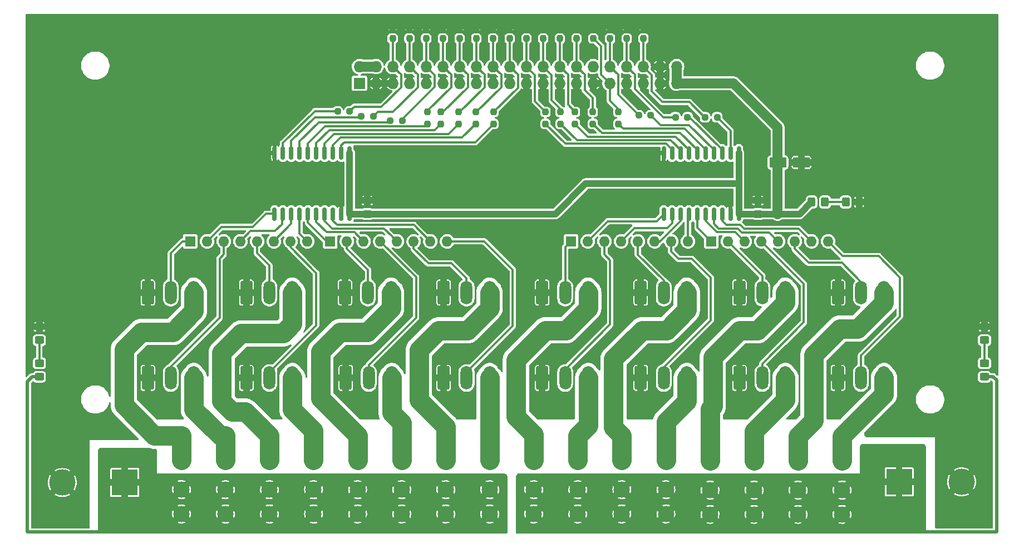
<source format=gbr>
%TF.GenerationSoftware,KiCad,Pcbnew,(6.0.7)*%
%TF.CreationDate,2022-08-12T23:29:05-04:00*%
%TF.ProjectId,PB_16,50425f31-362e-46b6-9963-61645f706362,v4*%
%TF.SameCoordinates,Original*%
%TF.FileFunction,Copper,L1,Top*%
%TF.FilePolarity,Positive*%
%FSLAX46Y46*%
G04 Gerber Fmt 4.6, Leading zero omitted, Abs format (unit mm)*
G04 Created by KiCad (PCBNEW (6.0.7)) date 2022-08-12 23:29:05*
%MOMM*%
%LPD*%
G01*
G04 APERTURE LIST*
G04 Aperture macros list*
%AMRoundRect*
0 Rectangle with rounded corners*
0 $1 Rounding radius*
0 $2 $3 $4 $5 $6 $7 $8 $9 X,Y pos of 4 corners*
0 Add a 4 corners polygon primitive as box body*
4,1,4,$2,$3,$4,$5,$6,$7,$8,$9,$2,$3,0*
0 Add four circle primitives for the rounded corners*
1,1,$1+$1,$2,$3*
1,1,$1+$1,$4,$5*
1,1,$1+$1,$6,$7*
1,1,$1+$1,$8,$9*
0 Add four rect primitives between the rounded corners*
20,1,$1+$1,$2,$3,$4,$5,0*
20,1,$1+$1,$4,$5,$6,$7,0*
20,1,$1+$1,$6,$7,$8,$9,0*
20,1,$1+$1,$8,$9,$2,$3,0*%
G04 Aperture macros list end*
%TA.AperFunction,SMDPad,CuDef*%
%ADD10RoundRect,0.249999X0.450001X-0.325001X0.450001X0.325001X-0.450001X0.325001X-0.450001X-0.325001X0*%
%TD*%
%TA.AperFunction,ComponentPad*%
%ADD11RoundRect,0.250000X-0.650000X-1.550000X0.650000X-1.550000X0.650000X1.550000X-0.650000X1.550000X0*%
%TD*%
%TA.AperFunction,ComponentPad*%
%ADD12O,1.800000X3.600000*%
%TD*%
%TA.AperFunction,ComponentPad*%
%ADD13C,2.475000*%
%TD*%
%TA.AperFunction,ComponentPad*%
%ADD14R,1.600000X1.600000*%
%TD*%
%TA.AperFunction,ComponentPad*%
%ADD15O,1.600000X1.600000*%
%TD*%
%TA.AperFunction,SMDPad,CuDef*%
%ADD16RoundRect,0.249999X-0.450001X0.325001X-0.450001X-0.325001X0.450001X-0.325001X0.450001X0.325001X0*%
%TD*%
%TA.AperFunction,SMDPad,CuDef*%
%ADD17RoundRect,0.249999X0.325001X0.450001X-0.325001X0.450001X-0.325001X-0.450001X0.325001X-0.450001X0*%
%TD*%
%TA.AperFunction,ComponentPad*%
%ADD18R,1.727200X1.727200*%
%TD*%
%TA.AperFunction,ComponentPad*%
%ADD19O,1.727200X1.727200*%
%TD*%
%TA.AperFunction,ComponentPad*%
%ADD20R,4.000000X4.000000*%
%TD*%
%TA.AperFunction,ComponentPad*%
%ADD21C,4.000000*%
%TD*%
%TA.AperFunction,SMDPad,CuDef*%
%ADD22RoundRect,0.150000X-0.150000X0.875000X-0.150000X-0.875000X0.150000X-0.875000X0.150000X0.875000X0*%
%TD*%
%TA.AperFunction,SMDPad,CuDef*%
%ADD23RoundRect,0.237500X-0.237500X0.250000X-0.237500X-0.250000X0.237500X-0.250000X0.237500X0.250000X0*%
%TD*%
%TA.AperFunction,SMDPad,CuDef*%
%ADD24RoundRect,0.237500X0.237500X-0.250000X0.237500X0.250000X-0.237500X0.250000X-0.237500X-0.250000X0*%
%TD*%
%TA.AperFunction,SMDPad,CuDef*%
%ADD25RoundRect,0.237500X0.250000X0.237500X-0.250000X0.237500X-0.250000X-0.237500X0.250000X-0.237500X0*%
%TD*%
%TA.AperFunction,SMDPad,CuDef*%
%ADD26RoundRect,0.250000X-1.050000X-0.550000X1.050000X-0.550000X1.050000X0.550000X-1.050000X0.550000X0*%
%TD*%
%TA.AperFunction,SMDPad,CuDef*%
%ADD27RoundRect,0.237500X-0.250000X-0.237500X0.250000X-0.237500X0.250000X0.237500X-0.250000X0.237500X0*%
%TD*%
%TA.AperFunction,ViaPad*%
%ADD28C,0.800000*%
%TD*%
%TA.AperFunction,Conductor*%
%ADD29C,1.500000*%
%TD*%
%TA.AperFunction,Conductor*%
%ADD30C,1.000000*%
%TD*%
%TA.AperFunction,Conductor*%
%ADD31C,0.350000*%
%TD*%
%TA.AperFunction,Conductor*%
%ADD32C,0.500000*%
%TD*%
%TA.AperFunction,Conductor*%
%ADD33C,3.000000*%
%TD*%
%TA.AperFunction,Conductor*%
%ADD34C,2.999999*%
%TD*%
G04 APERTURE END LIST*
D10*
%TO.P,C2,1*%
%TO.N,+5V*%
X-19216200Y24960700D03*
%TO.P,C2,2*%
%TO.N,GND*%
X-19216200Y27010700D03*
%TD*%
D11*
%TO.P,J2,1,Pin_1*%
%TO.N,GND*%
X-112017200Y3500D03*
D12*
%TO.P,J2,2,Pin_2*%
%TO.N,/Output 1-8/DOUT2*%
X-108517200Y3500D03*
%TO.P,J2,3,Pin_3*%
%TO.N,/Output 1-8/VOUT2*%
X-105017200Y3500D03*
%TD*%
D11*
%TO.P,J5,1,Pin_1*%
%TO.N,GND*%
X-82017200Y13003500D03*
D12*
%TO.P,J5,2,Pin_2*%
%TO.N,/Output 1-8/DOUT5*%
X-78517200Y13003500D03*
%TO.P,J5,3,Pin_3*%
%TO.N,/Output 1-8/VOUT5*%
X-75017200Y13003500D03*
%TD*%
D11*
%TO.P,J6,1,Pin_1*%
%TO.N,GND*%
X-81902858Y3500D03*
D12*
%TO.P,J6,2,Pin_2*%
%TO.N,/Output 1-8/DOUT6*%
X-78402858Y3500D03*
%TO.P,J6,3,Pin_3*%
%TO.N,/Output 1-8/VOUT6*%
X-74902858Y3500D03*
%TD*%
D11*
%TO.P,J7,1,Pin_1*%
%TO.N,GND*%
X-67017200Y13003500D03*
D12*
%TO.P,J7,2,Pin_2*%
%TO.N,/Output 1-8/DOUT7*%
X-63517200Y13003500D03*
%TO.P,J7,3,Pin_3*%
%TO.N,/Output 1-8/VOUT7*%
X-60017200Y13003500D03*
%TD*%
D11*
%TO.P,J8,1,Pin_1*%
%TO.N,GND*%
X-67017200Y3500D03*
D12*
%TO.P,J8,2,Pin_2*%
%TO.N,/Output 1-8/DOUT8*%
X-63517200Y3500D03*
%TO.P,J8,3,Pin_3*%
%TO.N,/Output 1-8/VOUT8*%
X-60017200Y3500D03*
%TD*%
D11*
%TO.P,J9,1,Pin_1*%
%TO.N,GND*%
X-52017200Y13003500D03*
D12*
%TO.P,J9,2,Pin_2*%
%TO.N,/Output 9-16/DOUT9*%
X-48517200Y13003500D03*
%TO.P,J9,3,Pin_3*%
%TO.N,/Output 9-16/VOUT9*%
X-45017200Y13003500D03*
%TD*%
D11*
%TO.P,J10,1,Pin_1*%
%TO.N,GND*%
X-52017200Y3500D03*
D12*
%TO.P,J10,2,Pin_2*%
%TO.N,/Output 9-16/DOUT10*%
X-48517200Y3500D03*
%TO.P,J10,3,Pin_3*%
%TO.N,/Output 9-16/VOUT10*%
X-45017200Y3500D03*
%TD*%
D11*
%TO.P,J11,1,Pin_1*%
%TO.N,GND*%
X-37017200Y13003500D03*
D12*
%TO.P,J11,2,Pin_2*%
%TO.N,/Output 9-16/DOUT11*%
X-33517200Y13003500D03*
%TO.P,J11,3,Pin_3*%
%TO.N,/Output 9-16/VOUT11*%
X-30017200Y13003500D03*
%TD*%
D11*
%TO.P,J12,1,Pin_1*%
%TO.N,GND*%
X-37017200Y3500D03*
D12*
%TO.P,J12,2,Pin_2*%
%TO.N,/Output 9-16/DOUT12*%
X-33517200Y3500D03*
%TO.P,J12,3,Pin_3*%
%TO.N,/Output 9-16/VOUT12*%
X-30017200Y3500D03*
%TD*%
D11*
%TO.P,J13,1,Pin_1*%
%TO.N,GND*%
X-22017200Y13003500D03*
D12*
%TO.P,J13,2,Pin_2*%
%TO.N,/Output 9-16/DOUT13*%
X-18517200Y13003500D03*
%TO.P,J13,3,Pin_3*%
%TO.N,/Output 9-16/VOUT13*%
X-15017200Y13003500D03*
%TD*%
D11*
%TO.P,J14,1,Pin_1*%
%TO.N,GND*%
X-22017200Y3500D03*
D12*
%TO.P,J14,2,Pin_2*%
%TO.N,/Output 9-16/DOUT14*%
X-18517200Y3500D03*
%TO.P,J14,3,Pin_3*%
%TO.N,/Output 9-16/VOUT14*%
X-15017200Y3500D03*
%TD*%
D11*
%TO.P,J15,1,Pin_1*%
%TO.N,GND*%
X-7017200Y13003500D03*
D12*
%TO.P,J15,2,Pin_2*%
%TO.N,/Output 9-16/DOUT15*%
X-3517200Y13003500D03*
%TO.P,J15,3,Pin_3*%
%TO.N,/Output 9-16/VOUT15*%
X-17200Y13003500D03*
%TD*%
D11*
%TO.P,J16,1,Pin_1*%
%TO.N,GND*%
X-7017200Y3500D03*
D12*
%TO.P,J16,2,Pin_2*%
%TO.N,/Output 9-16/DOUT16*%
X-3517200Y3500D03*
%TO.P,J16,3,Pin_3*%
%TO.N,/Output 9-16/VOUT16*%
X-17200Y3500D03*
%TD*%
D13*
%TO.P,F1,1_1,1*%
%TO.N,VIN1*%
X-106894600Y-20685100D03*
%TO.P,F1,1_2,1*%
X-106894600Y-16985100D03*
%TO.P,F1,2_1,2*%
%TO.N,/Output 1-8/VOUT1*%
X-106894600Y-12485100D03*
%TO.P,F1,2_2,2*%
X-106894600Y-8785100D03*
%TD*%
%TO.P,F7,1_1,1*%
%TO.N,VIN1*%
X-66692002Y-20695100D03*
%TO.P,F7,1_2,1*%
X-66692002Y-16995100D03*
%TO.P,F7,2_1,2*%
%TO.N,/Output 1-8/VOUT7*%
X-66692002Y-12495100D03*
%TO.P,F7,2_2,2*%
X-66692002Y-8795100D03*
%TD*%
%TO.P,F14,1_1,1*%
%TO.N,VIN2*%
X-19788971Y-20760100D03*
%TO.P,F14,1_2,1*%
X-19788971Y-17060100D03*
%TO.P,F14,2_1,2*%
%TO.N,/Output 9-16/VOUT14*%
X-19788971Y-12560100D03*
%TO.P,F14,2_2,2*%
X-19788971Y-8860100D03*
%TD*%
D10*
%TO.P,C1,1*%
%TO.N,+5V*%
X-78616200Y24960700D03*
%TO.P,C1,2*%
%TO.N,GND*%
X-78616200Y27010700D03*
%TD*%
D13*
%TO.P,F2,1_1,1*%
%TO.N,VIN1*%
X-100194167Y-20700100D03*
%TO.P,F2,1_2,1*%
X-100194167Y-17000100D03*
%TO.P,F2,2_1,2*%
%TO.N,/Output 1-8/VOUT2*%
X-100194167Y-12500100D03*
%TO.P,F2,2_2,2*%
X-100194167Y-8800100D03*
%TD*%
%TO.P,F6,1_1,1*%
%TO.N,VIN1*%
X-73392435Y-20695100D03*
%TO.P,F6,1_2,1*%
X-73392435Y-16995100D03*
%TO.P,F6,2_1,2*%
%TO.N,/Output 1-8/VOUT6*%
X-73392435Y-12495100D03*
%TO.P,F6,2_2,2*%
X-73392435Y-8795100D03*
%TD*%
%TO.P,F8,1_1,1*%
%TO.N,VIN1*%
X-59991569Y-20695100D03*
%TO.P,F8,1_2,1*%
X-59991569Y-16995100D03*
%TO.P,F8,2_1,2*%
%TO.N,/Output 1-8/VOUT8*%
X-59991569Y-12495100D03*
%TO.P,F8,2_2,2*%
X-59991569Y-8795100D03*
%TD*%
%TO.P,F9,1_1,1*%
%TO.N,VIN2*%
X-53291136Y-20695100D03*
%TO.P,F9,1_2,1*%
X-53291136Y-16995100D03*
%TO.P,F9,2_1,2*%
%TO.N,/Output 9-16/VOUT9*%
X-53291136Y-12495100D03*
%TO.P,F9,2_2,2*%
X-53291136Y-8795100D03*
%TD*%
%TO.P,F10,1_1,1*%
%TO.N,VIN2*%
X-46590703Y-20695100D03*
%TO.P,F10,1_2,1*%
X-46590703Y-16995100D03*
%TO.P,F10,2_1,2*%
%TO.N,/Output 9-16/VOUT10*%
X-46590703Y-12495100D03*
%TO.P,F10,2_2,2*%
X-46590703Y-8795100D03*
%TD*%
%TO.P,F16,1_1,1*%
%TO.N,VIN2*%
X-6388100Y-20760100D03*
%TO.P,F16,1_2,1*%
X-6388100Y-17060100D03*
%TO.P,F16,2_1,2*%
%TO.N,/Output 9-16/VOUT16*%
X-6388100Y-12560100D03*
%TO.P,F16,2_2,2*%
X-6388100Y-8860100D03*
%TD*%
%TO.P,F5,1_1,1*%
%TO.N,VIN1*%
X-80092868Y-20695100D03*
%TO.P,F5,1_2,1*%
X-80092868Y-16995100D03*
%TO.P,F5,2_1,2*%
%TO.N,/Output 1-8/VOUT5*%
X-80092868Y-12495100D03*
%TO.P,F5,2_2,2*%
X-80092868Y-8795100D03*
%TD*%
%TO.P,F3,1_1,1*%
%TO.N,VIN1*%
X-93493734Y-20700100D03*
%TO.P,F3,1_2,1*%
X-93493734Y-17000100D03*
%TO.P,F3,2_1,2*%
%TO.N,/Output 1-8/VOUT3*%
X-93493734Y-12500100D03*
%TO.P,F3,2_2,2*%
X-93493734Y-8800100D03*
%TD*%
%TO.P,F13,1_1,1*%
%TO.N,VIN2*%
X-26489404Y-20760100D03*
%TO.P,F13,1_2,1*%
X-26489404Y-17060100D03*
%TO.P,F13,2_1,2*%
%TO.N,/Output 9-16/VOUT13*%
X-26489404Y-12560100D03*
%TO.P,F13,2_2,2*%
X-26489404Y-8860100D03*
%TD*%
D14*
%TO.P,RN1,1,R1.1*%
%TO.N,/Output 1-8/DOUT1*%
X-105555700Y20789900D03*
D15*
%TO.P,RN1,2,R1.2*%
%TO.N,Net-(RN1-Pad2)*%
X-103015700Y20789900D03*
%TO.P,RN1,3,R2.1*%
%TO.N,/Output 1-8/DOUT2*%
X-100475700Y20789900D03*
%TO.P,RN1,4,R2.2*%
%TO.N,Net-(RN1-Pad4)*%
X-97935700Y20789900D03*
%TO.P,RN1,5,R3.1*%
%TO.N,/Output 1-8/DOUT3*%
X-95395700Y20789900D03*
%TO.P,RN1,6,R3.2*%
%TO.N,Net-(RN1-Pad6)*%
X-92855700Y20789900D03*
%TO.P,RN1,7,R4.1*%
%TO.N,/Output 1-8/DOUT4*%
X-90315700Y20789900D03*
%TO.P,RN1,8,R4.2*%
%TO.N,Net-(RN1-Pad8)*%
X-87775700Y20789900D03*
%TD*%
D13*
%TO.P,F11,1_1,1*%
%TO.N,VIN2*%
X-39890270Y-20695100D03*
%TO.P,F11,1_2,1*%
X-39890270Y-16995100D03*
%TO.P,F11,2_1,2*%
%TO.N,/Output 9-16/VOUT11*%
X-39890270Y-12495100D03*
%TO.P,F11,2_2,2*%
X-39890270Y-8795100D03*
%TD*%
D14*
%TO.P,RN3,1,R1.1*%
%TO.N,/Output 9-16/DOUT9*%
X-47631000Y20789900D03*
D15*
%TO.P,RN3,2,R1.2*%
%TO.N,Net-(RN3-Pad2)*%
X-45091000Y20789900D03*
%TO.P,RN3,3,R2.1*%
%TO.N,/Output 9-16/DOUT10*%
X-42551000Y20789900D03*
%TO.P,RN3,4,R2.2*%
%TO.N,Net-(RN3-Pad4)*%
X-40011000Y20789900D03*
%TO.P,RN3,5,R3.1*%
%TO.N,/Output 9-16/DOUT11*%
X-37471000Y20789900D03*
%TO.P,RN3,6,R3.2*%
%TO.N,Net-(RN3-Pad6)*%
X-34931000Y20789900D03*
%TO.P,RN3,7,R4.1*%
%TO.N,/Output 9-16/DOUT12*%
X-32391000Y20789900D03*
%TO.P,RN3,8,R4.2*%
%TO.N,Net-(RN3-Pad8)*%
X-29851000Y20789900D03*
%TD*%
D14*
%TO.P,RN4,1,R1.1*%
%TO.N,Net-(RN4-Pad1)*%
X-26304600Y20789900D03*
D15*
%TO.P,RN4,2,R1.2*%
%TO.N,/Output 9-16/DOUT13*%
X-23764600Y20789900D03*
%TO.P,RN4,3,R2.1*%
%TO.N,Net-(RN4-Pad3)*%
X-21224600Y20789900D03*
%TO.P,RN4,4,R2.2*%
%TO.N,/Output 9-16/DOUT14*%
X-18684600Y20789900D03*
%TO.P,RN4,5,R3.1*%
%TO.N,Net-(RN4-Pad5)*%
X-16144600Y20789900D03*
%TO.P,RN4,6,R3.2*%
%TO.N,/Output 9-16/DOUT15*%
X-13604600Y20789900D03*
%TO.P,RN4,7,R4.1*%
%TO.N,Net-(RN4-Pad7)*%
X-11064600Y20789900D03*
%TO.P,RN4,8,R4.2*%
%TO.N,/Output 9-16/DOUT16*%
X-8524600Y20789900D03*
%TD*%
D14*
%TO.P,RN2,1,R1.1*%
%TO.N,Net-(RN2-Pad1)*%
X-84264500Y20789900D03*
D15*
%TO.P,RN2,2,R1.2*%
%TO.N,/Output 1-8/DOUT5*%
X-81724500Y20789900D03*
%TO.P,RN2,3,R2.1*%
%TO.N,Net-(RN2-Pad3)*%
X-79184500Y20789900D03*
%TO.P,RN2,4,R2.2*%
%TO.N,/Output 1-8/DOUT6*%
X-76644500Y20789900D03*
%TO.P,RN2,5,R3.1*%
%TO.N,Net-(RN2-Pad5)*%
X-74104500Y20789900D03*
%TO.P,RN2,6,R3.2*%
%TO.N,/Output 1-8/DOUT7*%
X-71564500Y20789900D03*
%TO.P,RN2,7,R4.1*%
%TO.N,Net-(RN2-Pad7)*%
X-69024500Y20789900D03*
%TO.P,RN2,8,R4.2*%
%TO.N,/Output 1-8/DOUT8*%
X-66484500Y20789900D03*
%TD*%
D13*
%TO.P,F4,1_1,1*%
%TO.N,VIN1*%
X-86793301Y-20700100D03*
%TO.P,F4,1_2,1*%
X-86793301Y-17000100D03*
%TO.P,F4,2_1,2*%
%TO.N,/Output 1-8/VOUT4*%
X-86793301Y-12500100D03*
%TO.P,F4,2_2,2*%
X-86793301Y-8800100D03*
%TD*%
D11*
%TO.P,J1,1,Pin_1*%
%TO.N,GND*%
X-112017200Y13003500D03*
D12*
%TO.P,J1,2,Pin_2*%
%TO.N,/Output 1-8/DOUT1*%
X-108517200Y13003500D03*
%TO.P,J1,3,Pin_3*%
%TO.N,/Output 1-8/VOUT1*%
X-105017200Y13003500D03*
%TD*%
D11*
%TO.P,J3,1,Pin_1*%
%TO.N,GND*%
X-97017200Y13003500D03*
D12*
%TO.P,J3,2,Pin_2*%
%TO.N,/Output 1-8/DOUT3*%
X-93517200Y13003500D03*
%TO.P,J3,3,Pin_3*%
%TO.N,/Output 1-8/VOUT3*%
X-90017200Y13003500D03*
%TD*%
D11*
%TO.P,J4,1,Pin_1*%
%TO.N,GND*%
X-97017200Y3500D03*
D12*
%TO.P,J4,2,Pin_2*%
%TO.N,/Output 1-8/DOUT4*%
X-93517200Y3500D03*
%TO.P,J4,3,Pin_3*%
%TO.N,/Output 1-8/VOUT4*%
X-90017200Y3500D03*
%TD*%
D13*
%TO.P,F15,1_1,1*%
%TO.N,VIN2*%
X-13088538Y-20760100D03*
%TO.P,F15,1_2,1*%
X-13088538Y-17060100D03*
%TO.P,F15,2_1,2*%
%TO.N,/Output 9-16/VOUT15*%
X-13088538Y-12560100D03*
%TO.P,F15,2_2,2*%
X-13088538Y-8860100D03*
%TD*%
%TO.P,F12,1_1,1*%
%TO.N,VIN2*%
X-33189837Y-20695100D03*
%TO.P,F12,1_2,1*%
X-33189837Y-16995100D03*
%TO.P,F12,2_1,2*%
%TO.N,/Output 9-16/VOUT12*%
X-33189837Y-12495100D03*
%TO.P,F12,2_2,2*%
X-33189837Y-8795100D03*
%TD*%
D16*
%TO.P,D3,1,K*%
%TO.N,GND*%
X-128516200Y7797500D03*
%TO.P,D3,2,A*%
%TO.N,Net-(D3-Pad2)*%
X-128516200Y5747500D03*
%TD*%
%TO.P,R1,1*%
%TO.N,Net-(D3-Pad2)*%
X-128516200Y2236500D03*
%TO.P,R1,2*%
%TO.N,VIN1*%
X-128516200Y186500D03*
%TD*%
D17*
%TO.P,D5,1,K*%
%TO.N,Net-(D5-Pad1)*%
X-8991200Y26785700D03*
%TO.P,D5,2,A*%
%TO.N,+5V*%
X-11041200Y26785700D03*
%TD*%
D18*
%TO.P,J19,1,Pin_1*%
%TO.N,unconnected-(J19-Pad1)*%
X-79816200Y44845700D03*
D19*
%TO.P,J19,2,Pin_2*%
%TO.N,+5V*%
X-79816200Y47385700D03*
%TO.P,J19,3,Pin_3*%
%TO.N,GND*%
X-77276200Y44845700D03*
%TO.P,J19,4,Pin_4*%
%TO.N,+5V*%
X-77276200Y47385700D03*
%TO.P,J19,5,Pin_5*%
%TO.N,GND*%
X-74736200Y44845700D03*
%TO.P,J19,6,Pin_6*%
%TO.N,OUT17*%
X-74736200Y47385700D03*
%TO.P,J19,7,Pin_7*%
%TO.N,GND*%
X-72196200Y44845700D03*
%TO.P,J19,8,Pin_8*%
%TO.N,OUT18*%
X-72196200Y47385700D03*
%TO.P,J19,9,Pin_9*%
%TO.N,GND*%
X-69656200Y44845700D03*
%TO.P,J19,10,Pin_10*%
%TO.N,OUT19*%
X-69656200Y47385700D03*
%TO.P,J19,11,Pin_11*%
%TO.N,GND*%
X-67116200Y44845700D03*
%TO.P,J19,12,Pin_12*%
%TO.N,OUT20*%
X-67116200Y47385700D03*
%TO.P,J19,13,Pin_13*%
%TO.N,GND*%
X-64576200Y44845700D03*
%TO.P,J19,14,Pin_14*%
%TO.N,OUT21*%
X-64576200Y47385700D03*
%TO.P,J19,15,Pin_15*%
%TO.N,GND*%
X-62036200Y44845700D03*
%TO.P,J19,16,Pin_16*%
%TO.N,OUT22*%
X-62036200Y47385700D03*
%TO.P,J19,17,Pin_17*%
%TO.N,GND*%
X-59496200Y44845700D03*
%TO.P,J19,18,Pin_18*%
%TO.N,OUT23*%
X-59496200Y47385700D03*
%TO.P,J19,19,Pin_19*%
%TO.N,GND*%
X-56956200Y44845700D03*
%TO.P,J19,20,Pin_20*%
%TO.N,OUT24*%
X-56956200Y47385700D03*
%TO.P,J19,21,Pin_21*%
%TO.N,GND*%
X-54416200Y44845700D03*
%TO.P,J19,22,Pin_22*%
%TO.N,OUT25*%
X-54416200Y47385700D03*
%TO.P,J19,23,Pin_23*%
%TO.N,GND*%
X-51876200Y44845700D03*
%TO.P,J19,24,Pin_24*%
%TO.N,OUT26*%
X-51876200Y47385700D03*
%TO.P,J19,25,Pin_25*%
%TO.N,GND*%
X-49336200Y44845700D03*
%TO.P,J19,26,Pin_26*%
%TO.N,OUT27*%
X-49336200Y47385700D03*
%TO.P,J19,27,Pin_27*%
%TO.N,GND*%
X-46796200Y44845700D03*
%TO.P,J19,28,Pin_28*%
%TO.N,OUT28*%
X-46796200Y47385700D03*
%TO.P,J19,29,Pin_29*%
%TO.N,GND*%
X-44256200Y44845700D03*
%TO.P,J19,30,Pin_30*%
%TO.N,unconnected-(J19-Pad30)*%
X-44256200Y47385700D03*
%TO.P,J19,31,Pin_31*%
%TO.N,OUT29*%
X-41716200Y44845700D03*
%TO.P,J19,32,Pin_32*%
%TO.N,OUT30*%
X-41716200Y47385700D03*
%TO.P,J19,33,Pin_33*%
%TO.N,GND*%
X-39176200Y44845700D03*
%TO.P,J19,34,Pin_34*%
%TO.N,OUT31*%
X-39176200Y47385700D03*
%TO.P,J19,35,Pin_35*%
%TO.N,GND*%
X-36636200Y44845700D03*
%TO.P,J19,36,Pin_36*%
%TO.N,OUT32*%
X-36636200Y47385700D03*
%TO.P,J19,37,Pin_37*%
%TO.N,GND*%
X-34096200Y44845700D03*
%TO.P,J19,38,Pin_38*%
X-34096200Y47385700D03*
%TO.P,J19,39,Pin_39*%
%TO.N,+5V*%
X-31556200Y44845700D03*
%TO.P,J19,40,Pin_40*%
X-31556200Y47385700D03*
%TD*%
D17*
%TO.P,R3,1*%
%TO.N,GND*%
X-3791200Y26785700D03*
%TO.P,R3,2*%
%TO.N,Net-(D5-Pad1)*%
X-5841200Y26785700D03*
%TD*%
D20*
%TO.P,J17,1,P1*%
%TO.N,VIN1*%
X-115516200Y-15914300D03*
D21*
%TO.P,J17,2,P2*%
%TO.N,GND*%
X-125016200Y-15914300D03*
%TD*%
D20*
%TO.P,J18,1,P1*%
%TO.N,VIN2*%
X2283800Y-15814300D03*
D21*
%TO.P,J18,2,P2*%
%TO.N,GND*%
X11783800Y-15814300D03*
%TD*%
D16*
%TO.P,R2,1*%
%TO.N,Net-(D4-Pad2)*%
X15283800Y2236500D03*
%TO.P,R2,2*%
%TO.N,VIN2*%
X15283800Y186500D03*
%TD*%
%TO.P,D4,1,K*%
%TO.N,GND*%
X15283800Y7797500D03*
%TO.P,D4,2,A*%
%TO.N,Net-(D4-Pad2)*%
X15283800Y5747500D03*
%TD*%
D22*
%TO.P,U2,1,A->B*%
%TO.N,+5V*%
X-22101200Y34235700D03*
%TO.P,U2,2,A0*%
%TO.N,Net-(R28-Pad2)*%
X-23371200Y34235700D03*
%TO.P,U2,3,A1*%
%TO.N,Net-(R29-Pad2)*%
X-24641200Y34235700D03*
%TO.P,U2,4,A2*%
%TO.N,Net-(R30-Pad2)*%
X-25911200Y34235700D03*
%TO.P,U2,5,A3*%
%TO.N,Net-(R31-Pad2)*%
X-27181200Y34235700D03*
%TO.P,U2,6,A4*%
%TO.N,Net-(R32-Pad2)*%
X-28451200Y34235700D03*
%TO.P,U2,7,A5*%
%TO.N,Net-(R33-Pad2)*%
X-29721200Y34235700D03*
%TO.P,U2,8,A6*%
%TO.N,Net-(R34-Pad2)*%
X-30991200Y34235700D03*
%TO.P,U2,9,A7*%
%TO.N,Net-(R35-Pad2)*%
X-32261200Y34235700D03*
%TO.P,U2,10,GND*%
%TO.N,GND*%
X-33531200Y34235700D03*
%TO.P,U2,11,B7*%
%TO.N,Net-(RN3-Pad2)*%
X-33531200Y24935700D03*
%TO.P,U2,12,B6*%
%TO.N,Net-(RN3-Pad4)*%
X-32261200Y24935700D03*
%TO.P,U2,13,B5*%
%TO.N,Net-(RN3-Pad6)*%
X-30991200Y24935700D03*
%TO.P,U2,14,B4*%
%TO.N,Net-(RN3-Pad8)*%
X-29721200Y24935700D03*
%TO.P,U2,15,B3*%
%TO.N,Net-(RN4-Pad1)*%
X-28451200Y24935700D03*
%TO.P,U2,16,B2*%
%TO.N,Net-(RN4-Pad3)*%
X-27181200Y24935700D03*
%TO.P,U2,17,B1*%
%TO.N,Net-(RN4-Pad5)*%
X-25911200Y24935700D03*
%TO.P,U2,18,B0*%
%TO.N,Net-(RN4-Pad7)*%
X-24641200Y24935700D03*
%TO.P,U2,19,CE*%
%TO.N,GND*%
X-23371200Y24935700D03*
%TO.P,U2,20,VCC*%
%TO.N,+5V*%
X-22101200Y24935700D03*
%TD*%
%TO.P,U1,1,A->B*%
%TO.N,+5V*%
X-81301200Y34235700D03*
%TO.P,U1,2,A0*%
%TO.N,Net-(R20-Pad2)*%
X-82571200Y34235700D03*
%TO.P,U1,3,A1*%
%TO.N,Net-(R21-Pad2)*%
X-83841200Y34235700D03*
%TO.P,U1,4,A2*%
%TO.N,Net-(R22-Pad2)*%
X-85111200Y34235700D03*
%TO.P,U1,5,A3*%
%TO.N,Net-(R23-Pad2)*%
X-86381200Y34235700D03*
%TO.P,U1,6,A4*%
%TO.N,Net-(R24-Pad2)*%
X-87651200Y34235700D03*
%TO.P,U1,7,A5*%
%TO.N,Net-(R25-Pad2)*%
X-88921200Y34235700D03*
%TO.P,U1,8,A6*%
%TO.N,Net-(R26-Pad2)*%
X-90191200Y34235700D03*
%TO.P,U1,9,A7*%
%TO.N,Net-(R27-Pad2)*%
X-91461200Y34235700D03*
%TO.P,U1,10,GND*%
%TO.N,GND*%
X-92731200Y34235700D03*
%TO.P,U1,11,B7*%
%TO.N,Net-(RN1-Pad2)*%
X-92731200Y24935700D03*
%TO.P,U1,12,B6*%
%TO.N,Net-(RN1-Pad4)*%
X-91461200Y24935700D03*
%TO.P,U1,13,B5*%
%TO.N,Net-(RN1-Pad6)*%
X-90191200Y24935700D03*
%TO.P,U1,14,B4*%
%TO.N,Net-(RN1-Pad8)*%
X-88921200Y24935700D03*
%TO.P,U1,15,B3*%
%TO.N,Net-(RN2-Pad1)*%
X-87651200Y24935700D03*
%TO.P,U1,16,B2*%
%TO.N,Net-(RN2-Pad3)*%
X-86381200Y24935700D03*
%TO.P,U1,17,B1*%
%TO.N,Net-(RN2-Pad5)*%
X-85111200Y24935700D03*
%TO.P,U1,18,B0*%
%TO.N,Net-(RN2-Pad7)*%
X-83841200Y24935700D03*
%TO.P,U1,19,CE*%
%TO.N,GND*%
X-82571200Y24935700D03*
%TO.P,U1,20,VCC*%
%TO.N,+5V*%
X-81301200Y24935700D03*
%TD*%
D23*
%TO.P,R23,1*%
%TO.N,OUT21*%
X-67416200Y40498200D03*
%TO.P,R23,2*%
%TO.N,Net-(R23-Pad2)*%
X-67416200Y38673200D03*
%TD*%
D24*
%TO.P,R11,1*%
%TO.N,OUT24*%
X-56958200Y51673200D03*
%TO.P,R11,2*%
%TO.N,GND*%
X-56958200Y53498200D03*
%TD*%
D23*
%TO.P,R35,1*%
%TO.N,OUT25*%
X-51516200Y40498200D03*
%TO.P,R35,2*%
%TO.N,Net-(R35-Pad2)*%
X-51516200Y38673200D03*
%TD*%
D24*
%TO.P,R18,1*%
%TO.N,OUT31*%
X-39150200Y51673200D03*
%TO.P,R18,2*%
%TO.N,GND*%
X-39150200Y53498200D03*
%TD*%
D25*
%TO.P,R25,1*%
%TO.N,OUT19*%
X-73303700Y39185700D03*
%TO.P,R25,2*%
%TO.N,Net-(R25-Pad2)*%
X-75128700Y39185700D03*
%TD*%
D24*
%TO.P,R4,1*%
%TO.N,OUT17*%
X-74766200Y51673200D03*
%TO.P,R4,2*%
%TO.N,GND*%
X-74766200Y53498200D03*
%TD*%
D23*
%TO.P,R34,1*%
%TO.N,OUT26*%
X-49216200Y40498200D03*
%TO.P,R34,2*%
%TO.N,Net-(R34-Pad2)*%
X-49216200Y38673200D03*
%TD*%
%TO.P,R20,1*%
%TO.N,OUT24*%
X-59416200Y40498200D03*
%TO.P,R20,2*%
%TO.N,Net-(R20-Pad2)*%
X-59416200Y38673200D03*
%TD*%
D24*
%TO.P,R10,1*%
%TO.N,OUT23*%
X-59502200Y51673200D03*
%TO.P,R10,2*%
%TO.N,GND*%
X-59502200Y53498200D03*
%TD*%
D25*
%TO.P,R27,1*%
%TO.N,OUT17*%
X-81303700Y40585700D03*
%TO.P,R27,2*%
%TO.N,Net-(R27-Pad2)*%
X-83128700Y40585700D03*
%TD*%
D24*
%TO.P,R12,1*%
%TO.N,OUT25*%
X-54414200Y51673200D03*
%TO.P,R12,2*%
%TO.N,GND*%
X-54414200Y53498200D03*
%TD*%
D26*
%TO.P,C3,1*%
%TO.N,+5V*%
X-16166200Y32785700D03*
%TO.P,C3,2*%
%TO.N,GND*%
X-12566200Y32785700D03*
%TD*%
D24*
%TO.P,R6,1*%
%TO.N,OUT19*%
X-69678200Y51673200D03*
%TO.P,R6,2*%
%TO.N,GND*%
X-69678200Y53498200D03*
%TD*%
D23*
%TO.P,R21,1*%
%TO.N,OUT23*%
X-62116200Y40498200D03*
%TO.P,R21,2*%
%TO.N,Net-(R21-Pad2)*%
X-62116200Y38673200D03*
%TD*%
%TO.P,R22,1*%
%TO.N,OUT22*%
X-64716200Y40498200D03*
%TO.P,R22,2*%
%TO.N,Net-(R22-Pad2)*%
X-64716200Y38673200D03*
%TD*%
D27*
%TO.P,R28,1*%
%TO.N,OUT32*%
X-27228700Y39685700D03*
%TO.P,R28,2*%
%TO.N,Net-(R28-Pad2)*%
X-25403700Y39685700D03*
%TD*%
%TO.P,R29,1*%
%TO.N,OUT31*%
X-31728700Y39685700D03*
%TO.P,R29,2*%
%TO.N,Net-(R29-Pad2)*%
X-29903700Y39685700D03*
%TD*%
D24*
%TO.P,R15,1*%
%TO.N,OUT28*%
X-46782200Y51673200D03*
%TO.P,R15,2*%
%TO.N,GND*%
X-46782200Y53498200D03*
%TD*%
D23*
%TO.P,R32,1*%
%TO.N,OUT28*%
X-44316200Y40498200D03*
%TO.P,R32,2*%
%TO.N,Net-(R32-Pad2)*%
X-44316200Y38673200D03*
%TD*%
D24*
%TO.P,R9,1*%
%TO.N,OUT22*%
X-62046200Y51673200D03*
%TO.P,R9,2*%
%TO.N,GND*%
X-62046200Y53498200D03*
%TD*%
%TO.P,R14,1*%
%TO.N,OUT27*%
X-49326200Y51673200D03*
%TO.P,R14,2*%
%TO.N,GND*%
X-49326200Y53498200D03*
%TD*%
%TO.P,R8,1*%
%TO.N,OUT21*%
X-64590200Y51673200D03*
%TO.P,R8,2*%
%TO.N,GND*%
X-64590200Y53498200D03*
%TD*%
D23*
%TO.P,R33,1*%
%TO.N,OUT27*%
X-47016200Y40498200D03*
%TO.P,R33,2*%
%TO.N,Net-(R33-Pad2)*%
X-47016200Y38673200D03*
%TD*%
D24*
%TO.P,R19,1*%
%TO.N,OUT32*%
X-36606200Y51673200D03*
%TO.P,R19,2*%
%TO.N,GND*%
X-36606200Y53498200D03*
%TD*%
%TO.P,R13,1*%
%TO.N,OUT26*%
X-51870200Y51673200D03*
%TO.P,R13,2*%
%TO.N,GND*%
X-51870200Y53498200D03*
%TD*%
%TO.P,R17,1*%
%TO.N,OUT30*%
X-41694200Y51673200D03*
%TO.P,R17,2*%
%TO.N,GND*%
X-41694200Y53498200D03*
%TD*%
%TO.P,R7,1*%
%TO.N,OUT20*%
X-67134200Y51673200D03*
%TO.P,R7,2*%
%TO.N,GND*%
X-67134200Y53498200D03*
%TD*%
%TO.P,R5,1*%
%TO.N,OUT18*%
X-72222200Y51673200D03*
%TO.P,R5,2*%
%TO.N,GND*%
X-72222200Y53498200D03*
%TD*%
D23*
%TO.P,R31,1*%
%TO.N,OUT29*%
X-40416200Y40498200D03*
%TO.P,R31,2*%
%TO.N,Net-(R31-Pad2)*%
X-40416200Y38673200D03*
%TD*%
D27*
%TO.P,R30,1*%
%TO.N,OUT30*%
X-37328700Y39985700D03*
%TO.P,R30,2*%
%TO.N,Net-(R30-Pad2)*%
X-35503700Y39985700D03*
%TD*%
D23*
%TO.P,R24,1*%
%TO.N,OUT20*%
X-69516200Y40498200D03*
%TO.P,R24,2*%
%TO.N,Net-(R24-Pad2)*%
X-69516200Y38673200D03*
%TD*%
D25*
%TO.P,R26,1*%
%TO.N,OUT18*%
X-77703700Y39785700D03*
%TO.P,R26,2*%
%TO.N,Net-(R26-Pad2)*%
X-79528700Y39785700D03*
%TD*%
D24*
%TO.P,R16,1*%
%TO.N,OUT29*%
X-44238200Y51673200D03*
%TO.P,R16,2*%
%TO.N,GND*%
X-44238200Y53498200D03*
%TD*%
D28*
%TO.N,GND*%
X-102466200Y9635700D03*
X-43116200Y8585700D03*
X-58216200Y53535700D03*
X-24016200Y31785700D03*
X2583800Y17785700D03*
X-29066200Y46785700D03*
X15183800Y21385700D03*
X-77766200Y18935700D03*
X-37866200Y53635700D03*
X-128066200Y27885700D03*
X-48066200Y53635700D03*
X-54216200Y39485700D03*
X-116566200Y19385700D03*
X-67566200Y22785700D03*
X-65816200Y48985700D03*
X-63316200Y53535700D03*
X-50716200Y35685700D03*
X-68316200Y48985700D03*
X-33866200Y18685700D03*
X-18416200Y49985700D03*
X-44266200Y27835700D03*
X-55716200Y48985700D03*
X-58966200Y3435700D03*
X-76416200Y26985700D03*
X-64616200Y27235700D03*
X-1816200Y26785700D03*
X15183800Y43385700D03*
X-58216200Y48985700D03*
X-42966200Y53635700D03*
X-55716200Y53585700D03*
X-71016200Y49085700D03*
X-46916200Y18435700D03*
X-3766200Y19735700D03*
X-10266200Y33485700D03*
X-40416200Y53635700D03*
X-44216200Y31585700D03*
X-27816200Y14885700D03*
X-92816200Y27585700D03*
X-76216200Y53435700D03*
X-40516200Y49085700D03*
X-110316200Y49385700D03*
X-23216200Y39485700D03*
X-45716200Y39485700D03*
X-120004200Y-8826300D03*
X-56266200Y22985700D03*
X-50616200Y48985700D03*
X-50616200Y27185700D03*
X-45516200Y53585700D03*
X-84816200Y18585700D03*
X15383800Y10185700D03*
X2133800Y-8164300D03*
X-92816200Y31785700D03*
X-73466200Y53535700D03*
X-11266200Y31185700D03*
X-39616200Y18585700D03*
X-127816200Y20385700D03*
X-12516200Y31185700D03*
X-82716200Y44035700D03*
X-13716200Y31185700D03*
X15683800Y29885700D03*
X-3816200Y24785700D03*
X-73516200Y49085700D03*
X-24716200Y36785700D03*
X-68016200Y18935700D03*
X-53116200Y53635700D03*
X-65866200Y53585700D03*
X-35916200Y27835700D03*
X-92016200Y18685700D03*
X-92766200Y38285700D03*
X-48116200Y48985700D03*
X-25016200Y27585700D03*
X183800Y40385700D03*
X-20016200Y35385700D03*
X-60766200Y53535700D03*
X-14916200Y18985700D03*
X-66200Y49635700D03*
X-128066200Y41885700D03*
X-106516200Y18435700D03*
X-35516200Y34085700D03*
X-128616200Y9985700D03*
X-82616200Y47685700D03*
X-50616200Y53635700D03*
X-73866200Y15835700D03*
X-20416200Y28785700D03*
X-10266200Y32185700D03*
X-9816200Y38385700D03*
X-35266200Y53635700D03*
X-70966200Y53535700D03*
X-13816200Y27385700D03*
X-18216200Y28785700D03*
X-83016200Y27385700D03*
X8083800Y17835700D03*
X-96216200Y25185700D03*
X6487800Y-7810300D03*
X-61416200Y18585700D03*
X-79016200Y34585700D03*
X-102666200Y15185700D03*
X-43166200Y17185700D03*
X-13666200Y34435700D03*
X-53116200Y49085700D03*
X-24266200Y42835700D03*
X-68416200Y53535700D03*
X-13566200Y9085700D03*
X-49366200Y23235700D03*
X-29856200Y50685700D03*
X-63316200Y48985700D03*
X-19216200Y18685700D03*
X-94616200Y34385700D03*
X-57966200Y15785700D03*
X-33616200Y31985700D03*
X-72466200Y9635700D03*
X-32766200Y4335700D03*
X-11266200Y34435700D03*
X-126216200Y7985700D03*
X-58366200Y8085700D03*
X-83316200Y52685700D03*
X-24766200Y46885700D03*
X-72316200Y18385700D03*
X-43316200Y25785700D03*
X-10916200Y23235700D03*
X-42416200Y34285700D03*
X-57516200Y39585700D03*
X-12466200Y34435700D03*
X-45416200Y48985700D03*
X-37116200Y41585700D03*
X-99616200Y50085700D03*
X-117972200Y-8826300D03*
X7183800Y29385700D03*
X-127816200Y35385700D03*
X-1366200Y-8264300D03*
X-110816200Y41385700D03*
X-816200Y4385700D03*
X-42316200Y38985700D03*
X-58416200Y35935700D03*
X-97816200Y18685700D03*
X-23616200Y27585700D03*
X-115940200Y-8826300D03*
X-37916200Y49085700D03*
X-123566200Y-3614300D03*
X-60816200Y48985700D03*
X-58416200Y26935700D03*
X-3816200Y28985700D03*
X-89766200Y41285700D03*
X-71016200Y34785700D03*
X-109466200Y20335700D03*
X-78616200Y28985700D03*
X-83216200Y31985700D03*
X12983800Y7785700D03*
%TD*%
D29*
%TO.N,+5V*%
X-16191200Y24960700D02*
X-16191200Y38110700D01*
D30*
X-22101200Y27270700D02*
X-22101200Y24935700D01*
X-19241200Y24935700D02*
X-19216200Y24960700D01*
X-81301200Y24935700D02*
X-78641200Y24935700D01*
X-78641200Y24935700D02*
X-78616200Y24960700D01*
X-19216200Y24960700D02*
X-16191200Y24960700D01*
X-22101200Y34235700D02*
X-22101200Y27270700D01*
X-81301200Y34235700D02*
X-81301200Y24935700D01*
X-22101200Y29585700D02*
X-22101200Y27270700D01*
X-22101200Y24935700D02*
X-19241200Y24935700D01*
X-45416200Y29585700D02*
X-22101200Y29585700D01*
D29*
X-77276200Y47385700D02*
X-79816200Y47385700D01*
X-16191200Y38110700D02*
X-22926200Y44845700D01*
D30*
X-16191200Y24960700D02*
X-12866200Y24960700D01*
D29*
X-31556200Y44845700D02*
X-31556200Y47385700D01*
D30*
X-50041200Y24960700D02*
X-45416200Y29585700D01*
X-78616200Y24960700D02*
X-50041200Y24960700D01*
X-12866200Y24960700D02*
X-11041200Y26785700D01*
D29*
X-22926200Y44845700D02*
X-31556200Y44845700D01*
D31*
%TO.N,Net-(RN1-Pad4)*%
X-96382900Y22342700D02*
X-97935700Y20789900D01*
X-91616200Y23385700D02*
X-91616200Y24780700D01*
X-92659200Y22342700D02*
X-96382900Y22342700D01*
X-91616200Y24780700D02*
X-91461200Y24935700D01*
X-91616200Y23385700D02*
X-92659200Y22342700D01*
%TO.N,Net-(RN1-Pad2)*%
X-96024200Y22977700D02*
X-100827900Y22977700D01*
X-92781200Y24985700D02*
X-92731200Y24935700D01*
X-100827900Y22977700D02*
X-103015700Y20789900D01*
X-94016200Y24985700D02*
X-96024200Y22977700D01*
X-94016200Y24985700D02*
X-92781200Y24985700D01*
%TO.N,Net-(RN2-Pad3)*%
X-86381200Y24935700D02*
X-86381200Y23750700D01*
X-86381200Y23750700D02*
X-84816200Y22185700D01*
X-84816200Y22185700D02*
X-80580300Y22185700D01*
X-80580300Y22185700D02*
X-79184500Y20789900D01*
%TO.N,Net-(RN2-Pad1)*%
X-87651200Y24935700D02*
X-87651200Y23620700D01*
X-84820400Y20789900D02*
X-84264500Y20789900D01*
X-87651200Y23620700D02*
X-84820400Y20789900D01*
%TO.N,Net-(RN1-Pad8)*%
X-87775700Y20789900D02*
X-88921200Y21935400D01*
X-88921200Y21935400D02*
X-88921200Y24935700D01*
%TO.N,Net-(RN1-Pad6)*%
X-92855700Y20789900D02*
X-90191200Y23454400D01*
X-90191200Y23454400D02*
X-90191200Y24935700D01*
%TO.N,Net-(RN2-Pad7)*%
X-83216222Y23285722D02*
X-83841200Y23910700D01*
X-83841200Y23910700D02*
X-83841200Y24935700D01*
X-71520322Y23285722D02*
X-83216222Y23285722D01*
X-69024500Y20789900D02*
X-71520322Y23285722D01*
%TO.N,Net-(RN2-Pad5)*%
X-85111200Y24935700D02*
X-85111200Y23910700D01*
X-83936211Y22735711D02*
X-76050311Y22735711D01*
X-85111200Y23910700D02*
X-83936211Y22735711D01*
X-76050311Y22735711D02*
X-74904499Y21589899D01*
X-74904499Y21589899D02*
X-74104500Y20789900D01*
D32*
%TO.N,VIN1*%
X-130341190Y-539290D02*
X-130341190Y-23437305D01*
X-128516200Y186500D02*
X-129615400Y186500D01*
X-130341190Y-23437305D02*
X-118359361Y-23437460D01*
X-129615400Y186500D02*
X-130341190Y-539290D01*
X-115516200Y-20594300D02*
X-115516200Y-15914300D01*
X-118359361Y-23437460D02*
X-115516200Y-20594300D01*
D33*
%TO.N,/Output 1-8/VOUT1*%
X-105017200Y10154500D02*
X-105017200Y13003500D01*
X-111014600Y-8785100D02*
X-106894600Y-8785100D01*
X-115657200Y4363500D02*
X-115657200Y-4142500D01*
X-115657200Y-4142500D02*
X-111014600Y-8785100D01*
X-106894600Y-8785100D02*
X-106894600Y-12485100D01*
X-108168200Y7003500D02*
X-105017200Y10154500D01*
D34*
X-113017200Y7003500D02*
X-115657200Y4363500D01*
D33*
X-113017200Y7003500D02*
X-108168200Y7003500D01*
%TO.N,/Output 1-8/VOUT2*%
X-100194167Y-12500100D02*
X-100194167Y-8800100D01*
X-101013600Y-8800100D02*
X-105017200Y-4796500D01*
X-100194167Y-8800100D02*
X-101013600Y-8800100D01*
X-105017200Y-4796500D02*
X-105017200Y3500D01*
%TO.N,/Output 1-8/VOUT3*%
X-99216200Y-5114300D02*
X-97179534Y-5114300D01*
X-91430800Y6789900D02*
X-97804600Y6789900D01*
X-90017200Y8203500D02*
X-91430800Y6789900D01*
X-97179534Y-5114300D02*
X-93493734Y-8800100D01*
X-90017200Y13003500D02*
X-90017200Y8203500D01*
X-97804600Y6789900D02*
X-100787200Y3807300D01*
X-100787200Y3807300D02*
X-100787200Y-3543300D01*
X-100787200Y-3543300D02*
X-99216200Y-5114300D01*
X-93493734Y-12500100D02*
X-93493734Y-8800100D01*
%TO.N,/Output 1-8/VOUT4*%
X-90017200Y3500D02*
X-90017200Y-4796500D01*
X-90017200Y-4796500D02*
X-86793301Y-8020399D01*
X-86793301Y-8020399D02*
X-86793301Y-8800100D01*
X-86793301Y-12500100D02*
X-86793301Y-8800100D01*
%TO.N,/Output 1-8/VOUT5*%
X-80092868Y-12495100D02*
X-80092868Y-8795100D01*
X-75017200Y10577300D02*
X-78591000Y7003500D01*
X-75017200Y13003500D02*
X-75017200Y10577300D01*
X-78591000Y7003500D02*
X-82767200Y7003500D01*
X-82767200Y7003500D02*
X-85767200Y4003500D01*
X-85767200Y-3120768D02*
X-80092868Y-8795100D01*
X-85767200Y4003500D02*
X-85767200Y-3120768D01*
%TO.N,/Output 1-8/VOUT6*%
X-74902858Y-5336842D02*
X-74902858Y3500D01*
X-73392435Y-8795100D02*
X-73392435Y-6847265D01*
X-73392435Y-8795100D02*
X-73392435Y-12495100D01*
X-73392435Y-6847265D02*
X-74902858Y-5336842D01*
%TO.N,/Output 1-8/VOUT7*%
X-66692002Y-7427698D02*
X-66692002Y-8795100D01*
X-66692002Y-8795100D02*
X-66692002Y-12495100D01*
X-63391000Y7253500D02*
X-67767200Y7253500D01*
X-60017200Y13003500D02*
X-60017200Y10627300D01*
X-60017200Y10627300D02*
X-63391000Y7253500D01*
X-70767200Y4253500D02*
X-70767200Y-3352500D01*
X-67767200Y7253500D02*
X-70767200Y4253500D01*
X-70767200Y-3352500D02*
X-66692002Y-7427698D01*
D32*
%TO.N,VIN2*%
X15283800Y186500D02*
X16583000Y186500D01*
X17104381Y-7334881D02*
X17108638Y-23439276D01*
X17108790Y-339290D02*
X17108790Y-7330472D01*
X16583000Y186500D02*
X17108790Y-339290D01*
X17108638Y-23439276D02*
X4336611Y-23439111D01*
X17108790Y-7330472D02*
X17104381Y-7334881D01*
X2283800Y-21386300D02*
X2283800Y-15814300D01*
X4336611Y-23439111D02*
X2283800Y-21386300D01*
D33*
%TO.N,/Output 1-8/VOUT8*%
X-60017200Y-8769469D02*
X-59991569Y-8795100D01*
X-60017200Y3500D02*
X-60017200Y-8769469D01*
X-59991569Y-8795100D02*
X-59991569Y-12495100D01*
%TO.N,/Output 9-16/VOUT9*%
X-51541000Y7253500D02*
X-48391000Y7253500D01*
X-56017200Y2777300D02*
X-51541000Y7253500D01*
X-53291136Y-8795100D02*
X-53291136Y-12495100D01*
X-48391000Y7253500D02*
X-45017200Y10627300D01*
X-45017200Y10627300D02*
X-45017200Y13003500D01*
X-53291136Y-8795100D02*
X-53291136Y-8618564D01*
X-56017200Y-5892500D02*
X-56017200Y2777300D01*
X-53291136Y-8618564D02*
X-56017200Y-5892500D01*
%TO.N,/Output 9-16/VOUT10*%
X-45017200Y-7221597D02*
X-45017200Y3500D01*
X-46590703Y-8795100D02*
X-45017200Y-7221597D01*
X-46590703Y-8795100D02*
X-46590703Y-12495100D01*
%TO.N,/Output 9-16/VOUT11*%
X-41174600Y2884900D02*
X-36806000Y7253500D01*
X-39890270Y-12495100D02*
X-39890270Y-8795100D01*
X-41174600Y-7510770D02*
X-41174600Y2884900D01*
X-33091000Y7253500D02*
X-30017200Y10327300D01*
X-39890270Y-8795100D02*
X-41174600Y-7510770D01*
X-36806000Y7253500D02*
X-33091000Y7253500D01*
X-30017200Y10327300D02*
X-30017200Y13003500D01*
%TO.N,/Output 9-16/VOUT12*%
X-30017200Y-3521200D02*
X-30017200Y3500D01*
X-33189837Y-8795100D02*
X-33189837Y-12495100D01*
X-33189837Y-8795100D02*
X-33189837Y-6693837D01*
X-33189837Y-6693837D02*
X-30017200Y-3521200D01*
%TO.N,/Output 9-16/VOUT13*%
X-26069600Y3189900D02*
X-22006000Y7253500D01*
X-26489404Y-8860100D02*
X-26489404Y-4729815D01*
X-26489404Y-4729815D02*
X-26069600Y-4310011D01*
X-15017200Y11502267D02*
X-15017200Y13003500D01*
X-26489404Y-12560100D02*
X-26489404Y-8860100D01*
X-19265967Y7253500D02*
X-15017200Y11502267D01*
X-26069600Y-4310011D02*
X-26069600Y3189900D01*
X-22006000Y7253500D02*
X-19265967Y7253500D01*
%TO.N,/Output 9-16/VOUT14*%
X-19788971Y-8860100D02*
X-19788971Y-12560100D01*
X-19788971Y-8129471D02*
X-15017200Y-3357700D01*
X-15017200Y-3357700D02*
X-15017200Y3500D01*
X-19788971Y-8860100D02*
X-19788971Y-8129471D01*
%TO.N,/Output 9-16/VOUT15*%
X-6756000Y7503500D02*
X-4015968Y7503500D01*
X-13088538Y-8860100D02*
X-10738601Y-6510163D01*
D34*
X-17200Y11502268D02*
X-4015968Y7503500D01*
D33*
X-10738601Y-6510163D02*
X-10738601Y3520899D01*
D34*
X-17200Y13003500D02*
X-17200Y11502268D01*
D33*
X-13088538Y-8860100D02*
X-13088538Y-12560100D01*
X-10738601Y3520899D02*
X-6756000Y7503500D01*
%TO.N,/Output 9-16/VOUT16*%
X-6388100Y-12560100D02*
X-6388100Y-8860100D01*
X-6388100Y-8860100D02*
X-17200Y-2489200D01*
X-17200Y-2489200D02*
X-17200Y3500D01*
D31*
%TO.N,/Output 1-8/DOUT1*%
X-108517200Y11403500D02*
X-108517200Y18978400D01*
X-108517200Y18978400D02*
X-106705700Y20789900D01*
X-106705700Y20789900D02*
X-105555700Y20789900D01*
%TO.N,/Output 1-8/DOUT2*%
X-100475700Y18803630D02*
X-101092200Y18187130D01*
X-101092200Y18187130D02*
X-101092200Y9152300D01*
X-101092200Y9152300D02*
X-108517200Y1727300D01*
X-108517200Y1727300D02*
X-108517200Y3500D01*
X-100475700Y20789900D02*
X-100475700Y18803630D01*
%TO.N,/Output 1-8/DOUT3*%
X-95395700Y18972000D02*
X-93517200Y17093500D01*
X-93517200Y17093500D02*
X-93517200Y13003500D01*
X-95395700Y18972000D02*
X-95395700Y20789900D01*
%TO.N,/Output 1-8/DOUT4*%
X-93517200Y903500D02*
X-93517200Y3500D01*
X-86404600Y8016100D02*
X-93517200Y903500D01*
X-90315700Y19901000D02*
X-86404600Y15989900D01*
X-86404600Y15989900D02*
X-86404600Y8016100D01*
X-90315700Y20789900D02*
X-90315700Y19901000D01*
%TO.N,/Output 1-8/DOUT5*%
X-81724500Y19658530D02*
X-78517200Y16451230D01*
X-78517200Y16252500D02*
X-78517200Y13003500D01*
X-81724500Y20789900D02*
X-81724500Y19658530D01*
X-78517200Y16451230D02*
X-78517200Y16252500D01*
%TO.N,/Output 1-8/DOUT6*%
X-76644500Y20789900D02*
X-76644500Y20777200D01*
X-71204600Y9189900D02*
X-78402858Y1991642D01*
X-76644500Y20777200D02*
X-71204600Y15337300D01*
X-71204600Y15337300D02*
X-71204600Y9189900D01*
X-78402858Y1991642D02*
X-78402858Y3500D01*
%TO.N,/Output 1-8/DOUT7*%
X-63517200Y15153500D02*
X-65803600Y17439900D01*
X-71564500Y20789900D02*
X-71564500Y19658530D01*
X-69345870Y17439900D02*
X-65803600Y17439900D01*
X-71564500Y19658530D02*
X-69345870Y17439900D01*
X-63517200Y13003500D02*
X-63517200Y15153500D01*
%TO.N,/Output 1-8/DOUT8*%
X-63517200Y3500D02*
X-63517200Y903500D01*
X-63517200Y903500D02*
X-56504600Y7916100D01*
X-66484500Y20789900D02*
X-60804600Y20789900D01*
X-56504600Y7916100D02*
X-56504600Y16489900D01*
X-56504600Y16489900D02*
X-60804600Y20789900D01*
%TO.N,/Output 9-16/DOUT9*%
X-48517200Y13003500D02*
X-48517200Y19903700D01*
X-48517200Y19903700D02*
X-47631000Y20789900D01*
%TO.N,/Output 9-16/DOUT10*%
X-42551000Y20789900D02*
X-42551000Y18803630D01*
X-42551000Y18803630D02*
X-41669600Y17922230D01*
X-48517200Y1303500D02*
X-48517200Y3500D01*
X-41669600Y8151100D02*
X-48517200Y1303500D01*
X-41669600Y17922230D02*
X-41669600Y8151100D01*
%TO.N,/Output 9-16/DOUT11*%
X-33517200Y14809900D02*
X-37471000Y18763700D01*
X-37471000Y18763700D02*
X-37471000Y20789900D01*
X-33517200Y13003500D02*
X-33517200Y14809900D01*
%TO.N,/Output 9-16/DOUT12*%
X-26354600Y15239900D02*
X-29254600Y18139900D01*
X-33517200Y3500D02*
X-33517200Y1630700D01*
X-31304600Y18139900D02*
X-32391000Y19226300D01*
X-26354600Y8793300D02*
X-26354600Y15239900D01*
X-32391000Y19226300D02*
X-32391000Y20789900D01*
X-29254600Y18139900D02*
X-31304600Y18139900D01*
X-33517200Y1630700D02*
X-26354600Y8793300D01*
X-33517200Y1627572D02*
X-33517200Y3500D01*
%TO.N,/Output 9-16/DOUT13*%
X-18517200Y13003500D02*
X-18517200Y15542500D01*
X-18517200Y15542500D02*
X-23764600Y20789900D01*
%TO.N,/Output 9-16/DOUT14*%
X-18517200Y2153500D02*
X-12204600Y8466100D01*
X-12204600Y14309900D02*
X-16184600Y18289900D01*
X-16184600Y18289900D02*
X-18684600Y20789900D01*
X-12204600Y8466100D02*
X-12204600Y14309900D01*
X-18517200Y3500D02*
X-18517200Y2153500D01*
%TO.N,/Output 9-16/DOUT15*%
X-13604600Y20789900D02*
X-13604600Y19658530D01*
X-6427600Y17539900D02*
X-3517200Y14629500D01*
X-3517200Y14629500D02*
X-3517200Y13003500D01*
X-11485970Y17539900D02*
X-6427600Y17539900D01*
X-13604600Y19658530D02*
X-11485970Y17539900D01*
%TO.N,/Output 9-16/DOUT16*%
X2409400Y15306900D02*
X2409400Y9363300D01*
X-8524600Y20789900D02*
X-6292800Y18558100D01*
X-841800Y18558100D02*
X2409400Y15306900D01*
X2409400Y9363300D02*
X-3517200Y3436700D01*
X-6292800Y18558100D02*
X-841800Y18558100D01*
X-3517200Y3436700D02*
X-3517200Y3500D01*
%TO.N,Net-(RN3-Pad8)*%
X-29851000Y20789900D02*
X-29851000Y24805900D01*
X-29851000Y24805900D02*
X-29721200Y24935700D01*
%TO.N,Net-(RN3-Pad6)*%
X-30991200Y23910700D02*
X-30991200Y24935700D01*
X-34112000Y20789900D02*
X-30991200Y23910700D01*
X-34931000Y20789900D02*
X-34112000Y20789900D01*
%TO.N,Net-(RN3-Pad4)*%
X-38015200Y22785700D02*
X-33016200Y22785700D01*
X-33016200Y22785700D02*
X-32261200Y23540700D01*
X-32261200Y23540700D02*
X-32261200Y24935700D01*
X-40011000Y20789900D02*
X-38015200Y22785700D01*
%TO.N,Net-(RN3-Pad2)*%
X-34620300Y23846600D02*
X-33531200Y24935700D01*
X-42034300Y23846600D02*
X-34620300Y23846600D01*
X-45091000Y20789900D02*
X-42034300Y23846600D01*
%TO.N,Net-(RN4-Pad7)*%
X-11064600Y20789900D02*
X-12964590Y22689890D01*
X-12964590Y22689890D02*
X-21320390Y22689890D01*
X-24641200Y23910700D02*
X-24641200Y24935700D01*
X-24016222Y23285722D02*
X-24641200Y23910700D01*
X-21320390Y22689890D02*
X-21916222Y23285722D01*
X-21916222Y23285722D02*
X-24016222Y23285722D01*
%TO.N,Net-(RN4-Pad5)*%
X-22193611Y22735711D02*
X-21597779Y22139879D01*
X-21597779Y22139879D02*
X-17494579Y22139879D01*
X-25911200Y24935700D02*
X-25911200Y23480700D01*
X-17494579Y22139879D02*
X-16144600Y20789900D01*
X-25166211Y22735711D02*
X-22193611Y22735711D01*
X-25911200Y23480700D02*
X-25166211Y22735711D01*
%TO.N,Net-(RN4-Pad3)*%
X-21224600Y20789900D02*
X-22620400Y22185700D01*
X-22620400Y22185700D02*
X-25456200Y22185700D01*
X-27181200Y23910700D02*
X-27181200Y24935700D01*
X-25456200Y22185700D02*
X-27181200Y23910700D01*
%TO.N,Net-(RN4-Pad1)*%
X-28384500Y22872700D02*
X-26304600Y20792800D01*
X-26304600Y20792800D02*
X-26304600Y20789900D01*
X-28384500Y24869000D02*
X-28451200Y24935700D01*
X-28384500Y22872700D02*
X-28384500Y24869000D01*
%TO.N,OUT32*%
X-27316200Y39685700D02*
X-29616200Y41985700D01*
X-29616200Y41985700D02*
X-33716200Y41985700D01*
X-27228700Y39685700D02*
X-27316200Y39685700D01*
X-33716200Y41985700D02*
X-35334311Y43603811D01*
X-35334311Y43603811D02*
X-35334311Y46083811D01*
X-36606200Y51673200D02*
X-36636200Y51643200D01*
X-35334311Y46083811D02*
X-36636200Y47385700D01*
X-36636200Y51643200D02*
X-36636200Y47385700D01*
%TO.N,OUT24*%
X-56958200Y51673200D02*
X-56956200Y51671200D01*
X-59403700Y40498200D02*
X-59416200Y40498200D01*
X-55717600Y44184300D02*
X-59403700Y40498200D01*
X-56956200Y47385700D02*
X-55717600Y46147100D01*
X-56956200Y51671200D02*
X-56956200Y47385700D01*
X-55717600Y46147100D02*
X-55717600Y44184300D01*
%TO.N,OUT31*%
X-37937599Y46147099D02*
X-39176200Y47385700D01*
X-39176200Y51647200D02*
X-39150200Y51673200D01*
X-37937599Y44004301D02*
X-37937599Y46147099D01*
X-31728700Y39685700D02*
X-33618998Y39685700D01*
X-33618998Y39685700D02*
X-37937599Y44004301D01*
X-39176200Y47385700D02*
X-39176200Y51647200D01*
%TO.N,OUT23*%
X-58257599Y44251171D02*
X-62010570Y40498200D01*
X-59496200Y51667200D02*
X-59502200Y51673200D01*
X-62010570Y40498200D02*
X-62116200Y40498200D01*
X-59496200Y47385700D02*
X-58257599Y46147099D01*
X-58257599Y46147099D02*
X-58257599Y44251171D01*
X-59496200Y47385700D02*
X-59496200Y51667200D01*
%TO.N,OUT30*%
X-37328700Y39998200D02*
X-40477599Y43147099D01*
X-41694200Y51673200D02*
X-41716200Y51651200D01*
X-40477599Y46147099D02*
X-41716200Y47385700D01*
X-40477599Y43147099D02*
X-40477599Y46147099D01*
X-41716200Y51651200D02*
X-41716200Y47385700D01*
X-37328700Y39985700D02*
X-37328700Y39998200D01*
%TO.N,OUT22*%
X-64550570Y40498200D02*
X-64716200Y40498200D01*
X-62036200Y51663200D02*
X-62036200Y47385700D01*
X-60797599Y44251171D02*
X-64550570Y40498200D01*
X-62046200Y51673200D02*
X-62036200Y51663200D01*
X-60797599Y46147099D02*
X-60797599Y44251171D01*
X-62036200Y47385700D02*
X-60797599Y46147099D01*
%TO.N,OUT21*%
X-67090570Y40498200D02*
X-67416200Y40498200D01*
X-63337599Y44251171D02*
X-67090570Y40498200D01*
X-64590200Y51673200D02*
X-64576200Y51659200D01*
X-64576200Y47385700D02*
X-63337599Y46147099D01*
X-63337599Y46147099D02*
X-63337599Y44251171D01*
X-64576200Y51659200D02*
X-64576200Y47385700D01*
%TO.N,OUT20*%
X-67116200Y47385700D02*
X-67116200Y51655200D01*
X-69293103Y40835667D02*
X-65877599Y44251171D01*
X-65877599Y46147099D02*
X-67116200Y47385700D01*
X-65877599Y44251171D02*
X-65877599Y46147099D01*
X-67116200Y51655200D02*
X-67134200Y51673200D01*
%TO.N,OUT27*%
X-49336200Y51663200D02*
X-49336200Y47385700D01*
X-48097599Y46147099D02*
X-48097599Y41579599D01*
X-48097599Y41579599D02*
X-47016200Y40498200D01*
X-49326200Y51673200D02*
X-49336200Y51663200D01*
X-49336200Y47385700D02*
X-48097599Y46147099D01*
%TO.N,OUT19*%
X-69656200Y51651200D02*
X-69656200Y47385700D01*
X-73303700Y39365070D02*
X-73303700Y39185700D01*
X-68354801Y46084301D02*
X-68354801Y44313969D01*
X-68354801Y44313969D02*
X-73303700Y39365070D01*
X-69678200Y51673200D02*
X-69656200Y51651200D01*
X-69656200Y47385700D02*
X-68354801Y46084301D01*
%TO.N,OUT26*%
X-51876200Y47385700D02*
X-50574311Y46083811D01*
X-50574311Y46083811D02*
X-50574311Y42243811D01*
X-51876200Y51667200D02*
X-51870200Y51673200D01*
X-50574311Y42243811D02*
X-49216200Y40885700D01*
X-49216200Y40885700D02*
X-49216200Y40498200D01*
X-51876200Y47385700D02*
X-51876200Y51667200D01*
%TO.N,OUT18*%
X-70957599Y46147099D02*
X-70957599Y44251171D01*
X-72196200Y47385700D02*
X-70957599Y46147099D01*
X-74723070Y40485700D02*
X-77003700Y40485700D01*
X-77003700Y40485700D02*
X-77703700Y39785700D01*
X-72196200Y51647200D02*
X-72222200Y51673200D01*
X-72196200Y47385700D02*
X-72196200Y51647200D01*
X-70957599Y44251171D02*
X-74723070Y40485700D01*
%TO.N,OUT25*%
X-53114311Y46083811D02*
X-53114311Y42096311D01*
X-54416200Y51671200D02*
X-54414200Y51673200D01*
X-54416200Y47385700D02*
X-53114311Y46083811D01*
X-54416200Y47385700D02*
X-54416200Y51671200D01*
X-53114311Y42096311D02*
X-51516200Y40498200D01*
%TO.N,OUT17*%
X-73497599Y44251171D02*
X-73497599Y46147099D01*
X-74736200Y51643200D02*
X-74766200Y51673200D01*
X-73497599Y46147099D02*
X-74736200Y47385700D01*
X-76463070Y41285700D02*
X-73497599Y44251171D01*
X-80603700Y41285700D02*
X-76463070Y41285700D01*
X-74736200Y47385700D02*
X-74736200Y51643200D01*
X-81303700Y40585700D02*
X-80603700Y41285700D01*
%TO.N,OUT29*%
X-43018089Y46147589D02*
X-41716200Y44845700D01*
X-40416200Y40885700D02*
X-41716200Y42185700D01*
X-40416200Y40498200D02*
X-40416200Y40885700D01*
X-44238200Y51673200D02*
X-43018089Y50453089D01*
X-41716200Y42185700D02*
X-41716200Y44845700D01*
X-43018089Y50453089D02*
X-43018089Y46147589D01*
%TO.N,OUT28*%
X-44316200Y42585700D02*
X-45557599Y43827099D01*
X-46796200Y47385700D02*
X-46796200Y51659200D01*
X-45557599Y46147099D02*
X-45557599Y43827099D01*
X-44316200Y40498200D02*
X-44316200Y42585700D01*
X-46796200Y47385700D02*
X-45557599Y46147099D01*
X-46796200Y51659200D02*
X-46782200Y51673200D01*
%TO.N,Net-(D3-Pad2)*%
X-128516200Y2236500D02*
X-128516200Y5747500D01*
%TO.N,Net-(D4-Pad2)*%
X15283800Y2236500D02*
X15283800Y5747500D01*
%TO.N,Net-(D5-Pad1)*%
X-5841200Y26785700D02*
X-8991200Y26785700D01*
%TO.N,Net-(R20-Pad2)*%
X-82571200Y35430700D02*
X-82116200Y35885700D01*
X-82571200Y34235700D02*
X-82571200Y35430700D01*
X-82116200Y35885700D02*
X-62203700Y35885700D01*
X-62203700Y35885700D02*
X-59416200Y38673200D01*
%TO.N,Net-(R21-Pad2)*%
X-82715202Y36586698D02*
X-83841200Y35460700D01*
X-64202702Y36586698D02*
X-82715202Y36586698D01*
X-62116200Y38673200D02*
X-64202702Y36586698D01*
X-83841200Y35460700D02*
X-83841200Y34235700D01*
%TO.N,Net-(R22-Pad2)*%
X-85111200Y34235700D02*
X-85111200Y35690700D01*
X-85111200Y35690700D02*
X-83665701Y37136199D01*
X-83665701Y37136199D02*
X-66253201Y37136199D01*
X-66253201Y37136199D02*
X-64716200Y38673200D01*
%TO.N,Net-(R23-Pad2)*%
X-86381200Y35720700D02*
X-84416200Y37685700D01*
X-68403700Y37685700D02*
X-67416200Y38673200D01*
X-84416200Y37685700D02*
X-68403700Y37685700D01*
X-86381200Y34235700D02*
X-86381200Y35720700D01*
%TO.N,Net-(R24-Pad2)*%
X-85016200Y38285700D02*
X-87651200Y35650700D01*
X-69516200Y38673200D02*
X-69903700Y38285700D01*
X-69903700Y38285700D02*
X-85016200Y38285700D01*
X-87651200Y35650700D02*
X-87651200Y34235700D01*
%TO.N,Net-(R25-Pad2)*%
X-75128700Y39185700D02*
X-75428700Y38885700D01*
X-88921200Y35980700D02*
X-88921200Y34235700D01*
X-86016200Y38885700D02*
X-88921200Y35980700D01*
X-75428700Y38885700D02*
X-86016200Y38885700D01*
%TO.N,Net-(R26-Pad2)*%
X-90191200Y36110700D02*
X-86616200Y39685700D01*
X-86616200Y39685700D02*
X-79628700Y39685700D01*
X-90191200Y34235700D02*
X-90191200Y36110700D01*
X-79628700Y39685700D02*
X-79528700Y39785700D01*
%TO.N,Net-(R27-Pad2)*%
X-86616200Y40585700D02*
X-91461200Y35740700D01*
X-91461200Y35740700D02*
X-91461200Y34235700D01*
X-83128700Y40585700D02*
X-86616200Y40585700D01*
%TO.N,Net-(R28-Pad2)*%
X-25403700Y39673200D02*
X-23371200Y37640700D01*
X-23371200Y37640700D02*
X-23371200Y34235700D01*
X-25403700Y39685700D02*
X-25403700Y39673200D01*
%TO.N,Net-(R29-Pad2)*%
X-29593738Y39685700D02*
X-24641200Y34733162D01*
X-24641200Y34733162D02*
X-24641200Y34235700D01*
X-29903700Y39685700D02*
X-29593738Y39685700D01*
%TO.N,Net-(R30-Pad2)*%
X-29663738Y38485700D02*
X-25911200Y34733162D01*
X-34003700Y38485700D02*
X-29663738Y38485700D01*
X-35503700Y39985700D02*
X-34003700Y38485700D01*
X-25911200Y34733162D02*
X-25911200Y34235700D01*
%TO.N,Net-(R31-Pad2)*%
X-27181200Y34733162D02*
X-27181200Y34235700D01*
X-40416200Y38673200D02*
X-39679199Y37936199D01*
X-39679199Y37936199D02*
X-30384237Y37936199D01*
X-30384237Y37936199D02*
X-27181200Y34733162D01*
%TO.N,Net-(R32-Pad2)*%
X-31002241Y37284203D02*
X-28451200Y34733162D01*
X-42927203Y37284203D02*
X-31002241Y37284203D01*
X-44316200Y38673200D02*
X-42927203Y37284203D01*
X-28451200Y34733162D02*
X-28451200Y34235700D01*
%TO.N,Net-(R33-Pad2)*%
X-29721200Y34733162D02*
X-29721200Y34235700D01*
X-47016200Y38673200D02*
X-45077702Y36734702D01*
X-31722740Y36734702D02*
X-29721200Y34733162D01*
X-45077702Y36734702D02*
X-31722740Y36734702D01*
%TO.N,Net-(R34-Pad2)*%
X-49216200Y38673200D02*
X-46728201Y36185201D01*
X-30991200Y34733162D02*
X-30991200Y34235700D01*
X-46728201Y36185201D02*
X-32443239Y36185201D01*
X-30991200Y34987838D02*
X-30991200Y34235700D01*
X-32443239Y36185201D02*
X-30991200Y34733162D01*
%TO.N,Net-(R35-Pad2)*%
X-48478700Y35635700D02*
X-51516200Y38673200D01*
X-32261200Y34235700D02*
X-32261200Y34733162D01*
X-33163738Y35635700D02*
X-48478700Y35635700D01*
X-32261200Y34733162D02*
X-33163738Y35635700D01*
%TD*%
%TA.AperFunction,Conductor*%
%TO.N,GND*%
G36*
X17325421Y55365198D02*
G01*
X17371914Y55311542D01*
X17383300Y55259200D01*
X17383300Y468914D01*
X17363298Y400793D01*
X17309642Y354300D01*
X17239368Y344196D01*
X17174788Y373690D01*
X17168205Y379819D01*
X16982882Y565142D01*
X16979229Y568951D01*
X16971929Y576890D01*
X16937201Y614656D01*
X16900198Y637599D01*
X16890448Y644300D01*
X16855783Y670612D01*
X16841804Y676146D01*
X16821801Y686207D01*
X16809014Y694135D01*
X16800763Y696532D01*
X16800761Y696533D01*
X16767228Y706275D01*
X16755995Y710121D01*
X16735353Y718294D01*
X16715547Y726136D01*
X16707006Y727034D01*
X16707005Y727034D01*
X16700592Y727708D01*
X16678617Y732020D01*
X16664175Y736215D01*
X16656692Y736764D01*
X16655792Y736831D01*
X16655781Y736831D01*
X16653485Y737000D01*
X16618783Y737000D01*
X16605613Y737690D01*
X16595384Y738765D01*
X16565546Y741901D01*
X16557081Y740469D01*
X16557072Y740469D01*
X16547000Y738765D01*
X16525987Y737000D01*
X16316350Y737000D01*
X16248229Y757002D01*
X16215987Y786821D01*
X16213271Y790400D01*
X16126723Y904423D01*
X16006584Y995613D01*
X15897758Y1038700D01*
X15873878Y1048155D01*
X15873876Y1048156D01*
X15866348Y1051136D01*
X15776573Y1062000D01*
X15284125Y1062000D01*
X14791028Y1061999D01*
X14787270Y1061544D01*
X14787265Y1061544D01*
X14709830Y1052174D01*
X14701252Y1051136D01*
X14693729Y1048158D01*
X14693727Y1048157D01*
X14669842Y1038700D01*
X14561016Y995613D01*
X14440877Y904423D01*
X14349687Y784284D01*
X14324911Y721706D01*
X14297450Y652347D01*
X14294164Y644048D01*
X14283300Y554273D01*
X14283301Y-181272D01*
X14283756Y-185030D01*
X14283756Y-185035D01*
X14293126Y-262470D01*
X14294164Y-271048D01*
X14349687Y-411284D01*
X14440877Y-531423D01*
X14561016Y-622613D01*
X14642992Y-655070D01*
X14693722Y-675155D01*
X14693724Y-675156D01*
X14701252Y-678136D01*
X14791027Y-689000D01*
X15283475Y-689000D01*
X15776572Y-688999D01*
X15780330Y-688544D01*
X15780335Y-688544D01*
X15858315Y-679108D01*
X15866348Y-678136D01*
X15873871Y-675158D01*
X15873873Y-675157D01*
X15926481Y-654328D01*
X16006584Y-622613D01*
X16126723Y-531423D01*
X16153231Y-496500D01*
X16210134Y-421533D01*
X16267252Y-379366D01*
X16338100Y-374773D01*
X16399592Y-408617D01*
X16521385Y-530410D01*
X16555411Y-592722D01*
X16558290Y-619505D01*
X16558290Y-7226234D01*
X16556354Y-7247962D01*
X16554645Y-7253851D01*
X16554163Y-7260434D01*
X16554162Y-7260439D01*
X16554031Y-7262234D01*
X16553862Y-7264542D01*
X16553866Y-7280670D01*
X16553871Y-7299159D01*
X16553181Y-7312362D01*
X16549878Y-7343790D01*
X16548980Y-7352335D01*
X16552132Y-7370968D01*
X16553896Y-7391941D01*
X16557959Y-22760926D01*
X16557959Y-22762734D01*
X16537975Y-22830860D01*
X16484332Y-22877367D01*
X16431957Y-22888767D01*
X12379510Y-22888715D01*
X7859797Y-22888657D01*
X7791678Y-22868654D01*
X7745186Y-22814998D01*
X7733800Y-22762657D01*
X7733800Y-17682173D01*
X10628184Y-17682173D01*
X10638066Y-17694662D01*
X10678007Y-17721350D01*
X10685144Y-17725471D01*
X10936392Y-17849372D01*
X10943996Y-17852522D01*
X11209269Y-17942570D01*
X11217221Y-17944701D01*
X11491983Y-17999354D01*
X11500141Y-18000428D01*
X11779681Y-18018750D01*
X11787919Y-18018750D01*
X12067459Y-18000428D01*
X12075617Y-17999354D01*
X12350379Y-17944701D01*
X12358331Y-17942570D01*
X12623604Y-17852522D01*
X12631208Y-17849372D01*
X12882456Y-17725471D01*
X12889593Y-17721350D01*
X12930969Y-17693704D01*
X12939257Y-17683786D01*
X12932000Y-17669607D01*
X11796612Y-16534219D01*
X11782668Y-16526605D01*
X11780835Y-16526736D01*
X11774220Y-16530987D01*
X10634380Y-17670827D01*
X10628184Y-17682173D01*
X7733800Y-17682173D01*
X7733800Y-15818419D01*
X9579350Y-15818419D01*
X9597672Y-16097959D01*
X9598746Y-16106117D01*
X9653399Y-16380879D01*
X9655530Y-16388831D01*
X9745578Y-16654104D01*
X9748728Y-16661708D01*
X9872629Y-16912956D01*
X9876750Y-16920093D01*
X9904396Y-16961469D01*
X9914314Y-16969757D01*
X9928493Y-16962500D01*
X11063881Y-15827112D01*
X11070259Y-15815432D01*
X12496105Y-15815432D01*
X12496236Y-15817265D01*
X12500487Y-15823880D01*
X13640327Y-16963720D01*
X13651673Y-16969916D01*
X13664162Y-16960034D01*
X13690850Y-16920093D01*
X13694971Y-16912956D01*
X13818872Y-16661708D01*
X13822022Y-16654104D01*
X13912070Y-16388831D01*
X13914201Y-16380879D01*
X13968854Y-16106117D01*
X13969928Y-16097959D01*
X13988250Y-15818419D01*
X13988250Y-15810181D01*
X13969928Y-15530641D01*
X13968854Y-15522483D01*
X13914201Y-15247721D01*
X13912070Y-15239769D01*
X13822022Y-14974496D01*
X13818872Y-14966892D01*
X13694971Y-14715644D01*
X13690850Y-14708507D01*
X13663204Y-14667131D01*
X13653286Y-14658843D01*
X13639107Y-14666100D01*
X12503719Y-15801488D01*
X12496105Y-15815432D01*
X11070259Y-15815432D01*
X11071495Y-15813168D01*
X11071364Y-15811335D01*
X11067113Y-15804720D01*
X9927273Y-14664880D01*
X9915927Y-14658684D01*
X9903438Y-14668566D01*
X9876750Y-14708507D01*
X9872629Y-14715644D01*
X9748728Y-14966892D01*
X9745578Y-14974496D01*
X9655530Y-15239769D01*
X9653399Y-15247721D01*
X9598746Y-15522483D01*
X9597672Y-15530641D01*
X9579350Y-15810181D01*
X9579350Y-15818419D01*
X7733800Y-15818419D01*
X7733800Y-13944814D01*
X10628343Y-13944814D01*
X10635600Y-13958993D01*
X11770988Y-15094381D01*
X11784932Y-15101995D01*
X11786765Y-15101864D01*
X11793380Y-15097613D01*
X12933220Y-13957773D01*
X12939416Y-13946427D01*
X12929534Y-13933938D01*
X12889593Y-13907250D01*
X12882456Y-13903129D01*
X12631208Y-13779228D01*
X12623604Y-13776078D01*
X12358331Y-13686030D01*
X12350379Y-13683899D01*
X12075617Y-13629246D01*
X12067459Y-13628172D01*
X11787919Y-13609850D01*
X11779681Y-13609850D01*
X11500141Y-13628172D01*
X11491983Y-13629246D01*
X11217221Y-13683899D01*
X11209269Y-13686030D01*
X10943996Y-13776078D01*
X10936392Y-13779228D01*
X10685144Y-13903129D01*
X10678007Y-13907250D01*
X10636631Y-13934896D01*
X10628343Y-13944814D01*
X7733800Y-13944814D01*
X7733800Y-9014300D01*
X7225234Y-9014867D01*
X7225233Y-9014867D01*
X2353400Y-9020300D01*
X-2510170Y-9025724D01*
X-2526625Y-9024663D01*
X-2633570Y-9010694D01*
X-2665362Y-9002207D01*
X-2757333Y-8964202D01*
X-2785849Y-8947766D01*
X-2864833Y-8887241D01*
X-2888121Y-8863980D01*
X-2948739Y-8785056D01*
X-2965203Y-8756563D01*
X-3003308Y-8664642D01*
X-3011834Y-8632849D01*
X-3025921Y-8525923D01*
X-3027000Y-8509465D01*
X-3027000Y-8380325D01*
X-3006998Y-8312204D01*
X-2990095Y-8291230D01*
X1376577Y-3924557D01*
X1378701Y-3922482D01*
X1462989Y-3842076D01*
X1462992Y-3842073D01*
X1466212Y-3839001D01*
X1501324Y-3794462D01*
X1522890Y-3767106D01*
X1526674Y-3762532D01*
X1574851Y-3707012D01*
X1586655Y-3693409D01*
X1609090Y-3658662D01*
X1615991Y-3649006D01*
X1638847Y-3620014D01*
X1638850Y-3620009D01*
X1641601Y-3616520D01*
X1666177Y-3574210D01*
X1687577Y-3537366D01*
X1690680Y-3532303D01*
X1737909Y-3459159D01*
X1737909Y-3459158D01*
X1740329Y-3455411D01*
X1742198Y-3451357D01*
X1757645Y-3417850D01*
X1763117Y-3407314D01*
X1768268Y-3398447D01*
X4859128Y-3398447D01*
X4897401Y-3689155D01*
X4974773Y-3971980D01*
X5089813Y-4241688D01*
X5092016Y-4245369D01*
X5233141Y-4481171D01*
X5240392Y-4493287D01*
X5423724Y-4722123D01*
X5472710Y-4768609D01*
X5606313Y-4895393D01*
X5636417Y-4923961D01*
X5874534Y-5095065D01*
X6133669Y-5232270D01*
X6219435Y-5263656D01*
X6339155Y-5307467D01*
X6409028Y-5333037D01*
X6695514Y-5395501D01*
X6735932Y-5398682D01*
X6923024Y-5413407D01*
X6923031Y-5413407D01*
X6925480Y-5413600D01*
X7084110Y-5413600D01*
X7086246Y-5413454D01*
X7086257Y-5413454D01*
X7298661Y-5398974D01*
X7298667Y-5398973D01*
X7302938Y-5398682D01*
X7307133Y-5397813D01*
X7307135Y-5397813D01*
X7498470Y-5358189D01*
X7590063Y-5339221D01*
X7866462Y-5241343D01*
X8127020Y-5106859D01*
X8366916Y-4938258D01*
X8371593Y-4933912D01*
X8578567Y-4741579D01*
X8578569Y-4741576D01*
X8581710Y-4738658D01*
X8767428Y-4511755D01*
X8920634Y-4261746D01*
X8939192Y-4219471D01*
X9036766Y-3997190D01*
X9038492Y-3993258D01*
X9118822Y-3711259D01*
X9154830Y-3458253D01*
X9159531Y-3425219D01*
X9159531Y-3425217D01*
X9160136Y-3420967D01*
X9160206Y-3407719D01*
X9161650Y-3132039D01*
X9161650Y-3132032D01*
X9161672Y-3127753D01*
X9159835Y-3113796D01*
X9134624Y-2922309D01*
X9123399Y-2837045D01*
X9046027Y-2554220D01*
X8930987Y-2284512D01*
X8819617Y-2098426D01*
X8782612Y-2036595D01*
X8782609Y-2036591D01*
X8780408Y-2032913D01*
X8597076Y-1804077D01*
X8423138Y-1639016D01*
X8387492Y-1605189D01*
X8387489Y-1605187D01*
X8384383Y-1602239D01*
X8146266Y-1431135D01*
X7887131Y-1293930D01*
X7611772Y-1193163D01*
X7325286Y-1130699D01*
X7281158Y-1127226D01*
X7097776Y-1112793D01*
X7097769Y-1112793D01*
X7095320Y-1112600D01*
X6936690Y-1112600D01*
X6934554Y-1112746D01*
X6934543Y-1112746D01*
X6722139Y-1127226D01*
X6722133Y-1127227D01*
X6717862Y-1127518D01*
X6713667Y-1128387D01*
X6713665Y-1128387D01*
X6574300Y-1157248D01*
X6430737Y-1186979D01*
X6154338Y-1284857D01*
X5893780Y-1419341D01*
X5653884Y-1587942D01*
X5650739Y-1590865D01*
X5650736Y-1590867D01*
X5478883Y-1750564D01*
X5439090Y-1787542D01*
X5253372Y-2014445D01*
X5100166Y-2264454D01*
X4982308Y-2532942D01*
X4901978Y-2814941D01*
X4860664Y-3105233D01*
X4860642Y-3109522D01*
X4860641Y-3109529D01*
X4859235Y-3377946D01*
X4859128Y-3398447D01*
X1768268Y-3398447D01*
X1783893Y-3371546D01*
X1802905Y-3324609D01*
X1818257Y-3286707D01*
X1820615Y-3281260D01*
X1857068Y-3202187D01*
X1857072Y-3202176D01*
X1858936Y-3198133D01*
X1870787Y-3158506D01*
X1874719Y-3147307D01*
X1888574Y-3113101D01*
X1888574Y-3113100D01*
X1890248Y-3108968D01*
X1912311Y-3020147D01*
X1913878Y-3014419D01*
X1938833Y-2930976D01*
X1940109Y-2926710D01*
X1946260Y-2885798D01*
X1948576Y-2874156D01*
X1957470Y-2838350D01*
X1958545Y-2834023D01*
X1962609Y-2794356D01*
X1967874Y-2742978D01*
X1968618Y-2737090D01*
X1981566Y-2650964D01*
X1981566Y-2650959D01*
X1982228Y-2646558D01*
X1982277Y-2640376D01*
X1982552Y-2605196D01*
X1982904Y-2598831D01*
X1982807Y-2598826D01*
X1982971Y-2595620D01*
X1983300Y-2592410D01*
X1983300Y-2510487D01*
X1983304Y-2509498D01*
X1984417Y-2367727D01*
X1984452Y-2363267D01*
X1983859Y-2358850D01*
X1983579Y-2354402D01*
X1983842Y-2354385D01*
X1983300Y-2346263D01*
X1983300Y75670D01*
X1968401Y286093D01*
X1955004Y348323D01*
X1909711Y558700D01*
X1909711Y558702D01*
X1908775Y563047D01*
X1810720Y828837D01*
X1741798Y956572D01*
X1678306Y1074244D01*
X1676193Y1078160D01*
X1507878Y1306040D01*
X1484292Y1330000D01*
X1312265Y1504749D01*
X1309134Y1507930D01*
X1305595Y1510631D01*
X1305588Y1510637D01*
X1233263Y1565833D01*
X1205185Y1595628D01*
X1199344Y1604304D01*
X1078209Y1784232D01*
X1065296Y1797769D01*
X980259Y1886910D01*
X914155Y1956205D01*
X723470Y2098079D01*
X511607Y2205795D01*
X506516Y2207376D01*
X506513Y2207377D01*
X289719Y2274693D01*
X284624Y2276275D01*
X258540Y2279732D01*
X54294Y2306804D01*
X54291Y2306804D01*
X49011Y2307504D01*
X43682Y2307304D01*
X43681Y2307304D01*
X-51590Y2303727D01*
X-188495Y2298587D01*
X-421104Y2249781D01*
X-426063Y2247823D01*
X-426065Y2247822D01*
X-637198Y2164441D01*
X-637200Y2164440D01*
X-642163Y2162480D01*
X-646722Y2159713D01*
X-646725Y2159712D01*
X-790946Y2072196D01*
X-845353Y2039181D01*
X-849383Y2035684D01*
X-990552Y1913184D01*
X-1024864Y1883410D01*
X-1028247Y1879284D01*
X-1028251Y1879280D01*
X-1110514Y1778952D01*
X-1175562Y1699620D01*
X-1178201Y1694984D01*
X-1178203Y1694981D01*
X-1224203Y1614170D01*
X-1260447Y1573988D01*
X-1291987Y1551449D01*
X-1291996Y1551442D01*
X-1295624Y1548849D01*
X-1298851Y1545771D01*
X-1298853Y1545769D01*
X-1494258Y1359362D01*
X-1500612Y1353301D01*
X-1676001Y1130820D01*
X-1724694Y1046989D01*
X-1816059Y889693D01*
X-1816062Y889687D01*
X-1818293Y885846D01*
X-1819963Y881723D01*
X-1920865Y632607D01*
X-1924648Y623268D01*
X-1925719Y618955D01*
X-1925721Y618950D01*
X-1991872Y352644D01*
X-1992945Y348323D01*
X-2017700Y106710D01*
X-2017700Y-1608376D01*
X-2037702Y-1676497D01*
X-2054605Y-1697471D01*
X-6603329Y-6246195D01*
X-6665641Y-6280221D01*
X-6692424Y-6283100D01*
X-8612101Y-6283100D01*
X-8680222Y-6263098D01*
X-8726715Y-6209442D01*
X-8738101Y-6157100D01*
X-8738101Y-1597304D01*
X-8117199Y-1597304D01*
X-8116920Y-1603225D01*
X-8114944Y-1624131D01*
X-8111679Y-1639016D01*
X-8072506Y-1750564D01*
X-8063794Y-1767020D01*
X-7994584Y-1860721D01*
X-7981421Y-1873884D01*
X-7887720Y-1943094D01*
X-7871264Y-1951806D01*
X-7759721Y-1990977D01*
X-7744827Y-1994245D01*
X-7723919Y-1996221D01*
X-7718008Y-1996500D01*
X-7535315Y-1996500D01*
X-7520076Y-1992025D01*
X-7518871Y-1990635D01*
X-7517200Y-1982952D01*
X-7517200Y-1978384D01*
X-6517200Y-1978384D01*
X-6512725Y-1993623D01*
X-6511335Y-1994828D01*
X-6503652Y-1996499D01*
X-6316396Y-1996499D01*
X-6310475Y-1996220D01*
X-6289569Y-1994244D01*
X-6274684Y-1990979D01*
X-6163136Y-1951806D01*
X-6146680Y-1943094D01*
X-6052979Y-1873884D01*
X-6039816Y-1860721D01*
X-5970606Y-1767020D01*
X-5961894Y-1750564D01*
X-5922723Y-1639021D01*
X-5919455Y-1624127D01*
X-5917479Y-1603219D01*
X-5917200Y-1597308D01*
X-5917200Y-514615D01*
X-5921675Y-499376D01*
X-5923065Y-498171D01*
X-5930748Y-496500D01*
X-6499085Y-496500D01*
X-6514324Y-500975D01*
X-6515529Y-502365D01*
X-6517200Y-510048D01*
X-6517200Y-1978384D01*
X-7517200Y-1978384D01*
X-7517200Y-514615D01*
X-7521675Y-499376D01*
X-7523065Y-498171D01*
X-7530748Y-496500D01*
X-8099084Y-496500D01*
X-8114323Y-500975D01*
X-8115528Y-502365D01*
X-8117199Y-510048D01*
X-8117199Y-1597304D01*
X-8738101Y-1597304D01*
X-8738101Y521615D01*
X-8117200Y521615D01*
X-8112725Y506376D01*
X-8111335Y505171D01*
X-8103652Y503500D01*
X-7535315Y503500D01*
X-7520076Y507975D01*
X-7518871Y509365D01*
X-7517200Y517048D01*
X-7517200Y521615D01*
X-6517200Y521615D01*
X-6512725Y506376D01*
X-6511335Y505171D01*
X-6503652Y503500D01*
X-5935316Y503500D01*
X-5920077Y507975D01*
X-5918872Y509365D01*
X-5917201Y517048D01*
X-5917201Y1604304D01*
X-5917480Y1610225D01*
X-5919456Y1631131D01*
X-5922721Y1646016D01*
X-5961894Y1757564D01*
X-5970606Y1774020D01*
X-6039816Y1867721D01*
X-6052979Y1880884D01*
X-6146680Y1950094D01*
X-6163136Y1958806D01*
X-6274679Y1997977D01*
X-6289573Y2001245D01*
X-6310481Y2003221D01*
X-6316392Y2003500D01*
X-6499085Y2003500D01*
X-6514324Y1999025D01*
X-6515529Y1997635D01*
X-6517200Y1989952D01*
X-6517200Y521615D01*
X-7517200Y521615D01*
X-7517200Y1985384D01*
X-7521675Y2000623D01*
X-7523065Y2001828D01*
X-7530748Y2003499D01*
X-7718004Y2003499D01*
X-7723925Y2003220D01*
X-7744831Y2001244D01*
X-7759716Y1997979D01*
X-7871264Y1958806D01*
X-7887720Y1950094D01*
X-7981421Y1880884D01*
X-7994584Y1867721D01*
X-8063794Y1774020D01*
X-8072506Y1757564D01*
X-8111677Y1646021D01*
X-8114945Y1631127D01*
X-8116921Y1610219D01*
X-8117200Y1604308D01*
X-8117200Y521615D01*
X-8738101Y521615D01*
X-8738101Y2640074D01*
X-8718099Y2708195D01*
X-8701196Y2729169D01*
X-5964271Y5466095D01*
X-5901959Y5500121D01*
X-5875176Y5503000D01*
X-4045301Y5503000D01*
X-4042332Y5502965D01*
X-3921491Y5500117D01*
X-3830575Y5510878D01*
X-3824678Y5511435D01*
X-3733375Y5517899D01*
X-3729020Y5518837D01*
X-3729017Y5518837D01*
X-3692932Y5526606D01*
X-3681223Y5528555D01*
X-3665696Y5530393D01*
X-3640154Y5533416D01*
X-3551690Y5556872D01*
X-3545954Y5558250D01*
X-3456421Y5577525D01*
X-3417600Y5591847D01*
X-3406282Y5595426D01*
X-3370633Y5604878D01*
X-3370628Y5604880D01*
X-3366316Y5606023D01*
X-3282048Y5641706D01*
X-3276534Y5643889D01*
X-3263830Y5648576D01*
X-3190631Y5675580D01*
X-3154221Y5695226D01*
X-3143519Y5700365D01*
X-3109546Y5714750D01*
X-3109542Y5714752D01*
X-3105440Y5716489D01*
X-3027036Y5763692D01*
X-3021906Y5766618D01*
X-2941308Y5810107D01*
X-2908009Y5834702D01*
X-2898169Y5841276D01*
X-2862733Y5862611D01*
X-2791766Y5920387D01*
X-2787076Y5924025D01*
X-2717014Y5975773D01*
X-2717011Y5975776D01*
X-2713428Y5978422D01*
X-2683938Y6007453D01*
X-2679206Y6011690D01*
X-2679271Y6011761D01*
X-2676881Y6013918D01*
X-2674382Y6015953D01*
X-2616587Y6073748D01*
X-2615885Y6074445D01*
X-2514719Y6174035D01*
X-2511538Y6177166D01*
X-2508831Y6180714D01*
X-2505888Y6184051D01*
X-2505689Y6183876D01*
X-2500322Y6190013D01*
X1376577Y10066913D01*
X1378701Y10068988D01*
X1410409Y10099236D01*
X1466211Y10152468D01*
X1479987Y10169942D01*
X1512598Y10211310D01*
X1522892Y10224368D01*
X1526660Y10228923D01*
X1533589Y10236907D01*
X1586655Y10298060D01*
X1603091Y10323514D01*
X1609096Y10332815D01*
X1615998Y10342473D01*
X1638845Y10371454D01*
X1638847Y10371457D01*
X1641600Y10374949D01*
X1643831Y10378789D01*
X1643842Y10378806D01*
X1687567Y10454084D01*
X1690667Y10459144D01*
X1702047Y10476769D01*
X1755802Y10523148D01*
X1826097Y10533102D01*
X1890615Y10503472D01*
X1928871Y10443664D01*
X1933900Y10408423D01*
X1933900Y9612448D01*
X1913898Y9544327D01*
X1896995Y9523353D01*
X-3805786Y3820572D01*
X-3814512Y3813600D01*
X-3814123Y3813142D01*
X-3820957Y3807326D01*
X-3828550Y3802535D01*
X-3834492Y3795806D01*
X-3834493Y3795806D01*
X-3861706Y3764993D01*
X-3867052Y3759306D01*
X-3877573Y3748785D01*
X-3883248Y3741213D01*
X-3889624Y3733382D01*
X-3918713Y3700445D01*
X-3922529Y3692318D01*
X-3926034Y3686981D01*
X-3930130Y3680163D01*
X-3933187Y3674580D01*
X-3938572Y3667395D01*
X-3941723Y3658990D01*
X-3941724Y3658988D01*
X-3953998Y3626246D01*
X-3957925Y3616926D01*
X-3976599Y3577152D01*
X-3977980Y3568282D01*
X-3979839Y3562202D01*
X-3981865Y3554481D01*
X-3983231Y3548268D01*
X-3986384Y3539857D01*
X-3988393Y3512820D01*
X-3989641Y3496024D01*
X-3990795Y3485978D01*
X-3992700Y3473744D01*
X-3992700Y3459538D01*
X-3993046Y3450201D01*
X-3996477Y3404026D01*
X-3994604Y3395250D01*
X-3993993Y3386293D01*
X-3994099Y3386286D01*
X-3992700Y3373033D01*
X-3992700Y2089252D01*
X-4012702Y2021131D01*
X-4054277Y1980967D01*
X-4196295Y1896475D01*
X-4225859Y1878886D01*
X-4391743Y1733410D01*
X-4528337Y1560140D01*
X-4631069Y1364880D01*
X-4696497Y1154167D01*
X-4697176Y1148430D01*
X-4716862Y982103D01*
X-4717700Y975024D01*
X-4717700Y-952470D01*
X-4702654Y-1116211D01*
X-4701085Y-1121773D01*
X-4701085Y-1121775D01*
X-4699465Y-1127518D01*
X-4642765Y-1328564D01*
X-4545180Y-1526447D01*
X-4541726Y-1531073D01*
X-4541725Y-1531074D01*
X-4472239Y-1624127D01*
X-4413167Y-1703233D01*
X-4251149Y-1853001D01*
X-4064550Y-1970736D01*
X-3859621Y-2052494D01*
X-3853961Y-2053620D01*
X-3853957Y-2053621D01*
X-3648891Y-2094411D01*
X-3648888Y-2094411D01*
X-3643224Y-2095538D01*
X-3637449Y-2095614D01*
X-3637445Y-2095614D01*
X-3526704Y-2097063D01*
X-3422606Y-2098426D01*
X-3416908Y-2097447D01*
X-3210854Y-2062041D01*
X-3210853Y-2062041D01*
X-3205157Y-2061062D01*
X-2998157Y-1984696D01*
X-2993195Y-1981744D01*
X-2813506Y-1874840D01*
X-2813505Y-1874839D01*
X-2808541Y-1871886D01*
X-2642657Y-1726410D01*
X-2506063Y-1553140D01*
X-2403331Y-1357880D01*
X-2337903Y-1147167D01*
X-2316700Y-968024D01*
X-2316700Y959470D01*
X-2331746Y1123211D01*
X-2335007Y1134776D01*
X-2376219Y1280901D01*
X-2391635Y1335564D01*
X-2489220Y1533447D01*
X-2519493Y1573988D01*
X-2617780Y1705609D01*
X-2617780Y1705610D01*
X-2621233Y1710233D01*
X-2783251Y1860001D01*
X-2923775Y1948665D01*
X-2964966Y1974655D01*
X-2964971Y1974657D01*
X-2969850Y1977736D01*
X-2973371Y1979141D01*
X-3024518Y2027445D01*
X-3041700Y2090965D01*
X-3041700Y2604273D01*
X14283300Y2604273D01*
X14283301Y1868728D01*
X14283756Y1864970D01*
X14283756Y1864965D01*
X14283984Y1863083D01*
X14294164Y1778952D01*
X14297142Y1771429D01*
X14297143Y1771427D01*
X14317972Y1718819D01*
X14349687Y1638716D01*
X14440877Y1518577D01*
X14561016Y1427387D01*
X14619588Y1404197D01*
X14693722Y1374845D01*
X14693724Y1374844D01*
X14701252Y1371864D01*
X14791027Y1361000D01*
X15283475Y1361000D01*
X15776572Y1361001D01*
X15780330Y1361456D01*
X15780335Y1361456D01*
X15858315Y1370892D01*
X15866348Y1371864D01*
X15873871Y1374842D01*
X15873873Y1374843D01*
X15948012Y1404197D01*
X16006584Y1427387D01*
X16126723Y1518577D01*
X16217913Y1638716D01*
X16250370Y1720692D01*
X16270455Y1771422D01*
X16270456Y1771424D01*
X16273436Y1778952D01*
X16284300Y1868727D01*
X16284299Y2604272D01*
X16283844Y2608038D01*
X16274408Y2686015D01*
X16273436Y2694048D01*
X16217913Y2834284D01*
X16126723Y2954423D01*
X16006584Y3045613D01*
X15866348Y3101136D01*
X15858307Y3102109D01*
X15854287Y3103130D01*
X15793185Y3139284D01*
X15761329Y3202732D01*
X15759300Y3225254D01*
X15759300Y4758745D01*
X15779302Y4826866D01*
X15832958Y4873359D01*
X15854283Y4880868D01*
X15858314Y4881892D01*
X15866348Y4882864D01*
X16006584Y4938387D01*
X16126723Y5029577D01*
X16217913Y5149716D01*
X16257664Y5250116D01*
X16270455Y5282422D01*
X16270456Y5282424D01*
X16273436Y5289952D01*
X16284300Y5379727D01*
X16284299Y6115272D01*
X16283844Y6119038D01*
X16274408Y6197015D01*
X16273436Y6205048D01*
X16217913Y6345284D01*
X16126723Y6465423D01*
X16006584Y6556613D01*
X15924608Y6589070D01*
X15873878Y6609155D01*
X15873876Y6609156D01*
X15866348Y6612136D01*
X15776573Y6623000D01*
X15284125Y6623000D01*
X14791028Y6622999D01*
X14787270Y6622544D01*
X14787265Y6622544D01*
X14709830Y6613174D01*
X14701252Y6612136D01*
X14693729Y6609158D01*
X14693727Y6609157D01*
X14641119Y6588328D01*
X14561016Y6556613D01*
X14440877Y6465423D01*
X14349687Y6345284D01*
X14294164Y6205048D01*
X14283300Y6115273D01*
X14283301Y5379728D01*
X14283756Y5375970D01*
X14283756Y5375965D01*
X14286922Y5349805D01*
X14294164Y5289952D01*
X14297142Y5282429D01*
X14297143Y5282427D01*
X14309936Y5250116D01*
X14349687Y5149716D01*
X14440877Y5029577D01*
X14561016Y4938387D01*
X14701252Y4882864D01*
X14709293Y4881891D01*
X14713313Y4880870D01*
X14774415Y4844716D01*
X14806271Y4781268D01*
X14808300Y4758746D01*
X14808300Y3225255D01*
X14788298Y3157134D01*
X14734642Y3110641D01*
X14713317Y3103132D01*
X14709286Y3102108D01*
X14701252Y3101136D01*
X14561016Y3045613D01*
X14440877Y2954423D01*
X14349687Y2834284D01*
X14294164Y2694048D01*
X14283300Y2604273D01*
X-3041700Y2604273D01*
X-3041700Y3187552D01*
X-3021698Y3255673D01*
X-3004795Y3276647D01*
X1005642Y7287084D01*
X14421945Y7287084D01*
X14428493Y7268438D01*
X14437207Y7251979D01*
X14506415Y7158278D01*
X14519578Y7145115D01*
X14613279Y7075907D01*
X14629738Y7067193D01*
X14741278Y7028023D01*
X14756172Y7024755D01*
X14769178Y7023526D01*
X14780924Y7026975D01*
X14782129Y7028365D01*
X14783800Y7036048D01*
X14783800Y7040615D01*
X15783800Y7040615D01*
X15788275Y7025376D01*
X15789665Y7024171D01*
X15794387Y7023144D01*
X15811428Y7024755D01*
X15826322Y7028023D01*
X15937862Y7067193D01*
X15954321Y7075907D01*
X16048022Y7145115D01*
X16061185Y7158278D01*
X16130393Y7251979D01*
X16139107Y7268438D01*
X16143311Y7280408D01*
X16144045Y7294490D01*
X16138271Y7297500D01*
X15801915Y7297500D01*
X15786676Y7293025D01*
X15785471Y7291635D01*
X15783800Y7283952D01*
X15783800Y7040615D01*
X14783800Y7040615D01*
X14783800Y7279385D01*
X14779325Y7294624D01*
X14777935Y7295829D01*
X14770252Y7297500D01*
X14436402Y7297500D01*
X14422871Y7293527D01*
X14421945Y7287084D01*
X1005642Y7287084D01*
X2019068Y8300510D01*
X14423555Y8300510D01*
X14429329Y8297500D01*
X14765685Y8297500D01*
X14780924Y8301975D01*
X14782129Y8303365D01*
X14783800Y8311048D01*
X14783800Y8315615D01*
X15783800Y8315615D01*
X15788275Y8300376D01*
X15789665Y8299171D01*
X15797348Y8297500D01*
X16131198Y8297500D01*
X16144729Y8301473D01*
X16145655Y8307916D01*
X16139107Y8326562D01*
X16130393Y8343021D01*
X16061185Y8436722D01*
X16048022Y8449885D01*
X15954321Y8519093D01*
X15937862Y8527807D01*
X15826322Y8566977D01*
X15811428Y8570245D01*
X15798422Y8571474D01*
X15786676Y8568025D01*
X15785471Y8566635D01*
X15783800Y8558952D01*
X15783800Y8315615D01*
X14783800Y8315615D01*
X14783800Y8554385D01*
X14779325Y8569624D01*
X14777935Y8570829D01*
X14773213Y8571856D01*
X14756172Y8570245D01*
X14741278Y8566977D01*
X14629738Y8527807D01*
X14613279Y8519093D01*
X14519578Y8449885D01*
X14506415Y8436722D01*
X14437207Y8343021D01*
X14428493Y8326562D01*
X14424289Y8314592D01*
X14423555Y8300510D01*
X2019068Y8300510D01*
X2697986Y8979428D01*
X2706712Y8986400D01*
X2706323Y8986858D01*
X2713157Y8992674D01*
X2720750Y8997465D01*
X2753906Y9035007D01*
X2759252Y9040694D01*
X2769773Y9051215D01*
X2775448Y9058787D01*
X2781824Y9066618D01*
X2804970Y9092826D01*
X2810913Y9099555D01*
X2814729Y9107682D01*
X2818234Y9113019D01*
X2822330Y9119837D01*
X2825387Y9125420D01*
X2830772Y9132605D01*
X2835059Y9144039D01*
X2846198Y9173754D01*
X2850125Y9183074D01*
X2854787Y9193004D01*
X2868799Y9222848D01*
X2870180Y9231718D01*
X2872039Y9237798D01*
X2874065Y9245519D01*
X2875431Y9251732D01*
X2878584Y9260143D01*
X2881841Y9303976D01*
X2882995Y9314023D01*
X2884151Y9321445D01*
X2884151Y9321447D01*
X2884900Y9326256D01*
X2884900Y9340462D01*
X2885246Y9349799D01*
X2888012Y9387026D01*
X2888677Y9395974D01*
X2886804Y9404750D01*
X2886193Y9413707D01*
X2886299Y9413714D01*
X2884900Y9426967D01*
X2884900Y15239527D01*
X2886139Y15250623D01*
X2885541Y15250671D01*
X2886261Y15259617D01*
X2888242Y15268373D01*
X2885142Y15318341D01*
X2884900Y15326142D01*
X2884900Y15341045D01*
X2883558Y15350414D01*
X2882528Y15360473D01*
X2881848Y15371445D01*
X2879808Y15404317D01*
X2876759Y15412762D01*
X2875468Y15418998D01*
X2873535Y15426749D01*
X2871754Y15432838D01*
X2870481Y15441729D01*
X2859001Y15466979D01*
X2852292Y15481736D01*
X2848480Y15491101D01*
X2836609Y15523983D01*
X2836607Y15523986D01*
X2833559Y15532430D01*
X2828264Y15539677D01*
X2825271Y15545307D01*
X2821268Y15552157D01*
X2817823Y15557544D01*
X2814106Y15565720D01*
X2805501Y15575707D01*
X2785419Y15599013D01*
X2779134Y15606929D01*
X2774698Y15613001D01*
X2774692Y15613008D01*
X2771823Y15616935D01*
X2761782Y15626976D01*
X2755424Y15633823D01*
X2731057Y15662102D01*
X2725196Y15668904D01*
X2717661Y15673788D01*
X2710899Y15679687D01*
X2710969Y15679767D01*
X2700606Y15688152D01*
X-457928Y18846686D01*
X-464900Y18855412D01*
X-465358Y18855023D01*
X-471174Y18861857D01*
X-475965Y18869450D01*
X-513507Y18902606D01*
X-519194Y18907952D01*
X-529715Y18918473D01*
X-537287Y18924148D01*
X-545118Y18930524D01*
X-571326Y18953670D01*
X-571325Y18953670D01*
X-578055Y18959613D01*
X-586182Y18963429D01*
X-591519Y18966934D01*
X-598337Y18971030D01*
X-603920Y18974087D01*
X-611105Y18979472D01*
X-619510Y18982623D01*
X-619512Y18982624D01*
X-652254Y18994898D01*
X-661574Y18998825D01*
X-667414Y19001567D01*
X-701348Y19017499D01*
X-710218Y19018880D01*
X-716298Y19020739D01*
X-724019Y19022765D01*
X-730232Y19024131D01*
X-738643Y19027284D01*
X-765680Y19029293D01*
X-782476Y19030541D01*
X-792523Y19031695D01*
X-799945Y19032851D01*
X-799947Y19032851D01*
X-804756Y19033600D01*
X-818962Y19033600D01*
X-828299Y19033946D01*
X-842471Y19034999D01*
X-874474Y19037377D01*
X-883250Y19035504D01*
X-892207Y19034893D01*
X-892214Y19034999D01*
X-905467Y19033600D01*
X-6043652Y19033600D01*
X-6111773Y19053602D01*
X-6132747Y19070505D01*
X-7431066Y20368824D01*
X-7465092Y20431136D01*
X-7461284Y20498420D01*
X-7451781Y20526415D01*
X-7451780Y20526421D01*
X-7449922Y20531893D01*
X-7449093Y20537609D01*
X-7449092Y20537614D01*
X-7421433Y20728384D01*
X-7420900Y20732058D01*
X-7419385Y20789900D01*
X-7437892Y20991309D01*
X-7492793Y21185974D01*
X-7582249Y21367373D01*
X-7600521Y21391843D01*
X-7699812Y21524809D01*
X-7699813Y21524810D01*
X-7703265Y21529433D01*
X-7715618Y21540852D01*
X-7847547Y21662806D01*
X-7847549Y21662808D01*
X-7851788Y21666726D01*
X-7879226Y21684038D01*
X-8017963Y21771575D01*
X-8022843Y21774654D01*
X-8210702Y21849602D01*
X-8397446Y21886748D01*
X-8403408Y21887934D01*
X-8403409Y21887934D01*
X-8409074Y21889061D01*
X-8414848Y21889137D01*
X-8414852Y21889137D01*
X-8517343Y21890478D01*
X-8611314Y21891708D01*
X-8617011Y21890729D01*
X-8617012Y21890729D01*
X-8804954Y21858435D01*
X-8804955Y21858435D01*
X-8810651Y21857456D01*
X-9000407Y21787451D01*
X-9005368Y21784499D01*
X-9005369Y21784499D01*
X-9137512Y21705882D01*
X-9174229Y21684038D01*
X-9326295Y21550680D01*
X-9451511Y21391843D01*
X-9545686Y21212847D01*
X-9605663Y21019687D01*
X-9629436Y20818831D01*
X-9616208Y20617006D01*
X-9602711Y20563863D01*
X-9568948Y20430920D01*
X-9566422Y20420972D01*
X-9481744Y20237293D01*
X-9478411Y20232577D01*
X-9375951Y20087599D01*
X-9365012Y20072120D01*
X-9220134Y19930987D01*
X-9051963Y19818618D01*
X-9046660Y19816340D01*
X-9046657Y19816338D01*
X-8880014Y19744743D01*
X-8866130Y19738778D01*
X-8726055Y19707082D01*
X-8678074Y19696225D01*
X-8668860Y19694140D01*
X-8663091Y19693913D01*
X-8663088Y19693913D01*
X-8586917Y19690921D01*
X-8466758Y19686200D01*
X-8380468Y19698711D01*
X-8272314Y19714392D01*
X-8272309Y19714393D01*
X-8266593Y19715222D01*
X-8261121Y19717080D01*
X-8261115Y19717081D01*
X-8233120Y19726584D01*
X-8162185Y19729540D01*
X-8103524Y19696366D01*
X-7389783Y18982624D01*
X-6676673Y18269514D01*
X-6669702Y18260789D01*
X-6669244Y18261179D01*
X-6663426Y18254344D01*
X-6658635Y18246750D01*
X-6646924Y18236407D01*
X-6646283Y18235841D01*
X-6608465Y18175755D01*
X-6609136Y18104762D01*
X-6648082Y18045401D01*
X-6712938Y18016519D01*
X-6729691Y18015400D01*
X-11236822Y18015400D01*
X-11304943Y18035402D01*
X-11325917Y18052305D01*
X-12975977Y19702365D01*
X-13010003Y19764677D01*
X-13004938Y19835492D01*
X-12967452Y19888334D01*
X-12898651Y19945555D01*
X-12823095Y20008395D01*
X-12693763Y20163899D01*
X-12594936Y20340369D01*
X-12586325Y20365734D01*
X-12531780Y20526419D01*
X-12531780Y20526421D01*
X-12529922Y20531893D01*
X-12529093Y20537609D01*
X-12529092Y20537614D01*
X-12501433Y20728384D01*
X-12500900Y20732058D01*
X-12499385Y20789900D01*
X-12517892Y20991309D01*
X-12572793Y21185974D01*
X-12662249Y21367373D01*
X-12660360Y21368305D01*
X-12676470Y21427832D01*
X-12655023Y21495512D01*
X-12600390Y21540852D01*
X-12529917Y21549458D01*
X-12461404Y21514245D01*
X-12157094Y21209935D01*
X-12123068Y21147623D01*
X-12125856Y21083477D01*
X-12145663Y21019687D01*
X-12169436Y20818831D01*
X-12156208Y20617006D01*
X-12142711Y20563863D01*
X-12108948Y20430920D01*
X-12106422Y20420972D01*
X-12021744Y20237293D01*
X-12018411Y20232577D01*
X-11915951Y20087599D01*
X-11905012Y20072120D01*
X-11760134Y19930987D01*
X-11591963Y19818618D01*
X-11586660Y19816340D01*
X-11586657Y19816338D01*
X-11420014Y19744743D01*
X-11406130Y19738778D01*
X-11266055Y19707082D01*
X-11218074Y19696225D01*
X-11208860Y19694140D01*
X-11203091Y19693913D01*
X-11203088Y19693913D01*
X-11126917Y19690921D01*
X-11006758Y19686200D01*
X-10920468Y19698711D01*
X-10812314Y19714392D01*
X-10812309Y19714393D01*
X-10806593Y19715222D01*
X-10801121Y19717080D01*
X-10801119Y19717080D01*
X-10620533Y19778381D01*
X-10620531Y19778382D01*
X-10615069Y19780236D01*
X-10446259Y19874773D01*
X-10443636Y19876242D01*
X-10443635Y19876243D01*
X-10438599Y19879063D01*
X-10376167Y19930987D01*
X-10287527Y20004709D01*
X-10283095Y20008395D01*
X-10153763Y20163899D01*
X-10054936Y20340369D01*
X-10046325Y20365734D01*
X-9991780Y20526419D01*
X-9991780Y20526421D01*
X-9989922Y20531893D01*
X-9989093Y20537609D01*
X-9989092Y20537614D01*
X-9961433Y20728384D01*
X-9960900Y20732058D01*
X-9959385Y20789900D01*
X-9977892Y20991309D01*
X-10032793Y21185974D01*
X-10122249Y21367373D01*
X-10140521Y21391843D01*
X-10239812Y21524809D01*
X-10239813Y21524810D01*
X-10243265Y21529433D01*
X-10255618Y21540852D01*
X-10387547Y21662806D01*
X-10387549Y21662808D01*
X-10391788Y21666726D01*
X-10419226Y21684038D01*
X-10557963Y21771575D01*
X-10562843Y21774654D01*
X-10750702Y21849602D01*
X-10937446Y21886748D01*
X-10943408Y21887934D01*
X-10943409Y21887934D01*
X-10949074Y21889061D01*
X-10954848Y21889137D01*
X-10954852Y21889137D01*
X-11057343Y21890478D01*
X-11151314Y21891708D01*
X-11157011Y21890729D01*
X-11157012Y21890729D01*
X-11344954Y21858435D01*
X-11344955Y21858435D01*
X-11350651Y21857456D01*
X-11356074Y21855455D01*
X-11361651Y21853961D01*
X-11362058Y21855481D01*
X-11425468Y21851172D01*
X-11487344Y21885102D01*
X-12580718Y22978476D01*
X-12587690Y22987202D01*
X-12588148Y22986813D01*
X-12593964Y22993647D01*
X-12598755Y23001240D01*
X-12627596Y23026712D01*
X-12636297Y23034396D01*
X-12641984Y23039742D01*
X-12652505Y23050263D01*
X-12660077Y23055938D01*
X-12667908Y23062314D01*
X-12685103Y23077500D01*
X-12700845Y23091403D01*
X-12708972Y23095219D01*
X-12714309Y23098724D01*
X-12721127Y23102820D01*
X-12726710Y23105877D01*
X-12733895Y23111262D01*
X-12742300Y23114413D01*
X-12742302Y23114414D01*
X-12775044Y23126688D01*
X-12784364Y23130615D01*
X-12793201Y23134764D01*
X-12824138Y23149289D01*
X-12833008Y23150670D01*
X-12839088Y23152529D01*
X-12846809Y23154555D01*
X-12853022Y23155921D01*
X-12861433Y23159074D01*
X-12888470Y23161083D01*
X-12905266Y23162331D01*
X-12915313Y23163485D01*
X-12922735Y23164641D01*
X-12922737Y23164641D01*
X-12927546Y23165390D01*
X-12941752Y23165390D01*
X-12951089Y23165736D01*
X-12965261Y23166789D01*
X-12997264Y23169167D01*
X-13006040Y23167294D01*
X-13014997Y23166683D01*
X-13015004Y23166789D01*
X-13028257Y23165390D01*
X-21071241Y23165390D01*
X-21139362Y23185392D01*
X-21160336Y23202295D01*
X-21532350Y23574309D01*
X-21539323Y23583036D01*
X-21539780Y23582647D01*
X-21545598Y23589483D01*
X-21550387Y23597072D01*
X-21568627Y23613181D01*
X-21574698Y23618543D01*
X-21612516Y23678629D01*
X-21611845Y23749623D01*
X-21592641Y23787844D01*
X-21554159Y23839943D01*
X-21554158Y23839946D01*
X-21548566Y23847516D01*
X-21503681Y23975331D01*
X-21500700Y24006866D01*
X-21500700Y24009832D01*
X-21500560Y24012799D01*
X-21499656Y24012756D01*
X-21480698Y24077321D01*
X-21427042Y24123814D01*
X-21374700Y24135200D01*
X-19921630Y24135200D01*
X-19875249Y24126352D01*
X-19798748Y24096064D01*
X-19708973Y24085200D01*
X-19216525Y24085200D01*
X-18723428Y24085201D01*
X-18719670Y24085656D01*
X-18719665Y24085656D01*
X-18641685Y24095092D01*
X-18633652Y24096064D01*
X-18494008Y24151353D01*
X-18447627Y24160200D01*
X-16917036Y24160200D01*
X-16848915Y24140198D01*
X-16836721Y24131285D01*
X-16781475Y24085582D01*
X-16600255Y23987597D01*
X-16403454Y23926677D01*
X-16397329Y23926033D01*
X-16397328Y23926033D01*
X-16204698Y23905787D01*
X-16204696Y23905787D01*
X-16198569Y23905143D01*
X-16111729Y23913046D01*
X-15999542Y23923255D01*
X-15999539Y23923256D01*
X-15993403Y23923814D01*
X-15795772Y23981980D01*
X-15613202Y24077426D01*
X-15608401Y24081286D01*
X-15608392Y24081292D01*
X-15544830Y24132397D01*
X-15479208Y24159493D01*
X-15465879Y24160200D01*
X-12875283Y24160200D01*
X-12873962Y24160193D01*
X-12784793Y24159259D01*
X-12742904Y24168316D01*
X-12730330Y24170375D01*
X-12715723Y24172014D01*
X-12694724Y24174369D01*
X-12694722Y24174370D01*
X-12687728Y24175154D01*
X-12656441Y24186050D01*
X-12641636Y24190211D01*
X-12616139Y24195723D01*
X-12616136Y24195724D01*
X-12609258Y24197211D01*
X-12570401Y24215330D01*
X-12558618Y24220114D01*
X-12518127Y24234215D01*
X-12490033Y24251770D01*
X-12476518Y24259108D01*
X-12446493Y24273109D01*
X-12430287Y24285680D01*
X-12412633Y24299374D01*
X-12402176Y24306669D01*
X-12371800Y24325650D01*
X-12371797Y24325652D01*
X-12365825Y24329384D01*
X-12337307Y24357703D01*
X-12336685Y24358285D01*
X-12336023Y24358799D01*
X-12310163Y24384659D01*
X-12238393Y24455930D01*
X-12237741Y24456957D01*
X-12236657Y24458165D01*
X-10946526Y25748296D01*
X-10884214Y25782322D01*
X-10857431Y25785201D01*
X-10673428Y25785201D01*
X-10669670Y25785656D01*
X-10669665Y25785656D01*
X-10591685Y25795092D01*
X-10583652Y25796064D01*
X-10576129Y25799042D01*
X-10576127Y25799043D01*
X-10507264Y25826308D01*
X-10443416Y25851587D01*
X-10323277Y25942777D01*
X-10232087Y26062916D01*
X-10179544Y26195624D01*
X-10179544Y26195626D01*
X-10176564Y26203152D01*
X-10165700Y26292927D01*
X-10165701Y27278472D01*
X-10165701Y27278473D01*
X-9866700Y27278473D01*
X-9866699Y26292928D01*
X-9866244Y26289170D01*
X-9866244Y26289165D01*
X-9859876Y26236542D01*
X-9855836Y26203152D01*
X-9852858Y26195629D01*
X-9852857Y26195627D01*
X-9852855Y26195622D01*
X-9800313Y26062916D01*
X-9709123Y25942777D01*
X-9588984Y25851587D01*
X-9525136Y25826308D01*
X-9456278Y25799045D01*
X-9456276Y25799044D01*
X-9448748Y25796064D01*
X-9358973Y25785200D01*
X-8991443Y25785200D01*
X-8623428Y25785201D01*
X-8619670Y25785656D01*
X-8619665Y25785656D01*
X-8541685Y25795092D01*
X-8533652Y25796064D01*
X-8526129Y25799042D01*
X-8526127Y25799043D01*
X-8457264Y25826308D01*
X-8393416Y25851587D01*
X-8273277Y25942777D01*
X-8182087Y26062916D01*
X-8126564Y26203152D01*
X-8125591Y26211193D01*
X-8124570Y26215213D01*
X-8088416Y26276315D01*
X-8024968Y26308171D01*
X-8002446Y26310200D01*
X-6829955Y26310200D01*
X-6761834Y26290198D01*
X-6715341Y26236542D01*
X-6707832Y26215217D01*
X-6706808Y26211186D01*
X-6705836Y26203152D01*
X-6650313Y26062916D01*
X-6559123Y25942777D01*
X-6438984Y25851587D01*
X-6375136Y25826308D01*
X-6306278Y25799045D01*
X-6306276Y25799044D01*
X-6298748Y25796064D01*
X-6208973Y25785200D01*
X-5841443Y25785200D01*
X-5473428Y25785201D01*
X-5469670Y25785656D01*
X-5469665Y25785656D01*
X-5391685Y25795092D01*
X-5383652Y25796064D01*
X-5376129Y25799042D01*
X-5376127Y25799043D01*
X-5307264Y25826308D01*
X-5243416Y25851587D01*
X-5123277Y25942777D01*
X-5032087Y26062916D01*
X-4979544Y26195624D01*
X-4979544Y26195626D01*
X-4976564Y26203152D01*
X-4967856Y26275113D01*
X-4565556Y26275113D01*
X-4563945Y26258072D01*
X-4560677Y26243178D01*
X-4521507Y26131638D01*
X-4512793Y26115179D01*
X-4443585Y26021478D01*
X-4430422Y26008315D01*
X-4336721Y25939107D01*
X-4320262Y25930393D01*
X-4308292Y25926189D01*
X-4294210Y25925455D01*
X-4291200Y25931229D01*
X-4291200Y25938302D01*
X-3291200Y25938302D01*
X-3287227Y25924771D01*
X-3280784Y25923845D01*
X-3262138Y25930393D01*
X-3245679Y25939107D01*
X-3151978Y26008315D01*
X-3138815Y26021478D01*
X-3069607Y26115179D01*
X-3060893Y26131638D01*
X-3021723Y26243178D01*
X-3018455Y26258072D01*
X-3017226Y26271078D01*
X-3020675Y26282824D01*
X-3022065Y26284029D01*
X-3029748Y26285700D01*
X-3273085Y26285700D01*
X-3288324Y26281225D01*
X-3289529Y26279835D01*
X-3291200Y26272152D01*
X-3291200Y25938302D01*
X-4291200Y25938302D01*
X-4291200Y26267585D01*
X-4295675Y26282824D01*
X-4297065Y26284029D01*
X-4304748Y26285700D01*
X-4548085Y26285700D01*
X-4563324Y26281225D01*
X-4564529Y26279835D01*
X-4565556Y26275113D01*
X-4967856Y26275113D01*
X-4965700Y26292927D01*
X-4965701Y27278472D01*
X-4966156Y27282238D01*
X-4968344Y27300322D01*
X-4565174Y27300322D01*
X-4561725Y27288576D01*
X-4560335Y27287371D01*
X-4552652Y27285700D01*
X-4309315Y27285700D01*
X-4294076Y27290175D01*
X-4292871Y27291565D01*
X-4291200Y27299248D01*
X-4291200Y27303815D01*
X-3291200Y27303815D01*
X-3286725Y27288576D01*
X-3285335Y27287371D01*
X-3277652Y27285700D01*
X-3034315Y27285700D01*
X-3019076Y27290175D01*
X-3017871Y27291565D01*
X-3016844Y27296287D01*
X-3018455Y27313328D01*
X-3021723Y27328222D01*
X-3060893Y27439762D01*
X-3069607Y27456221D01*
X-3138815Y27549922D01*
X-3151978Y27563085D01*
X-3245679Y27632293D01*
X-3262138Y27641007D01*
X-3274108Y27645211D01*
X-3288190Y27645945D01*
X-3291200Y27640171D01*
X-3291200Y27303815D01*
X-4291200Y27303815D01*
X-4291200Y27633098D01*
X-4295173Y27646629D01*
X-4301616Y27647555D01*
X-4320262Y27641007D01*
X-4336721Y27632293D01*
X-4430422Y27563085D01*
X-4443585Y27549922D01*
X-4512793Y27456221D01*
X-4521507Y27439762D01*
X-4560677Y27328222D01*
X-4563945Y27313328D01*
X-4565174Y27300322D01*
X-4968344Y27300322D01*
X-4975592Y27360215D01*
X-4976564Y27368248D01*
X-4979543Y27375774D01*
X-5028926Y27500499D01*
X-5032087Y27508484D01*
X-5123277Y27628623D01*
X-5243416Y27719813D01*
X-5325392Y27752270D01*
X-5376122Y27772355D01*
X-5376124Y27772356D01*
X-5383652Y27775336D01*
X-5473427Y27786200D01*
X-5840957Y27786200D01*
X-6208972Y27786199D01*
X-6212730Y27785744D01*
X-6212735Y27785744D01*
X-6290170Y27776374D01*
X-6298748Y27775336D01*
X-6306271Y27772358D01*
X-6306273Y27772357D01*
X-6358881Y27751528D01*
X-6438984Y27719813D01*
X-6559123Y27628623D01*
X-6650313Y27508484D01*
X-6705836Y27368248D01*
X-6706809Y27360207D01*
X-6707830Y27356187D01*
X-6743984Y27295085D01*
X-6807432Y27263229D01*
X-6829954Y27261200D01*
X-8002445Y27261200D01*
X-8070566Y27281202D01*
X-8117059Y27334858D01*
X-8124568Y27356183D01*
X-8125592Y27360215D01*
X-8126564Y27368248D01*
X-8182087Y27508484D01*
X-8273277Y27628623D01*
X-8393416Y27719813D01*
X-8475392Y27752270D01*
X-8526122Y27772355D01*
X-8526124Y27772356D01*
X-8533652Y27775336D01*
X-8623427Y27786200D01*
X-8990957Y27786200D01*
X-9358972Y27786199D01*
X-9362730Y27785744D01*
X-9362735Y27785744D01*
X-9440170Y27776374D01*
X-9448748Y27775336D01*
X-9456271Y27772358D01*
X-9456273Y27772357D01*
X-9508881Y27751528D01*
X-9588984Y27719813D01*
X-9709123Y27628623D01*
X-9800313Y27508484D01*
X-9803474Y27500499D01*
X-9852855Y27375778D01*
X-9852856Y27375776D01*
X-9855836Y27368248D01*
X-9866700Y27278473D01*
X-10165701Y27278473D01*
X-10166156Y27282238D01*
X-10175592Y27360215D01*
X-10176564Y27368248D01*
X-10179543Y27375774D01*
X-10228926Y27500499D01*
X-10232087Y27508484D01*
X-10323277Y27628623D01*
X-10443416Y27719813D01*
X-10525392Y27752270D01*
X-10576122Y27772355D01*
X-10576124Y27772356D01*
X-10583652Y27775336D01*
X-10673427Y27786200D01*
X-11040957Y27786200D01*
X-11408972Y27786199D01*
X-11412730Y27785744D01*
X-11412735Y27785744D01*
X-11490170Y27776374D01*
X-11498748Y27775336D01*
X-11506271Y27772358D01*
X-11506273Y27772357D01*
X-11558881Y27751528D01*
X-11638984Y27719813D01*
X-11759123Y27628623D01*
X-11850313Y27508484D01*
X-11853474Y27500499D01*
X-11902855Y27375778D01*
X-11902856Y27375776D01*
X-11905836Y27368248D01*
X-11916700Y27278473D01*
X-11916700Y27094467D01*
X-11936702Y27026346D01*
X-11953605Y27005372D01*
X-13160873Y25798105D01*
X-13223185Y25764079D01*
X-13249968Y25761200D01*
X-15014700Y25761200D01*
X-15082821Y25781202D01*
X-15129314Y25834858D01*
X-15140700Y25887200D01*
X-15140700Y31565388D01*
X-15120698Y31633509D01*
X-15067042Y31680002D01*
X-15029838Y31690475D01*
X-15000139Y31694069D01*
X-14983653Y31696064D01*
X-14976125Y31699044D01*
X-14976123Y31699045D01*
X-14907032Y31726400D01*
X-14843417Y31751587D01*
X-14723278Y31842778D01*
X-14632087Y31962917D01*
X-14576564Y32103153D01*
X-14566672Y32184896D01*
X-14066199Y32184896D01*
X-14065920Y32178975D01*
X-14063944Y32158069D01*
X-14060679Y32143184D01*
X-14021506Y32031636D01*
X-14012794Y32015180D01*
X-13943584Y31921479D01*
X-13930421Y31908316D01*
X-13836720Y31839106D01*
X-13820264Y31830394D01*
X-13708721Y31791223D01*
X-13693827Y31787955D01*
X-13672919Y31785979D01*
X-13667008Y31785700D01*
X-13084315Y31785700D01*
X-13069076Y31790175D01*
X-13067871Y31791565D01*
X-13066200Y31799248D01*
X-13066200Y31803816D01*
X-12066200Y31803816D01*
X-12061725Y31788577D01*
X-12060335Y31787372D01*
X-12052652Y31785701D01*
X-11465396Y31785701D01*
X-11459475Y31785980D01*
X-11438569Y31787956D01*
X-11423684Y31791221D01*
X-11312136Y31830394D01*
X-11295680Y31839106D01*
X-11201979Y31908316D01*
X-11188816Y31921479D01*
X-11119606Y32015180D01*
X-11110894Y32031636D01*
X-11071723Y32143179D01*
X-11068455Y32158073D01*
X-11066479Y32178981D01*
X-11066200Y32184892D01*
X-11066200Y32267585D01*
X-11070675Y32282824D01*
X-11072065Y32284029D01*
X-11079748Y32285700D01*
X-12048085Y32285700D01*
X-12063324Y32281225D01*
X-12064529Y32279835D01*
X-12066200Y32272152D01*
X-12066200Y31803816D01*
X-13066200Y31803816D01*
X-13066200Y32267585D01*
X-13070675Y32282824D01*
X-13072065Y32284029D01*
X-13079748Y32285700D01*
X-14048084Y32285700D01*
X-14063323Y32281225D01*
X-14064528Y32279835D01*
X-14066199Y32272152D01*
X-14066199Y32184896D01*
X-14566672Y32184896D01*
X-14565700Y32192928D01*
X-14565700Y33303815D01*
X-14066200Y33303815D01*
X-14061725Y33288576D01*
X-14060335Y33287371D01*
X-14052652Y33285700D01*
X-13084315Y33285700D01*
X-13069076Y33290175D01*
X-13067871Y33291565D01*
X-13066200Y33299248D01*
X-13066200Y33303815D01*
X-12066200Y33303815D01*
X-12061725Y33288576D01*
X-12060335Y33287371D01*
X-12052652Y33285700D01*
X-11084316Y33285700D01*
X-11069077Y33290175D01*
X-11067872Y33291565D01*
X-11066201Y33299248D01*
X-11066201Y33386504D01*
X-11066480Y33392425D01*
X-11068456Y33413331D01*
X-11071721Y33428216D01*
X-11110894Y33539764D01*
X-11119606Y33556220D01*
X-11188816Y33649921D01*
X-11201979Y33663084D01*
X-11295680Y33732294D01*
X-11312136Y33741006D01*
X-11423679Y33780177D01*
X-11438573Y33783445D01*
X-11459481Y33785421D01*
X-11465392Y33785700D01*
X-12048085Y33785700D01*
X-12063324Y33781225D01*
X-12064529Y33779835D01*
X-12066200Y33772152D01*
X-12066200Y33303815D01*
X-13066200Y33303815D01*
X-13066200Y33767584D01*
X-13070675Y33782823D01*
X-13072065Y33784028D01*
X-13079748Y33785699D01*
X-13667004Y33785699D01*
X-13672925Y33785420D01*
X-13693831Y33783444D01*
X-13708716Y33780179D01*
X-13820264Y33741006D01*
X-13836720Y33732294D01*
X-13930421Y33663084D01*
X-13943584Y33649921D01*
X-14012794Y33556220D01*
X-14021506Y33539764D01*
X-14060677Y33428221D01*
X-14063945Y33413327D01*
X-14065921Y33392419D01*
X-14066200Y33386508D01*
X-14066200Y33303815D01*
X-14565700Y33303815D01*
X-14565700Y33378472D01*
X-14576564Y33468247D01*
X-14632087Y33608483D01*
X-14723278Y33728622D01*
X-14843417Y33819813D01*
X-14907032Y33845000D01*
X-14976123Y33872355D01*
X-14976125Y33872356D01*
X-14983653Y33875336D01*
X-15029838Y33880925D01*
X-15095062Y33908966D01*
X-15134772Y33967818D01*
X-15140700Y34006012D01*
X-15140700Y38046568D01*
X-15139963Y38060176D01*
X-15136340Y38093522D01*
X-15136340Y38093526D01*
X-15135675Y38099647D01*
X-15140060Y38149771D01*
X-15140226Y38151672D01*
X-15140555Y38156496D01*
X-15140700Y38159459D01*
X-15140700Y38162541D01*
X-15143937Y38195555D01*
X-15145068Y38207092D01*
X-15145190Y38208405D01*
X-15153094Y38298745D01*
X-15153630Y38304876D01*
X-15155178Y38310205D01*
X-15155720Y38315730D01*
X-15183733Y38408513D01*
X-15184075Y38409668D01*
X-15211106Y38502710D01*
X-15213662Y38507640D01*
X-15215265Y38512951D01*
X-15218162Y38518400D01*
X-15260763Y38598523D01*
X-15261375Y38599689D01*
X-15303079Y38680142D01*
X-15305914Y38685612D01*
X-15309374Y38689947D01*
X-15311982Y38694851D01*
X-15373264Y38769990D01*
X-15374092Y38771017D01*
X-15404371Y38808947D01*
X-15404374Y38808950D01*
X-15406569Y38811700D01*
X-15409061Y38814192D01*
X-15410033Y38815279D01*
X-15413748Y38819628D01*
X-15438294Y38849725D01*
X-15438297Y38849728D01*
X-15442189Y38854500D01*
X-15479184Y38885105D01*
X-15487963Y38893094D01*
X-22138032Y45543164D01*
X-22147134Y45553307D01*
X-22168150Y45579446D01*
X-22168151Y45579447D01*
X-22172015Y45584253D01*
X-22212020Y45617821D01*
X-22215652Y45620990D01*
X-22217862Y45622994D01*
X-22220041Y45625173D01*
X-22254698Y45653640D01*
X-22255586Y45654377D01*
X-22329830Y45716676D01*
X-22334694Y45719350D01*
X-22338983Y45722873D01*
X-22424430Y45768689D01*
X-22425432Y45769234D01*
X-22504949Y45812949D01*
X-22504956Y45812952D01*
X-22510362Y45815924D01*
X-22515653Y45817602D01*
X-22520544Y45820225D01*
X-22526436Y45822027D01*
X-22526440Y45822028D01*
X-22613163Y45848542D01*
X-22614422Y45848934D01*
X-22664020Y45864667D01*
X-22706732Y45878216D01*
X-22712246Y45878834D01*
X-22717556Y45880458D01*
X-22814027Y45890258D01*
X-22815162Y45890379D01*
X-22845834Y45893819D01*
X-22863566Y45895808D01*
X-22863572Y45895808D01*
X-22867064Y45896200D01*
X-22870590Y45896200D01*
X-22872059Y45896282D01*
X-22877745Y45896729D01*
X-22902284Y45899222D01*
X-22916389Y45900655D01*
X-22916392Y45900655D01*
X-22922515Y45901277D01*
X-22966354Y45897133D01*
X-22970310Y45896759D01*
X-22982168Y45896200D01*
X-30379700Y45896200D01*
X-30447821Y45916202D01*
X-30494314Y45969858D01*
X-30505700Y46022200D01*
X-30505700Y46846036D01*
X-30491832Y46899190D01*
X-30493359Y46899870D01*
X-30491008Y46905150D01*
X-30488186Y46910189D01*
X-30486330Y46915656D01*
X-30486328Y46915661D01*
X-30421271Y47107313D01*
X-30421270Y47107318D01*
X-30419415Y47112782D01*
X-30418587Y47118491D01*
X-30418586Y47118496D01*
X-30389248Y47320841D01*
X-30388715Y47324515D01*
X-30387113Y47385700D01*
X-30388570Y47401553D01*
X4844528Y47401553D01*
X4882801Y47110845D01*
X4960173Y46828020D01*
X5075213Y46558312D01*
X5077416Y46554631D01*
X5222610Y46312030D01*
X5225792Y46306713D01*
X5409124Y46077877D01*
X5519690Y45972954D01*
X5617834Y45879819D01*
X5621817Y45876039D01*
X5859934Y45704935D01*
X6119069Y45567730D01*
X6394428Y45466963D01*
X6680914Y45404499D01*
X6721332Y45401318D01*
X6908424Y45386593D01*
X6908431Y45386593D01*
X6910880Y45386400D01*
X7069510Y45386400D01*
X7071646Y45386546D01*
X7071657Y45386546D01*
X7284061Y45401026D01*
X7284067Y45401027D01*
X7288338Y45401318D01*
X7292533Y45402187D01*
X7292535Y45402187D01*
X7434993Y45431689D01*
X7575463Y45460779D01*
X7851862Y45558657D01*
X8112420Y45693141D01*
X8352316Y45861742D01*
X8355464Y45864667D01*
X8563967Y46058421D01*
X8563969Y46058424D01*
X8567110Y46061342D01*
X8752828Y46288245D01*
X8906034Y46538254D01*
X8915155Y46559031D01*
X9022166Y46802810D01*
X9023892Y46806742D01*
X9043729Y46876378D01*
X9103046Y47084613D01*
X9104222Y47088741D01*
X9145536Y47379033D01*
X9145591Y47389395D01*
X9147050Y47667961D01*
X9147050Y47667968D01*
X9147072Y47672247D01*
X9108799Y47962955D01*
X9031427Y48245780D01*
X8916387Y48515488D01*
X8895610Y48550204D01*
X8768012Y48763405D01*
X8768009Y48763409D01*
X8765808Y48767087D01*
X8582476Y48995923D01*
X8369783Y49197761D01*
X8131666Y49368865D01*
X7872531Y49506070D01*
X7597172Y49606837D01*
X7310686Y49669301D01*
X7266558Y49672774D01*
X7083176Y49687207D01*
X7083169Y49687207D01*
X7080720Y49687400D01*
X6922090Y49687400D01*
X6919954Y49687254D01*
X6919943Y49687254D01*
X6707539Y49672774D01*
X6707533Y49672773D01*
X6703262Y49672482D01*
X6699067Y49671613D01*
X6699065Y49671613D01*
X6559699Y49642751D01*
X6416137Y49613021D01*
X6139738Y49515143D01*
X5879180Y49380659D01*
X5639284Y49212058D01*
X5636139Y49209135D01*
X5636136Y49209133D01*
X5623899Y49197761D01*
X5424490Y49012458D01*
X5238772Y48785555D01*
X5085566Y48535546D01*
X5083840Y48531613D01*
X5083839Y48531612D01*
X4990761Y48319575D01*
X4967708Y48267058D01*
X4887378Y47985059D01*
X4846064Y47694767D01*
X4846042Y47690478D01*
X4846041Y47690471D01*
X4844635Y47422039D01*
X4844528Y47401553D01*
X-30388570Y47401553D01*
X-30406689Y47598749D01*
X-30408257Y47604309D01*
X-30463195Y47799104D01*
X-30463196Y47799106D01*
X-30464763Y47804663D01*
X-30478781Y47833090D01*
X-30556834Y47991365D01*
X-30559389Y47996546D01*
X-30578717Y48022430D01*
X-30683946Y48163348D01*
X-30683947Y48163349D01*
X-30687399Y48167972D01*
X-30711711Y48190446D01*
X-30840265Y48309280D01*
X-30840268Y48309282D01*
X-30844505Y48313199D01*
X-31025446Y48427364D01*
X-31224161Y48506644D01*
X-31229829Y48507771D01*
X-31229831Y48507772D01*
X-31428330Y48547256D01*
X-31428333Y48547256D01*
X-31433997Y48548383D01*
X-31439772Y48548459D01*
X-31439776Y48548459D01*
X-31546765Y48549859D01*
X-31647926Y48551183D01*
X-31653623Y48550204D01*
X-31653624Y48550204D01*
X-31853092Y48515929D01*
X-31853095Y48515928D01*
X-31858782Y48514951D01*
X-32059505Y48440901D01*
X-32091436Y48421904D01*
X-32238404Y48334467D01*
X-32238407Y48334465D01*
X-32243372Y48331511D01*
X-32404226Y48190446D01*
X-32536679Y48022430D01*
X-32539368Y48017319D01*
X-32539370Y48017316D01*
X-32570210Y47958698D01*
X-32636296Y47833090D01*
X-32699740Y47628767D01*
X-32700419Y47623032D01*
X-32700419Y47623031D01*
X-32703293Y47598749D01*
X-32724886Y47416303D01*
X-32710894Y47202815D01*
X-32658230Y46995451D01*
X-32655811Y46990204D01*
X-32618274Y46908780D01*
X-32606700Y46856029D01*
X-32606700Y45380467D01*
X-32621191Y45321800D01*
X-32636296Y45293090D01*
X-32699740Y45088767D01*
X-32724886Y44876303D01*
X-32710894Y44662815D01*
X-32658230Y44455451D01*
X-32568659Y44261157D01*
X-32565326Y44256441D01*
X-32460501Y44108117D01*
X-32445181Y44086439D01*
X-32441039Y44082404D01*
X-32390858Y44033520D01*
X-32291930Y43937149D01*
X-32287126Y43933939D01*
X-32246480Y43906780D01*
X-32114040Y43818286D01*
X-32108737Y43816008D01*
X-32108734Y43816006D01*
X-31944582Y43745481D01*
X-31917468Y43733832D01*
X-31841611Y43716668D01*
X-31714433Y43687890D01*
X-31714428Y43687889D01*
X-31708796Y43686615D01*
X-31703025Y43686388D01*
X-31703023Y43686388D01*
X-31644662Y43684095D01*
X-31495015Y43678215D01*
X-31384314Y43694266D01*
X-31288996Y43708086D01*
X-31288991Y43708087D01*
X-31283282Y43708915D01*
X-31277818Y43710770D01*
X-31277813Y43710771D01*
X-31086161Y43775828D01*
X-31086156Y43775830D01*
X-31080689Y43777686D01*
X-31075650Y43780508D01*
X-31070370Y43782859D01*
X-31069690Y43781332D01*
X-31016536Y43795200D01*
X-23413521Y43795200D01*
X-23345400Y43775198D01*
X-23324426Y43758295D01*
X-17278605Y37712473D01*
X-17244579Y37650161D01*
X-17241700Y37623378D01*
X-17241700Y33999454D01*
X-17261702Y33931333D01*
X-17315358Y33884840D01*
X-17336686Y33877331D01*
X-17340714Y33876308D01*
X-17348747Y33875336D01*
X-17356268Y33872358D01*
X-17356269Y33872358D01*
X-17402519Y33854046D01*
X-17488983Y33819813D01*
X-17609122Y33728622D01*
X-17700313Y33608483D01*
X-17755836Y33468247D01*
X-17766700Y33378472D01*
X-17766700Y32192928D01*
X-17755836Y32103153D01*
X-17700313Y31962917D01*
X-17609122Y31842778D01*
X-17488983Y31751587D01*
X-17402519Y31717354D01*
X-17356276Y31699045D01*
X-17348747Y31696064D01*
X-17340714Y31695092D01*
X-17336686Y31694069D01*
X-17275585Y31657915D01*
X-17243729Y31594467D01*
X-17241700Y31571946D01*
X-17241700Y25887200D01*
X-17261702Y25819079D01*
X-17315358Y25772586D01*
X-17367700Y25761200D01*
X-18447627Y25761200D01*
X-18494008Y25770047D01*
X-18601666Y25812672D01*
X-18626125Y25822356D01*
X-18626126Y25822356D01*
X-18633652Y25825336D01*
X-18723427Y25836200D01*
X-19215875Y25836200D01*
X-19708972Y25836199D01*
X-19712730Y25835744D01*
X-19712735Y25835744D01*
X-19790170Y25826374D01*
X-19798748Y25825336D01*
X-19806271Y25822358D01*
X-19806273Y25822357D01*
X-19858881Y25801528D01*
X-19938984Y25769813D01*
X-19945824Y25764621D01*
X-19949492Y25761837D01*
X-20015845Y25736584D01*
X-20025671Y25736200D01*
X-21174700Y25736200D01*
X-21242821Y25756202D01*
X-21289314Y25809858D01*
X-21300700Y25862200D01*
X-21300700Y26500284D01*
X-20078055Y26500284D01*
X-20071507Y26481638D01*
X-20062793Y26465179D01*
X-19993585Y26371478D01*
X-19980422Y26358315D01*
X-19886721Y26289107D01*
X-19870262Y26280393D01*
X-19758722Y26241223D01*
X-19743828Y26237955D01*
X-19730822Y26236726D01*
X-19719076Y26240175D01*
X-19717871Y26241565D01*
X-19716200Y26249248D01*
X-19716200Y26253815D01*
X-18716200Y26253815D01*
X-18711725Y26238576D01*
X-18710335Y26237371D01*
X-18705613Y26236344D01*
X-18688572Y26237955D01*
X-18673678Y26241223D01*
X-18562138Y26280393D01*
X-18545679Y26289107D01*
X-18451978Y26358315D01*
X-18438815Y26371478D01*
X-18369607Y26465179D01*
X-18360893Y26481638D01*
X-18356689Y26493608D01*
X-18355955Y26507690D01*
X-18361729Y26510700D01*
X-18698085Y26510700D01*
X-18713324Y26506225D01*
X-18714529Y26504835D01*
X-18716200Y26497152D01*
X-18716200Y26253815D01*
X-19716200Y26253815D01*
X-19716200Y26492585D01*
X-19720675Y26507824D01*
X-19722065Y26509029D01*
X-19729748Y26510700D01*
X-20063598Y26510700D01*
X-20077129Y26506727D01*
X-20078055Y26500284D01*
X-21300700Y26500284D01*
X-21300700Y27513710D01*
X-20076445Y27513710D01*
X-20070671Y27510700D01*
X-19734315Y27510700D01*
X-19719076Y27515175D01*
X-19717871Y27516565D01*
X-19716200Y27524248D01*
X-19716200Y27528815D01*
X-18716200Y27528815D01*
X-18711725Y27513576D01*
X-18710335Y27512371D01*
X-18702652Y27510700D01*
X-18368802Y27510700D01*
X-18355271Y27514673D01*
X-18354345Y27521116D01*
X-18360893Y27539762D01*
X-18369607Y27556221D01*
X-18438815Y27649922D01*
X-18451978Y27663085D01*
X-18545679Y27732293D01*
X-18562138Y27741007D01*
X-18673678Y27780177D01*
X-18688572Y27783445D01*
X-18701578Y27784674D01*
X-18713324Y27781225D01*
X-18714529Y27779835D01*
X-18716200Y27772152D01*
X-18716200Y27528815D01*
X-19716200Y27528815D01*
X-19716200Y27767585D01*
X-19720675Y27782824D01*
X-19722065Y27784029D01*
X-19726787Y27785056D01*
X-19743828Y27783445D01*
X-19758722Y27780177D01*
X-19870262Y27741007D01*
X-19886721Y27732293D01*
X-19980422Y27663085D01*
X-19993585Y27649922D01*
X-20062793Y27556221D01*
X-20071507Y27539762D01*
X-20075711Y27527792D01*
X-20076445Y27513710D01*
X-21300700Y27513710D01*
X-21300700Y29530278D01*
X-21299814Y29545197D01*
X-21296489Y29573083D01*
X-21295655Y29580076D01*
X-21300010Y29621512D01*
X-21300700Y29634682D01*
X-21300700Y34280855D01*
X-21315654Y34414172D01*
X-21374715Y34583773D01*
X-21469884Y34736075D01*
X-21473690Y34739908D01*
X-21500083Y34805115D01*
X-21500700Y34817569D01*
X-21500700Y35164534D01*
X-21503681Y35196069D01*
X-21548566Y35323884D01*
X-21554158Y35331454D01*
X-21554159Y35331457D01*
X-21622722Y35424283D01*
X-21629050Y35432850D01*
X-21667894Y35461541D01*
X-21730443Y35507741D01*
X-21730446Y35507742D01*
X-21738016Y35513334D01*
X-21865831Y35558219D01*
X-21873477Y35558942D01*
X-21873478Y35558942D01*
X-21879448Y35559506D01*
X-21897366Y35561200D01*
X-22305034Y35561200D01*
X-22322952Y35559506D01*
X-22328922Y35558942D01*
X-22328923Y35558942D01*
X-22336569Y35558219D01*
X-22464384Y35513334D01*
X-22471954Y35507742D01*
X-22471957Y35507741D01*
X-22534506Y35461541D01*
X-22573350Y35432850D01*
X-22578942Y35425279D01*
X-22578945Y35425276D01*
X-22634849Y35349588D01*
X-22691410Y35306677D01*
X-22762192Y35301157D01*
X-22824721Y35334781D01*
X-22837551Y35349587D01*
X-22837551Y35349588D01*
X-22871051Y35394943D01*
X-22895434Y35461621D01*
X-22895700Y35469802D01*
X-22895700Y37573327D01*
X-22894461Y37584423D01*
X-22895059Y37584471D01*
X-22894339Y37593417D01*
X-22892358Y37602173D01*
X-22895458Y37652141D01*
X-22895700Y37659942D01*
X-22895700Y37674845D01*
X-22897042Y37684214D01*
X-22898072Y37694273D01*
X-22899463Y37716704D01*
X-22900792Y37738117D01*
X-22903841Y37746562D01*
X-22905132Y37752798D01*
X-22907065Y37760549D01*
X-22908846Y37766638D01*
X-22910119Y37775529D01*
X-22915540Y37787451D01*
X-22928308Y37815536D01*
X-22932120Y37824901D01*
X-22943991Y37857783D01*
X-22943993Y37857786D01*
X-22947041Y37866230D01*
X-22952336Y37873477D01*
X-22955329Y37879107D01*
X-22959332Y37885957D01*
X-22962777Y37891344D01*
X-22966494Y37899520D01*
X-22972652Y37906667D01*
X-22995181Y37932813D01*
X-23001466Y37940729D01*
X-23005902Y37946801D01*
X-23005908Y37946808D01*
X-23008777Y37950735D01*
X-23018818Y37960776D01*
X-23025176Y37967623D01*
X-23049543Y37995902D01*
X-23055404Y38002704D01*
X-23062939Y38007588D01*
X-23069701Y38013487D01*
X-23069631Y38013567D01*
X-23079994Y38021952D01*
X-24578795Y39520753D01*
X-24612821Y39583065D01*
X-24615700Y39609848D01*
X-24615701Y39961202D01*
X-24615701Y39964996D01*
X-24616883Y39974771D01*
X-24625346Y40044705D01*
X-24626318Y40052738D01*
X-24631171Y40064997D01*
X-24670102Y40163324D01*
X-24680580Y40189789D01*
X-24769700Y40307200D01*
X-24887111Y40396320D01*
X-24949342Y40420959D01*
X-25016632Y40447601D01*
X-25016634Y40447602D01*
X-25024162Y40450582D01*
X-25111903Y40461200D01*
X-25403507Y40461200D01*
X-25695496Y40461199D01*
X-25699254Y40460744D01*
X-25699259Y40460744D01*
X-25772355Y40451899D01*
X-25783238Y40450582D01*
X-25790761Y40447604D01*
X-25790763Y40447603D01*
X-25859903Y40420228D01*
X-25920289Y40396320D01*
X-26037700Y40307200D01*
X-26126820Y40189789D01*
X-26137298Y40163324D01*
X-26176228Y40064997D01*
X-26181082Y40052738D01*
X-26188650Y39990198D01*
X-26191113Y39969847D01*
X-26219154Y39904622D01*
X-26278006Y39864912D01*
X-26348985Y39863324D01*
X-26409555Y39900362D01*
X-26441288Y39969848D01*
X-26450346Y40044705D01*
X-26451318Y40052738D01*
X-26456171Y40064997D01*
X-26495102Y40163324D01*
X-26505580Y40189789D01*
X-26594700Y40307200D01*
X-26712111Y40396320D01*
X-26774342Y40420959D01*
X-26841632Y40447601D01*
X-26841634Y40447602D01*
X-26849162Y40450582D01*
X-26936903Y40461200D01*
X-26969551Y40461200D01*
X-27367051Y40461199D01*
X-27435171Y40481201D01*
X-27456146Y40498104D01*
X-29232328Y42274286D01*
X-29239300Y42283012D01*
X-29239758Y42282623D01*
X-29245574Y42289457D01*
X-29250365Y42297050D01*
X-29287907Y42330206D01*
X-29293594Y42335552D01*
X-29304115Y42346073D01*
X-29311687Y42351748D01*
X-29319518Y42358124D01*
X-29345726Y42381270D01*
X-29345725Y42381270D01*
X-29352455Y42387213D01*
X-29360582Y42391029D01*
X-29365919Y42394534D01*
X-29372737Y42398630D01*
X-29378320Y42401687D01*
X-29385505Y42407072D01*
X-29393910Y42410223D01*
X-29393912Y42410224D01*
X-29426654Y42422498D01*
X-29435974Y42426425D01*
X-29439190Y42427935D01*
X-29475748Y42445099D01*
X-29484618Y42446480D01*
X-29490698Y42448339D01*
X-29498419Y42450365D01*
X-29504632Y42451731D01*
X-29513043Y42454884D01*
X-29540080Y42456893D01*
X-29556876Y42458141D01*
X-29566923Y42459295D01*
X-29574345Y42460451D01*
X-29574347Y42460451D01*
X-29579156Y42461200D01*
X-29593362Y42461200D01*
X-29602699Y42461546D01*
X-29616871Y42462599D01*
X-29648874Y42464977D01*
X-29657650Y42463104D01*
X-29666607Y42462493D01*
X-29666614Y42462599D01*
X-29679867Y42461200D01*
X-33467051Y42461200D01*
X-33535172Y42481202D01*
X-33556146Y42498105D01*
X-34170995Y43112954D01*
X-34789488Y43731446D01*
X-34823513Y43793758D01*
X-34818449Y43864573D01*
X-34775902Y43921409D01*
X-34709382Y43946220D01*
X-34638923Y43930529D01*
X-34612015Y43915490D01*
X-34598264Y43912357D01*
X-34596980Y43914037D01*
X-34596200Y43918242D01*
X-34596200Y43924738D01*
X-33596200Y43924738D01*
X-33592227Y43911207D01*
X-33588756Y43910708D01*
X-33587046Y43911247D01*
X-33529037Y43940550D01*
X-33518678Y43947124D01*
X-33364028Y44067950D01*
X-33355146Y44076408D01*
X-33226908Y44224974D01*
X-33219834Y44235001D01*
X-33165899Y44329946D01*
X-33162669Y44343676D01*
X-33164157Y44344830D01*
X-33168759Y44345700D01*
X-33578085Y44345700D01*
X-33593324Y44341225D01*
X-33594529Y44339835D01*
X-33596200Y44332152D01*
X-33596200Y43924738D01*
X-34596200Y43924738D01*
X-34596200Y45363815D01*
X-33596200Y45363815D01*
X-33591725Y45348576D01*
X-33590335Y45347371D01*
X-33582652Y45345700D01*
X-33175517Y45345700D01*
X-33161986Y45349673D01*
X-33161586Y45352457D01*
X-33162528Y45355341D01*
X-33203123Y45431689D01*
X-33209917Y45441914D01*
X-33333954Y45594000D01*
X-33342598Y45602704D01*
X-33493815Y45727802D01*
X-33503986Y45734662D01*
X-33580265Y45775906D01*
X-33594056Y45778846D01*
X-33595594Y45776774D01*
X-33596200Y45773375D01*
X-33596200Y45363815D01*
X-34596200Y45363815D01*
X-34596200Y45766418D01*
X-34600173Y45779949D01*
X-34603185Y45780382D01*
X-34605687Y45779574D01*
X-34674437Y45743633D01*
X-34744072Y45729799D01*
X-34810133Y45755810D01*
X-34851644Y45813406D01*
X-34858811Y45855295D01*
X-34858811Y46016438D01*
X-34857572Y46027534D01*
X-34858170Y46027582D01*
X-34857450Y46036528D01*
X-34855469Y46045284D01*
X-34858569Y46095252D01*
X-34858811Y46103053D01*
X-34858811Y46117956D01*
X-34860153Y46127325D01*
X-34861183Y46137384D01*
X-34863347Y46172267D01*
X-34863903Y46181228D01*
X-34866952Y46189673D01*
X-34868243Y46195909D01*
X-34870176Y46203660D01*
X-34871957Y46209749D01*
X-34873230Y46218640D01*
X-34886618Y46248086D01*
X-34891419Y46258647D01*
X-34895231Y46268012D01*
X-34907102Y46300894D01*
X-34907104Y46300897D01*
X-34910152Y46309341D01*
X-34915447Y46316588D01*
X-34918440Y46322218D01*
X-34922443Y46329068D01*
X-34925888Y46334455D01*
X-34929605Y46342631D01*
X-34943094Y46358286D01*
X-34958292Y46375924D01*
X-34964577Y46383840D01*
X-34969013Y46389912D01*
X-34969019Y46389919D01*
X-34971888Y46393846D01*
X-34981929Y46403887D01*
X-34988287Y46410734D01*
X-35004639Y46429711D01*
X-35015900Y46442780D01*
X-35016854Y46444885D01*
X-35020508Y46447107D01*
X-35022571Y46448444D01*
X-35043105Y46465063D01*
X-35456528Y46878486D01*
X-35031008Y46878486D01*
X-35030335Y46876378D01*
X-34997368Y46812231D01*
X-34990726Y46801925D01*
X-34868820Y46648117D01*
X-34861327Y46640357D01*
X-34857135Y46632351D01*
X-34852033Y46630837D01*
X-34838784Y46620982D01*
X-34710840Y46512093D01*
X-34700768Y46505093D01*
X-34612014Y46455490D01*
X-34598264Y46452357D01*
X-34596980Y46454037D01*
X-34596200Y46458242D01*
X-34596200Y46464738D01*
X-33596200Y46464738D01*
X-33592227Y46451207D01*
X-33588756Y46450708D01*
X-33587046Y46451247D01*
X-33529037Y46480550D01*
X-33518678Y46487124D01*
X-33364028Y46607950D01*
X-33355146Y46616408D01*
X-33226908Y46764974D01*
X-33219834Y46775001D01*
X-33165899Y46869946D01*
X-33162669Y46883676D01*
X-33164157Y46884830D01*
X-33168759Y46885700D01*
X-33578085Y46885700D01*
X-33593324Y46881225D01*
X-33594529Y46879835D01*
X-33596200Y46872152D01*
X-33596200Y46464738D01*
X-34596200Y46464738D01*
X-34596200Y46867585D01*
X-34600675Y46882824D01*
X-34602065Y46884029D01*
X-34609748Y46885700D01*
X-35017011Y46885700D01*
X-35030542Y46881727D01*
X-35031008Y46878486D01*
X-35456528Y46878486D01*
X-35492520Y46914478D01*
X-35526546Y46976790D01*
X-35522738Y47044074D01*
X-35501271Y47107313D01*
X-35501270Y47107318D01*
X-35499415Y47112782D01*
X-35498587Y47118491D01*
X-35498586Y47118496D01*
X-35469248Y47320841D01*
X-35468715Y47324515D01*
X-35467113Y47385700D01*
X-35486689Y47598749D01*
X-35488257Y47604309D01*
X-35543195Y47799104D01*
X-35543196Y47799106D01*
X-35544763Y47804663D01*
X-35558781Y47833090D01*
X-35585763Y47887804D01*
X-35029414Y47887804D01*
X-35027539Y47886392D01*
X-35023737Y47885700D01*
X-34614315Y47885700D01*
X-34599076Y47890175D01*
X-34597871Y47891565D01*
X-34596200Y47899248D01*
X-34596200Y47903815D01*
X-33596200Y47903815D01*
X-33591725Y47888576D01*
X-33590335Y47887371D01*
X-33582652Y47885700D01*
X-33175517Y47885700D01*
X-33161986Y47889673D01*
X-33161586Y47892457D01*
X-33162528Y47895341D01*
X-33203123Y47971689D01*
X-33209917Y47981914D01*
X-33333954Y48134000D01*
X-33342598Y48142704D01*
X-33493815Y48267802D01*
X-33503986Y48274662D01*
X-33580265Y48315906D01*
X-33594056Y48318846D01*
X-33595594Y48316774D01*
X-33596200Y48313375D01*
X-33596200Y47903815D01*
X-34596200Y47903815D01*
X-34596200Y48306418D01*
X-34600173Y48319949D01*
X-34603185Y48320382D01*
X-34605684Y48319575D01*
X-34675947Y48282843D01*
X-34686209Y48276127D01*
X-34839157Y48153153D01*
X-34847923Y48144569D01*
X-34974078Y47994224D01*
X-34981004Y47984110D01*
X-35026377Y47901575D01*
X-35029414Y47887804D01*
X-35585763Y47887804D01*
X-35636834Y47991365D01*
X-35639389Y47996546D01*
X-35658717Y48022430D01*
X-35763946Y48163348D01*
X-35763947Y48163349D01*
X-35767399Y48167972D01*
X-35791711Y48190446D01*
X-35920265Y48309280D01*
X-35920268Y48309282D01*
X-35924505Y48313199D01*
X-36038048Y48384839D01*
X-36101935Y48425149D01*
X-36148874Y48478416D01*
X-36160700Y48531711D01*
X-36160700Y50844776D01*
X-36140698Y50912897D01*
X-36101768Y50949628D01*
X-36102111Y50950080D01*
X-36097909Y50953269D01*
X-36097906Y50953272D01*
X-35984700Y51039200D01*
X-35895580Y51156611D01*
X-35841318Y51293662D01*
X-35830700Y51381403D01*
X-35830701Y51964996D01*
X-35831156Y51968762D01*
X-35840346Y52044705D01*
X-35841318Y52052738D01*
X-35895580Y52189789D01*
X-35984700Y52307200D01*
X-36102111Y52396320D01*
X-36164342Y52420959D01*
X-36231632Y52447601D01*
X-36231634Y52447602D01*
X-36239162Y52450582D01*
X-36326903Y52461200D01*
X-36606015Y52461200D01*
X-36885496Y52461199D01*
X-36889254Y52460744D01*
X-36889259Y52460744D01*
X-36962355Y52451899D01*
X-36973238Y52450582D01*
X-36980761Y52447604D01*
X-36980763Y52447603D01*
X-37049903Y52420228D01*
X-37110289Y52396320D01*
X-37227700Y52307200D01*
X-37316820Y52189789D01*
X-37371082Y52052738D01*
X-37381700Y51964997D01*
X-37381699Y51381404D01*
X-37381244Y51377646D01*
X-37381244Y51377641D01*
X-37372399Y51304545D01*
X-37371082Y51293662D01*
X-37316820Y51156611D01*
X-37227700Y51039200D01*
X-37220865Y51034012D01*
X-37220862Y51034009D01*
X-37161521Y50988967D01*
X-37119354Y50931849D01*
X-37111700Y50888604D01*
X-37111700Y48529094D01*
X-37131702Y48460973D01*
X-37173277Y48420809D01*
X-37318404Y48334467D01*
X-37318407Y48334465D01*
X-37323372Y48331511D01*
X-37484226Y48190446D01*
X-37616679Y48022430D01*
X-37619368Y48017319D01*
X-37619370Y48017316D01*
X-37650210Y47958698D01*
X-37716296Y47833090D01*
X-37779740Y47628767D01*
X-37780419Y47623031D01*
X-37780419Y47623029D01*
X-37780789Y47619905D01*
X-37781375Y47618531D01*
X-37781620Y47617380D01*
X-37781846Y47617428D01*
X-37808657Y47554606D01*
X-37867405Y47514741D01*
X-37938379Y47512965D01*
X-37999047Y47549842D01*
X-38027185Y47600509D01*
X-38083195Y47799104D01*
X-38083196Y47799106D01*
X-38084763Y47804663D01*
X-38098781Y47833090D01*
X-38176834Y47991365D01*
X-38179389Y47996546D01*
X-38198717Y48022430D01*
X-38303946Y48163348D01*
X-38303947Y48163349D01*
X-38307399Y48167972D01*
X-38331711Y48190446D01*
X-38460265Y48309280D01*
X-38460268Y48309282D01*
X-38464505Y48313199D01*
X-38578048Y48384839D01*
X-38641935Y48425149D01*
X-38688874Y48478416D01*
X-38700700Y48531711D01*
X-38700700Y50847030D01*
X-38680698Y50915151D01*
X-38645096Y50948742D01*
X-38646111Y50950080D01*
X-38535535Y51034012D01*
X-38528700Y51039200D01*
X-38439580Y51156611D01*
X-38385318Y51293662D01*
X-38374700Y51381403D01*
X-38374701Y51964996D01*
X-38375156Y51968762D01*
X-38384346Y52044705D01*
X-38385318Y52052738D01*
X-38439580Y52189789D01*
X-38528700Y52307200D01*
X-38646111Y52396320D01*
X-38708342Y52420959D01*
X-38775632Y52447601D01*
X-38775634Y52447602D01*
X-38783162Y52450582D01*
X-38870903Y52461200D01*
X-39150015Y52461200D01*
X-39429496Y52461199D01*
X-39433254Y52460744D01*
X-39433259Y52460744D01*
X-39506355Y52451899D01*
X-39517238Y52450582D01*
X-39524761Y52447604D01*
X-39524763Y52447603D01*
X-39593903Y52420228D01*
X-39654289Y52396320D01*
X-39771700Y52307200D01*
X-39860820Y52189789D01*
X-39915082Y52052738D01*
X-39925700Y51964997D01*
X-39925699Y51381404D01*
X-39925244Y51377646D01*
X-39925244Y51377641D01*
X-39916399Y51304545D01*
X-39915082Y51293662D01*
X-39860820Y51156611D01*
X-39771700Y51039200D01*
X-39764865Y51034012D01*
X-39764860Y51034007D01*
X-39701520Y50985929D01*
X-39659353Y50928811D01*
X-39651700Y50885567D01*
X-39651700Y48529094D01*
X-39671702Y48460973D01*
X-39713277Y48420809D01*
X-39858404Y48334467D01*
X-39858407Y48334465D01*
X-39863372Y48331511D01*
X-40024226Y48190446D01*
X-40156679Y48022430D01*
X-40159368Y48017319D01*
X-40159370Y48017316D01*
X-40190210Y47958698D01*
X-40256296Y47833090D01*
X-40319740Y47628767D01*
X-40320419Y47623031D01*
X-40320419Y47623029D01*
X-40320789Y47619905D01*
X-40321375Y47618531D01*
X-40321620Y47617380D01*
X-40321846Y47617428D01*
X-40348657Y47554606D01*
X-40407405Y47514741D01*
X-40478379Y47512965D01*
X-40539047Y47549842D01*
X-40567185Y47600509D01*
X-40623195Y47799104D01*
X-40623196Y47799106D01*
X-40624763Y47804663D01*
X-40638781Y47833090D01*
X-40716834Y47991365D01*
X-40719389Y47996546D01*
X-40738717Y48022430D01*
X-40843946Y48163348D01*
X-40843947Y48163349D01*
X-40847399Y48167972D01*
X-40871711Y48190446D01*
X-41000265Y48309280D01*
X-41000268Y48309282D01*
X-41004505Y48313199D01*
X-41118048Y48384839D01*
X-41181935Y48425149D01*
X-41228874Y48478416D01*
X-41240700Y48531711D01*
X-41240700Y50849284D01*
X-41220698Y50917405D01*
X-41188420Y50947852D01*
X-41190111Y50950080D01*
X-41079535Y51034012D01*
X-41072700Y51039200D01*
X-40983580Y51156611D01*
X-40929318Y51293662D01*
X-40918700Y51381403D01*
X-40918701Y51964996D01*
X-40919156Y51968762D01*
X-40928346Y52044705D01*
X-40929318Y52052738D01*
X-40983580Y52189789D01*
X-41072700Y52307200D01*
X-41190111Y52396320D01*
X-41252342Y52420959D01*
X-41319632Y52447601D01*
X-41319634Y52447602D01*
X-41327162Y52450582D01*
X-41414903Y52461200D01*
X-41694015Y52461200D01*
X-41973496Y52461199D01*
X-41977254Y52460744D01*
X-41977259Y52460744D01*
X-42050355Y52451899D01*
X-42061238Y52450582D01*
X-42068761Y52447604D01*
X-42068763Y52447603D01*
X-42137903Y52420228D01*
X-42198289Y52396320D01*
X-42315700Y52307200D01*
X-42404820Y52189789D01*
X-42459082Y52052738D01*
X-42469700Y51964997D01*
X-42469699Y51381404D01*
X-42469244Y51377646D01*
X-42469244Y51377641D01*
X-42460399Y51304545D01*
X-42459082Y51293662D01*
X-42404820Y51156611D01*
X-42315700Y51039200D01*
X-42308865Y51034012D01*
X-42241520Y50982894D01*
X-42199353Y50925775D01*
X-42191700Y50882531D01*
X-42191700Y48529094D01*
X-42211702Y48460973D01*
X-42253277Y48420809D01*
X-42352166Y48361976D01*
X-42420936Y48344336D01*
X-42488326Y48366676D01*
X-42532940Y48421904D01*
X-42542589Y48470261D01*
X-42542589Y50385716D01*
X-42541350Y50396812D01*
X-42541948Y50396860D01*
X-42541228Y50405806D01*
X-42539247Y50414562D01*
X-42542347Y50464535D01*
X-42542589Y50472336D01*
X-42542589Y50487234D01*
X-42543930Y50496597D01*
X-42544960Y50506655D01*
X-42547124Y50541547D01*
X-42547124Y50541549D01*
X-42547680Y50550505D01*
X-42550727Y50558945D01*
X-42552021Y50565192D01*
X-42553942Y50572898D01*
X-42555736Y50579033D01*
X-42557008Y50587918D01*
X-42575196Y50627921D01*
X-42579009Y50637287D01*
X-42590883Y50670178D01*
X-42593930Y50678618D01*
X-42599224Y50685864D01*
X-42602221Y50691501D01*
X-42606226Y50698354D01*
X-42609666Y50703733D01*
X-42613383Y50711909D01*
X-42642067Y50745199D01*
X-42648344Y50753102D01*
X-42655665Y50763124D01*
X-42665713Y50773172D01*
X-42672071Y50780019D01*
X-42696432Y50808291D01*
X-42702293Y50815093D01*
X-42709828Y50819977D01*
X-42716590Y50825876D01*
X-42716520Y50825956D01*
X-42726880Y50834339D01*
X-43425795Y51533254D01*
X-43459821Y51595566D01*
X-43462700Y51622349D01*
X-43462701Y51961202D01*
X-43462701Y51964996D01*
X-43463156Y51968762D01*
X-43472346Y52044705D01*
X-43473318Y52052738D01*
X-43527580Y52189789D01*
X-43616700Y52307200D01*
X-43734111Y52396320D01*
X-43796342Y52420959D01*
X-43863632Y52447601D01*
X-43863634Y52447602D01*
X-43871162Y52450582D01*
X-43958903Y52461200D01*
X-44238015Y52461200D01*
X-44517496Y52461199D01*
X-44521254Y52460744D01*
X-44521259Y52460744D01*
X-44594355Y52451899D01*
X-44605238Y52450582D01*
X-44612761Y52447604D01*
X-44612763Y52447603D01*
X-44681903Y52420228D01*
X-44742289Y52396320D01*
X-44859700Y52307200D01*
X-44948820Y52189789D01*
X-45003082Y52052738D01*
X-45013700Y51964997D01*
X-45013699Y51381404D01*
X-45013244Y51377646D01*
X-45013244Y51377641D01*
X-45004399Y51304545D01*
X-45003082Y51293662D01*
X-44948820Y51156611D01*
X-44859700Y51039200D01*
X-44742289Y50950080D01*
X-44696242Y50931849D01*
X-44612768Y50898799D01*
X-44612766Y50898798D01*
X-44605238Y50895818D01*
X-44517497Y50885200D01*
X-44490772Y50885200D01*
X-44174850Y50885201D01*
X-44106730Y50865199D01*
X-44085754Y50848296D01*
X-43530493Y50293034D01*
X-43496468Y50230722D01*
X-43493589Y50203939D01*
X-43493589Y48509557D01*
X-43513591Y48441436D01*
X-43567247Y48394943D01*
X-43637521Y48384839D01*
X-43686825Y48402996D01*
X-43720561Y48424282D01*
X-43720563Y48424283D01*
X-43725446Y48427364D01*
X-43924161Y48506644D01*
X-43929829Y48507771D01*
X-43929831Y48507772D01*
X-44128330Y48547256D01*
X-44128333Y48547256D01*
X-44133997Y48548383D01*
X-44139772Y48548459D01*
X-44139776Y48548459D01*
X-44246765Y48549859D01*
X-44347926Y48551183D01*
X-44353623Y48550204D01*
X-44353624Y48550204D01*
X-44553092Y48515929D01*
X-44553095Y48515928D01*
X-44558782Y48514951D01*
X-44759505Y48440901D01*
X-44791436Y48421904D01*
X-44938404Y48334467D01*
X-44938407Y48334465D01*
X-44943372Y48331511D01*
X-45104226Y48190446D01*
X-45236679Y48022430D01*
X-45239368Y48017319D01*
X-45239370Y48017316D01*
X-45270210Y47958698D01*
X-45336296Y47833090D01*
X-45399740Y47628767D01*
X-45400419Y47623031D01*
X-45400419Y47623029D01*
X-45400789Y47619905D01*
X-45401375Y47618531D01*
X-45401620Y47617380D01*
X-45401846Y47617428D01*
X-45428657Y47554606D01*
X-45487405Y47514741D01*
X-45558379Y47512965D01*
X-45619047Y47549842D01*
X-45647185Y47600509D01*
X-45703195Y47799104D01*
X-45703196Y47799106D01*
X-45704763Y47804663D01*
X-45718781Y47833090D01*
X-45796834Y47991365D01*
X-45799389Y47996546D01*
X-45818717Y48022430D01*
X-45923946Y48163348D01*
X-45923947Y48163349D01*
X-45927399Y48167972D01*
X-45951711Y48190446D01*
X-46080265Y48309280D01*
X-46080268Y48309282D01*
X-46084505Y48313199D01*
X-46198048Y48384839D01*
X-46261935Y48425149D01*
X-46308874Y48478416D01*
X-46320700Y48531711D01*
X-46320700Y50855206D01*
X-46300698Y50923327D01*
X-46270879Y50955569D01*
X-46167538Y51034009D01*
X-46167535Y51034012D01*
X-46160700Y51039200D01*
X-46071580Y51156611D01*
X-46017318Y51293662D01*
X-46006700Y51381403D01*
X-46006701Y51964996D01*
X-46007156Y51968762D01*
X-46016346Y52044705D01*
X-46017318Y52052738D01*
X-46071580Y52189789D01*
X-46160700Y52307200D01*
X-46278111Y52396320D01*
X-46340342Y52420959D01*
X-46407632Y52447601D01*
X-46407634Y52447602D01*
X-46415162Y52450582D01*
X-46502903Y52461200D01*
X-46782015Y52461200D01*
X-47061496Y52461199D01*
X-47065254Y52460744D01*
X-47065259Y52460744D01*
X-47138355Y52451899D01*
X-47149238Y52450582D01*
X-47156761Y52447604D01*
X-47156763Y52447603D01*
X-47225903Y52420228D01*
X-47286289Y52396320D01*
X-47403700Y52307200D01*
X-47492820Y52189789D01*
X-47547082Y52052738D01*
X-47557700Y51964997D01*
X-47557699Y51381404D01*
X-47557244Y51377646D01*
X-47557244Y51377641D01*
X-47548399Y51304545D01*
X-47547082Y51293662D01*
X-47492820Y51156611D01*
X-47403700Y51039200D01*
X-47396865Y51034012D01*
X-47396862Y51034009D01*
X-47321521Y50976822D01*
X-47279354Y50919704D01*
X-47271700Y50876459D01*
X-47271700Y48529094D01*
X-47291702Y48460973D01*
X-47333277Y48420809D01*
X-47478404Y48334467D01*
X-47478407Y48334465D01*
X-47483372Y48331511D01*
X-47644226Y48190446D01*
X-47776679Y48022430D01*
X-47779368Y48017319D01*
X-47779370Y48017316D01*
X-47810210Y47958698D01*
X-47876296Y47833090D01*
X-47939740Y47628767D01*
X-47940419Y47623031D01*
X-47940419Y47623029D01*
X-47940789Y47619905D01*
X-47941375Y47618531D01*
X-47941620Y47617380D01*
X-47941846Y47617428D01*
X-47968657Y47554606D01*
X-48027405Y47514741D01*
X-48098379Y47512965D01*
X-48159047Y47549842D01*
X-48187185Y47600509D01*
X-48243195Y47799104D01*
X-48243196Y47799106D01*
X-48244763Y47804663D01*
X-48258781Y47833090D01*
X-48336834Y47991365D01*
X-48339389Y47996546D01*
X-48358717Y48022430D01*
X-48463946Y48163348D01*
X-48463947Y48163349D01*
X-48467399Y48167972D01*
X-48491711Y48190446D01*
X-48620265Y48309280D01*
X-48620268Y48309282D01*
X-48624505Y48313199D01*
X-48738048Y48384839D01*
X-48801935Y48425149D01*
X-48848874Y48478416D01*
X-48860700Y48531711D01*
X-48860700Y50858242D01*
X-48840698Y50926363D01*
X-48810879Y50958605D01*
X-48711538Y51034009D01*
X-48711535Y51034012D01*
X-48704700Y51039200D01*
X-48615580Y51156611D01*
X-48561318Y51293662D01*
X-48550700Y51381403D01*
X-48550701Y51964996D01*
X-48551156Y51968762D01*
X-48560346Y52044705D01*
X-48561318Y52052738D01*
X-48615580Y52189789D01*
X-48704700Y52307200D01*
X-48822111Y52396320D01*
X-48884342Y52420959D01*
X-48951632Y52447601D01*
X-48951634Y52447602D01*
X-48959162Y52450582D01*
X-49046903Y52461200D01*
X-49326015Y52461200D01*
X-49605496Y52461199D01*
X-49609254Y52460744D01*
X-49609259Y52460744D01*
X-49682355Y52451899D01*
X-49693238Y52450582D01*
X-49700761Y52447604D01*
X-49700763Y52447603D01*
X-49769903Y52420228D01*
X-49830289Y52396320D01*
X-49947700Y52307200D01*
X-50036820Y52189789D01*
X-50091082Y52052738D01*
X-50101700Y51964997D01*
X-50101699Y51381404D01*
X-50101244Y51377646D01*
X-50101244Y51377641D01*
X-50092399Y51304545D01*
X-50091082Y51293662D01*
X-50036820Y51156611D01*
X-49947700Y51039200D01*
X-49940865Y51034012D01*
X-49940862Y51034009D01*
X-49861521Y50973786D01*
X-49819354Y50916668D01*
X-49811700Y50873423D01*
X-49811700Y48529094D01*
X-49831702Y48460973D01*
X-49873277Y48420809D01*
X-50018404Y48334467D01*
X-50018407Y48334465D01*
X-50023372Y48331511D01*
X-50184226Y48190446D01*
X-50316679Y48022430D01*
X-50319368Y48017319D01*
X-50319370Y48017316D01*
X-50350210Y47958698D01*
X-50416296Y47833090D01*
X-50479740Y47628767D01*
X-50480419Y47623031D01*
X-50480419Y47623029D01*
X-50480789Y47619905D01*
X-50481375Y47618531D01*
X-50481620Y47617380D01*
X-50481846Y47617428D01*
X-50508657Y47554606D01*
X-50567405Y47514741D01*
X-50638379Y47512965D01*
X-50699047Y47549842D01*
X-50727185Y47600509D01*
X-50783195Y47799104D01*
X-50783196Y47799106D01*
X-50784763Y47804663D01*
X-50798781Y47833090D01*
X-50876834Y47991365D01*
X-50879389Y47996546D01*
X-50898717Y48022430D01*
X-51003946Y48163348D01*
X-51003947Y48163349D01*
X-51007399Y48167972D01*
X-51031711Y48190446D01*
X-51160265Y48309280D01*
X-51160268Y48309282D01*
X-51164505Y48313199D01*
X-51278048Y48384839D01*
X-51341935Y48425149D01*
X-51388874Y48478416D01*
X-51400700Y48531711D01*
X-51400700Y50861278D01*
X-51380698Y50929399D01*
X-51350880Y50961641D01*
X-51255535Y51034012D01*
X-51248700Y51039200D01*
X-51159580Y51156611D01*
X-51105318Y51293662D01*
X-51094700Y51381403D01*
X-51094701Y51964996D01*
X-51095156Y51968762D01*
X-51104346Y52044705D01*
X-51105318Y52052738D01*
X-51159580Y52189789D01*
X-51248700Y52307200D01*
X-51366111Y52396320D01*
X-51428342Y52420959D01*
X-51495632Y52447601D01*
X-51495634Y52447602D01*
X-51503162Y52450582D01*
X-51590903Y52461200D01*
X-51870015Y52461200D01*
X-52149496Y52461199D01*
X-52153254Y52460744D01*
X-52153259Y52460744D01*
X-52226355Y52451899D01*
X-52237238Y52450582D01*
X-52244761Y52447604D01*
X-52244763Y52447603D01*
X-52313903Y52420228D01*
X-52374289Y52396320D01*
X-52491700Y52307200D01*
X-52580820Y52189789D01*
X-52635082Y52052738D01*
X-52645700Y51964997D01*
X-52645699Y51381404D01*
X-52645244Y51377646D01*
X-52645244Y51377641D01*
X-52636399Y51304545D01*
X-52635082Y51293662D01*
X-52580820Y51156611D01*
X-52491700Y51039200D01*
X-52484865Y51034012D01*
X-52484862Y51034009D01*
X-52401521Y50970750D01*
X-52359354Y50913632D01*
X-52351700Y50870387D01*
X-52351700Y48529094D01*
X-52371702Y48460973D01*
X-52413277Y48420809D01*
X-52558404Y48334467D01*
X-52558407Y48334465D01*
X-52563372Y48331511D01*
X-52724226Y48190446D01*
X-52856679Y48022430D01*
X-52859368Y48017319D01*
X-52859370Y48017316D01*
X-52890210Y47958698D01*
X-52956296Y47833090D01*
X-53019740Y47628767D01*
X-53020419Y47623031D01*
X-53020419Y47623029D01*
X-53020789Y47619905D01*
X-53021375Y47618531D01*
X-53021620Y47617380D01*
X-53021846Y47617428D01*
X-53048657Y47554606D01*
X-53107405Y47514741D01*
X-53178379Y47512965D01*
X-53239047Y47549842D01*
X-53267185Y47600509D01*
X-53323195Y47799104D01*
X-53323196Y47799106D01*
X-53324763Y47804663D01*
X-53338781Y47833090D01*
X-53416834Y47991365D01*
X-53419389Y47996546D01*
X-53438717Y48022430D01*
X-53543946Y48163348D01*
X-53543947Y48163349D01*
X-53547399Y48167972D01*
X-53571711Y48190446D01*
X-53700265Y48309280D01*
X-53700268Y48309282D01*
X-53704505Y48313199D01*
X-53818048Y48384839D01*
X-53881935Y48425149D01*
X-53928874Y48478416D01*
X-53940700Y48531711D01*
X-53940700Y50864314D01*
X-53920698Y50932435D01*
X-53890880Y50964677D01*
X-53799535Y51034012D01*
X-53792700Y51039200D01*
X-53703580Y51156611D01*
X-53649318Y51293662D01*
X-53638700Y51381403D01*
X-53638701Y51964996D01*
X-53639156Y51968762D01*
X-53648346Y52044705D01*
X-53649318Y52052738D01*
X-53703580Y52189789D01*
X-53792700Y52307200D01*
X-53910111Y52396320D01*
X-53972342Y52420959D01*
X-54039632Y52447601D01*
X-54039634Y52447602D01*
X-54047162Y52450582D01*
X-54134903Y52461200D01*
X-54414015Y52461200D01*
X-54693496Y52461199D01*
X-54697254Y52460744D01*
X-54697259Y52460744D01*
X-54770355Y52451899D01*
X-54781238Y52450582D01*
X-54788761Y52447604D01*
X-54788763Y52447603D01*
X-54857903Y52420228D01*
X-54918289Y52396320D01*
X-55035700Y52307200D01*
X-55124820Y52189789D01*
X-55179082Y52052738D01*
X-55189700Y51964997D01*
X-55189699Y51381404D01*
X-55189244Y51377646D01*
X-55189244Y51377641D01*
X-55180399Y51304545D01*
X-55179082Y51293662D01*
X-55124820Y51156611D01*
X-55035700Y51039200D01*
X-55028865Y51034012D01*
X-54941520Y50967713D01*
X-54899353Y50910594D01*
X-54891700Y50867350D01*
X-54891700Y48529094D01*
X-54911702Y48460973D01*
X-54953277Y48420809D01*
X-55098404Y48334467D01*
X-55098407Y48334465D01*
X-55103372Y48331511D01*
X-55264226Y48190446D01*
X-55396679Y48022430D01*
X-55399368Y48017319D01*
X-55399370Y48017316D01*
X-55430210Y47958698D01*
X-55496296Y47833090D01*
X-55559740Y47628767D01*
X-55560419Y47623031D01*
X-55560419Y47623029D01*
X-55560789Y47619905D01*
X-55561375Y47618531D01*
X-55561620Y47617380D01*
X-55561846Y47617428D01*
X-55588657Y47554606D01*
X-55647405Y47514741D01*
X-55718379Y47512965D01*
X-55779047Y47549842D01*
X-55807185Y47600509D01*
X-55863195Y47799104D01*
X-55863196Y47799106D01*
X-55864763Y47804663D01*
X-55878781Y47833090D01*
X-55956834Y47991365D01*
X-55959389Y47996546D01*
X-55978717Y48022430D01*
X-56083946Y48163348D01*
X-56083947Y48163349D01*
X-56087399Y48167972D01*
X-56111711Y48190446D01*
X-56240265Y48309280D01*
X-56240268Y48309282D01*
X-56244505Y48313199D01*
X-56358048Y48384839D01*
X-56421935Y48425149D01*
X-56468874Y48478416D01*
X-56480700Y48531711D01*
X-56480700Y50867350D01*
X-56460698Y50935471D01*
X-56430880Y50967713D01*
X-56343535Y51034012D01*
X-56336700Y51039200D01*
X-56247580Y51156611D01*
X-56193318Y51293662D01*
X-56182700Y51381403D01*
X-56182701Y51964996D01*
X-56183156Y51968762D01*
X-56192346Y52044705D01*
X-56193318Y52052738D01*
X-56247580Y52189789D01*
X-56336700Y52307200D01*
X-56454111Y52396320D01*
X-56516342Y52420959D01*
X-56583632Y52447601D01*
X-56583634Y52447602D01*
X-56591162Y52450582D01*
X-56678903Y52461200D01*
X-56958015Y52461200D01*
X-57237496Y52461199D01*
X-57241254Y52460744D01*
X-57241259Y52460744D01*
X-57314355Y52451899D01*
X-57325238Y52450582D01*
X-57332761Y52447604D01*
X-57332763Y52447603D01*
X-57401903Y52420228D01*
X-57462289Y52396320D01*
X-57579700Y52307200D01*
X-57668820Y52189789D01*
X-57723082Y52052738D01*
X-57733700Y51964997D01*
X-57733699Y51381404D01*
X-57733244Y51377646D01*
X-57733244Y51377641D01*
X-57724399Y51304545D01*
X-57723082Y51293662D01*
X-57668820Y51156611D01*
X-57579700Y51039200D01*
X-57572865Y51034012D01*
X-57481520Y50964677D01*
X-57439353Y50907559D01*
X-57431700Y50864314D01*
X-57431700Y48529094D01*
X-57451702Y48460973D01*
X-57493277Y48420809D01*
X-57638404Y48334467D01*
X-57638407Y48334465D01*
X-57643372Y48331511D01*
X-57804226Y48190446D01*
X-57936679Y48022430D01*
X-57939368Y48017319D01*
X-57939370Y48017316D01*
X-57970210Y47958698D01*
X-58036296Y47833090D01*
X-58099740Y47628767D01*
X-58100419Y47623031D01*
X-58100419Y47623029D01*
X-58100789Y47619905D01*
X-58101375Y47618531D01*
X-58101620Y47617380D01*
X-58101846Y47617428D01*
X-58128657Y47554606D01*
X-58187405Y47514741D01*
X-58258379Y47512965D01*
X-58319047Y47549842D01*
X-58347185Y47600509D01*
X-58403195Y47799104D01*
X-58403196Y47799106D01*
X-58404763Y47804663D01*
X-58418781Y47833090D01*
X-58496834Y47991365D01*
X-58499389Y47996546D01*
X-58518717Y48022430D01*
X-58623946Y48163348D01*
X-58623947Y48163349D01*
X-58627399Y48167972D01*
X-58651711Y48190446D01*
X-58780265Y48309280D01*
X-58780268Y48309282D01*
X-58784505Y48313199D01*
X-58898048Y48384839D01*
X-58961935Y48425149D01*
X-59008874Y48478416D01*
X-59020700Y48531711D01*
X-59020700Y50870387D01*
X-59000698Y50938508D01*
X-58970879Y50970750D01*
X-58887538Y51034009D01*
X-58887535Y51034012D01*
X-58880700Y51039200D01*
X-58791580Y51156611D01*
X-58737318Y51293662D01*
X-58726700Y51381403D01*
X-58726701Y51964996D01*
X-58727156Y51968762D01*
X-58736346Y52044705D01*
X-58737318Y52052738D01*
X-58791580Y52189789D01*
X-58880700Y52307200D01*
X-58998111Y52396320D01*
X-59060342Y52420959D01*
X-59127632Y52447601D01*
X-59127634Y52447602D01*
X-59135162Y52450582D01*
X-59222903Y52461200D01*
X-59502015Y52461200D01*
X-59781496Y52461199D01*
X-59785254Y52460744D01*
X-59785259Y52460744D01*
X-59858355Y52451899D01*
X-59869238Y52450582D01*
X-59876761Y52447604D01*
X-59876763Y52447603D01*
X-59945903Y52420228D01*
X-60006289Y52396320D01*
X-60123700Y52307200D01*
X-60212820Y52189789D01*
X-60267082Y52052738D01*
X-60277700Y51964997D01*
X-60277699Y51381404D01*
X-60277244Y51377646D01*
X-60277244Y51377641D01*
X-60268399Y51304545D01*
X-60267082Y51293662D01*
X-60212820Y51156611D01*
X-60123700Y51039200D01*
X-60116865Y51034012D01*
X-60021520Y50961641D01*
X-59979353Y50904523D01*
X-59971700Y50861278D01*
X-59971700Y48529094D01*
X-59991702Y48460973D01*
X-60033277Y48420809D01*
X-60178404Y48334467D01*
X-60178407Y48334465D01*
X-60183372Y48331511D01*
X-60344226Y48190446D01*
X-60476679Y48022430D01*
X-60479368Y48017319D01*
X-60479370Y48017316D01*
X-60510210Y47958698D01*
X-60576296Y47833090D01*
X-60639740Y47628767D01*
X-60640419Y47623031D01*
X-60640419Y47623029D01*
X-60640789Y47619905D01*
X-60641375Y47618531D01*
X-60641620Y47617380D01*
X-60641846Y47617428D01*
X-60668657Y47554606D01*
X-60727405Y47514741D01*
X-60798379Y47512965D01*
X-60859047Y47549842D01*
X-60887185Y47600509D01*
X-60943195Y47799104D01*
X-60943196Y47799106D01*
X-60944763Y47804663D01*
X-60958781Y47833090D01*
X-61036834Y47991365D01*
X-61039389Y47996546D01*
X-61058717Y48022430D01*
X-61163946Y48163348D01*
X-61163947Y48163349D01*
X-61167399Y48167972D01*
X-61191711Y48190446D01*
X-61320265Y48309280D01*
X-61320268Y48309282D01*
X-61324505Y48313199D01*
X-61438048Y48384839D01*
X-61501935Y48425149D01*
X-61548874Y48478416D01*
X-61560700Y48531711D01*
X-61560700Y50873423D01*
X-61540698Y50941544D01*
X-61510879Y50973786D01*
X-61431538Y51034009D01*
X-61431535Y51034012D01*
X-61424700Y51039200D01*
X-61335580Y51156611D01*
X-61281318Y51293662D01*
X-61270700Y51381403D01*
X-61270701Y51964996D01*
X-61271156Y51968762D01*
X-61280346Y52044705D01*
X-61281318Y52052738D01*
X-61335580Y52189789D01*
X-61424700Y52307200D01*
X-61542111Y52396320D01*
X-61604342Y52420959D01*
X-61671632Y52447601D01*
X-61671634Y52447602D01*
X-61679162Y52450582D01*
X-61766903Y52461200D01*
X-62046015Y52461200D01*
X-62325496Y52461199D01*
X-62329254Y52460744D01*
X-62329259Y52460744D01*
X-62402355Y52451899D01*
X-62413238Y52450582D01*
X-62420761Y52447604D01*
X-62420763Y52447603D01*
X-62489903Y52420228D01*
X-62550289Y52396320D01*
X-62667700Y52307200D01*
X-62756820Y52189789D01*
X-62811082Y52052738D01*
X-62821700Y51964997D01*
X-62821699Y51381404D01*
X-62821244Y51377646D01*
X-62821244Y51377641D01*
X-62812399Y51304545D01*
X-62811082Y51293662D01*
X-62756820Y51156611D01*
X-62667700Y51039200D01*
X-62660865Y51034012D01*
X-62660862Y51034009D01*
X-62561521Y50958605D01*
X-62519354Y50901487D01*
X-62511700Y50858242D01*
X-62511700Y48529094D01*
X-62531702Y48460973D01*
X-62573277Y48420809D01*
X-62718404Y48334467D01*
X-62718407Y48334465D01*
X-62723372Y48331511D01*
X-62884226Y48190446D01*
X-63016679Y48022430D01*
X-63019368Y48017319D01*
X-63019370Y48017316D01*
X-63050210Y47958698D01*
X-63116296Y47833090D01*
X-63179740Y47628767D01*
X-63180419Y47623031D01*
X-63180419Y47623029D01*
X-63180789Y47619905D01*
X-63181375Y47618531D01*
X-63181620Y47617380D01*
X-63181846Y47617428D01*
X-63208657Y47554606D01*
X-63267405Y47514741D01*
X-63338379Y47512965D01*
X-63399047Y47549842D01*
X-63427185Y47600509D01*
X-63483195Y47799104D01*
X-63483196Y47799106D01*
X-63484763Y47804663D01*
X-63498781Y47833090D01*
X-63576834Y47991365D01*
X-63579389Y47996546D01*
X-63598717Y48022430D01*
X-63703946Y48163348D01*
X-63703947Y48163349D01*
X-63707399Y48167972D01*
X-63731711Y48190446D01*
X-63860265Y48309280D01*
X-63860268Y48309282D01*
X-63864505Y48313199D01*
X-63978048Y48384839D01*
X-64041935Y48425149D01*
X-64088874Y48478416D01*
X-64100700Y48531711D01*
X-64100700Y50876459D01*
X-64080698Y50944580D01*
X-64050879Y50976822D01*
X-63975538Y51034009D01*
X-63975535Y51034012D01*
X-63968700Y51039200D01*
X-63879580Y51156611D01*
X-63825318Y51293662D01*
X-63814700Y51381403D01*
X-63814701Y51964996D01*
X-63815156Y51968762D01*
X-63824346Y52044705D01*
X-63825318Y52052738D01*
X-63879580Y52189789D01*
X-63968700Y52307200D01*
X-64086111Y52396320D01*
X-64148342Y52420959D01*
X-64215632Y52447601D01*
X-64215634Y52447602D01*
X-64223162Y52450582D01*
X-64310903Y52461200D01*
X-64590015Y52461200D01*
X-64869496Y52461199D01*
X-64873254Y52460744D01*
X-64873259Y52460744D01*
X-64946355Y52451899D01*
X-64957238Y52450582D01*
X-64964761Y52447604D01*
X-64964763Y52447603D01*
X-65033903Y52420228D01*
X-65094289Y52396320D01*
X-65211700Y52307200D01*
X-65300820Y52189789D01*
X-65355082Y52052738D01*
X-65365700Y51964997D01*
X-65365699Y51381404D01*
X-65365244Y51377646D01*
X-65365244Y51377641D01*
X-65356399Y51304545D01*
X-65355082Y51293662D01*
X-65300820Y51156611D01*
X-65211700Y51039200D01*
X-65204865Y51034012D01*
X-65204862Y51034009D01*
X-65101521Y50955569D01*
X-65059354Y50898451D01*
X-65051700Y50855206D01*
X-65051700Y48529094D01*
X-65071702Y48460973D01*
X-65113277Y48420809D01*
X-65258404Y48334467D01*
X-65258407Y48334465D01*
X-65263372Y48331511D01*
X-65424226Y48190446D01*
X-65556679Y48022430D01*
X-65559368Y48017319D01*
X-65559370Y48017316D01*
X-65590210Y47958698D01*
X-65656296Y47833090D01*
X-65719740Y47628767D01*
X-65720419Y47623031D01*
X-65720419Y47623029D01*
X-65720789Y47619905D01*
X-65721375Y47618531D01*
X-65721620Y47617380D01*
X-65721846Y47617428D01*
X-65748657Y47554606D01*
X-65807405Y47514741D01*
X-65878379Y47512965D01*
X-65939047Y47549842D01*
X-65967185Y47600509D01*
X-66023195Y47799104D01*
X-66023196Y47799106D01*
X-66024763Y47804663D01*
X-66038781Y47833090D01*
X-66116834Y47991365D01*
X-66119389Y47996546D01*
X-66138717Y48022430D01*
X-66243946Y48163348D01*
X-66243947Y48163349D01*
X-66247399Y48167972D01*
X-66271711Y48190446D01*
X-66400265Y48309280D01*
X-66400268Y48309282D01*
X-66404505Y48313199D01*
X-66518048Y48384839D01*
X-66581935Y48425149D01*
X-66628874Y48478416D01*
X-66640700Y48531711D01*
X-66640700Y50879495D01*
X-66620698Y50947616D01*
X-66590880Y50979858D01*
X-66519535Y51034012D01*
X-66512700Y51039200D01*
X-66423580Y51156611D01*
X-66369318Y51293662D01*
X-66358700Y51381403D01*
X-66358701Y51964996D01*
X-66359156Y51968762D01*
X-66368346Y52044705D01*
X-66369318Y52052738D01*
X-66423580Y52189789D01*
X-66512700Y52307200D01*
X-66630111Y52396320D01*
X-66692342Y52420959D01*
X-66759632Y52447601D01*
X-66759634Y52447602D01*
X-66767162Y52450582D01*
X-66854903Y52461200D01*
X-67134015Y52461200D01*
X-67413496Y52461199D01*
X-67417254Y52460744D01*
X-67417259Y52460744D01*
X-67490355Y52451899D01*
X-67501238Y52450582D01*
X-67508761Y52447604D01*
X-67508763Y52447603D01*
X-67577903Y52420228D01*
X-67638289Y52396320D01*
X-67755700Y52307200D01*
X-67844820Y52189789D01*
X-67899082Y52052738D01*
X-67909700Y51964997D01*
X-67909699Y51381404D01*
X-67909244Y51377646D01*
X-67909244Y51377641D01*
X-67900399Y51304545D01*
X-67899082Y51293662D01*
X-67844820Y51156611D01*
X-67755700Y51039200D01*
X-67748865Y51034012D01*
X-67748860Y51034007D01*
X-67641520Y50952531D01*
X-67599353Y50895413D01*
X-67591700Y50852169D01*
X-67591700Y48529094D01*
X-67611702Y48460973D01*
X-67653277Y48420809D01*
X-67798404Y48334467D01*
X-67798407Y48334465D01*
X-67803372Y48331511D01*
X-67964226Y48190446D01*
X-68096679Y48022430D01*
X-68099368Y48017319D01*
X-68099370Y48017316D01*
X-68130210Y47958698D01*
X-68196296Y47833090D01*
X-68259740Y47628767D01*
X-68260419Y47623031D01*
X-68260419Y47623029D01*
X-68260789Y47619905D01*
X-68261375Y47618531D01*
X-68261620Y47617380D01*
X-68261846Y47617428D01*
X-68288657Y47554606D01*
X-68347405Y47514741D01*
X-68418379Y47512965D01*
X-68479047Y47549842D01*
X-68507185Y47600509D01*
X-68563195Y47799104D01*
X-68563196Y47799106D01*
X-68564763Y47804663D01*
X-68578781Y47833090D01*
X-68656834Y47991365D01*
X-68659389Y47996546D01*
X-68678717Y48022430D01*
X-68783946Y48163348D01*
X-68783947Y48163349D01*
X-68787399Y48167972D01*
X-68811711Y48190446D01*
X-68940265Y48309280D01*
X-68940268Y48309282D01*
X-68944505Y48313199D01*
X-69058048Y48384839D01*
X-69121935Y48425149D01*
X-69168874Y48478416D01*
X-69180700Y48531711D01*
X-69180700Y50882531D01*
X-69160698Y50950652D01*
X-69130880Y50982894D01*
X-69063535Y51034012D01*
X-69056700Y51039200D01*
X-68967580Y51156611D01*
X-68913318Y51293662D01*
X-68902700Y51381403D01*
X-68902701Y51964996D01*
X-68903156Y51968762D01*
X-68912346Y52044705D01*
X-68913318Y52052738D01*
X-68967580Y52189789D01*
X-69056700Y52307200D01*
X-69174111Y52396320D01*
X-69236342Y52420959D01*
X-69303632Y52447601D01*
X-69303634Y52447602D01*
X-69311162Y52450582D01*
X-69398903Y52461200D01*
X-69678015Y52461200D01*
X-69957496Y52461199D01*
X-69961254Y52460744D01*
X-69961259Y52460744D01*
X-70034355Y52451899D01*
X-70045238Y52450582D01*
X-70052761Y52447604D01*
X-70052763Y52447603D01*
X-70121903Y52420228D01*
X-70182289Y52396320D01*
X-70299700Y52307200D01*
X-70388820Y52189789D01*
X-70443082Y52052738D01*
X-70453700Y51964997D01*
X-70453699Y51381404D01*
X-70453244Y51377646D01*
X-70453244Y51377641D01*
X-70444399Y51304545D01*
X-70443082Y51293662D01*
X-70388820Y51156611D01*
X-70299700Y51039200D01*
X-70292865Y51034012D01*
X-70182289Y50950080D01*
X-70184402Y50947296D01*
X-70146335Y50908224D01*
X-70131700Y50849284D01*
X-70131700Y48529094D01*
X-70151702Y48460973D01*
X-70193277Y48420809D01*
X-70338404Y48334467D01*
X-70338407Y48334465D01*
X-70343372Y48331511D01*
X-70504226Y48190446D01*
X-70636679Y48022430D01*
X-70639368Y48017319D01*
X-70639370Y48017316D01*
X-70670210Y47958698D01*
X-70736296Y47833090D01*
X-70799740Y47628767D01*
X-70800419Y47623031D01*
X-70800419Y47623029D01*
X-70800789Y47619905D01*
X-70801375Y47618531D01*
X-70801620Y47617380D01*
X-70801846Y47617428D01*
X-70828657Y47554606D01*
X-70887405Y47514741D01*
X-70958379Y47512965D01*
X-71019047Y47549842D01*
X-71047185Y47600509D01*
X-71103195Y47799104D01*
X-71103196Y47799106D01*
X-71104763Y47804663D01*
X-71118781Y47833090D01*
X-71196834Y47991365D01*
X-71199389Y47996546D01*
X-71218717Y48022430D01*
X-71323946Y48163348D01*
X-71323947Y48163349D01*
X-71327399Y48167972D01*
X-71351711Y48190446D01*
X-71480265Y48309280D01*
X-71480268Y48309282D01*
X-71484505Y48313199D01*
X-71598048Y48384839D01*
X-71661935Y48425149D01*
X-71708874Y48478416D01*
X-71720700Y48531711D01*
X-71720700Y50885567D01*
X-71700698Y50953688D01*
X-71670880Y50985929D01*
X-71607540Y51034007D01*
X-71607535Y51034012D01*
X-71600700Y51039200D01*
X-71511580Y51156611D01*
X-71457318Y51293662D01*
X-71446700Y51381403D01*
X-71446701Y51964996D01*
X-71447156Y51968762D01*
X-71456346Y52044705D01*
X-71457318Y52052738D01*
X-71511580Y52189789D01*
X-71600700Y52307200D01*
X-71718111Y52396320D01*
X-71780342Y52420959D01*
X-71847632Y52447601D01*
X-71847634Y52447602D01*
X-71855162Y52450582D01*
X-71942903Y52461200D01*
X-72222015Y52461200D01*
X-72501496Y52461199D01*
X-72505254Y52460744D01*
X-72505259Y52460744D01*
X-72578355Y52451899D01*
X-72589238Y52450582D01*
X-72596761Y52447604D01*
X-72596763Y52447603D01*
X-72665903Y52420228D01*
X-72726289Y52396320D01*
X-72843700Y52307200D01*
X-72932820Y52189789D01*
X-72987082Y52052738D01*
X-72997700Y51964997D01*
X-72997699Y51381404D01*
X-72997244Y51377646D01*
X-72997244Y51377641D01*
X-72988399Y51304545D01*
X-72987082Y51293662D01*
X-72932820Y51156611D01*
X-72843700Y51039200D01*
X-72836865Y51034012D01*
X-72726289Y50950080D01*
X-72727609Y50948342D01*
X-72686319Y50905940D01*
X-72671700Y50847030D01*
X-72671700Y48529094D01*
X-72691702Y48460973D01*
X-72733277Y48420809D01*
X-72878404Y48334467D01*
X-72878407Y48334465D01*
X-72883372Y48331511D01*
X-73044226Y48190446D01*
X-73176679Y48022430D01*
X-73179368Y48017319D01*
X-73179370Y48017316D01*
X-73210210Y47958698D01*
X-73276296Y47833090D01*
X-73339740Y47628767D01*
X-73340419Y47623031D01*
X-73340419Y47623029D01*
X-73340789Y47619905D01*
X-73341375Y47618531D01*
X-73341620Y47617380D01*
X-73341846Y47617428D01*
X-73368657Y47554606D01*
X-73427405Y47514741D01*
X-73498379Y47512965D01*
X-73559047Y47549842D01*
X-73587185Y47600509D01*
X-73643195Y47799104D01*
X-73643196Y47799106D01*
X-73644763Y47804663D01*
X-73658781Y47833090D01*
X-73736834Y47991365D01*
X-73739389Y47996546D01*
X-73758717Y48022430D01*
X-73863946Y48163348D01*
X-73863947Y48163349D01*
X-73867399Y48167972D01*
X-73891711Y48190446D01*
X-74020265Y48309280D01*
X-74020268Y48309282D01*
X-74024505Y48313199D01*
X-74138048Y48384839D01*
X-74201935Y48425149D01*
X-74248874Y48478416D01*
X-74260700Y48531711D01*
X-74260700Y50888604D01*
X-74240698Y50956725D01*
X-74210879Y50988967D01*
X-74151538Y51034009D01*
X-74151535Y51034012D01*
X-74144700Y51039200D01*
X-74055580Y51156611D01*
X-74001318Y51293662D01*
X-73990700Y51381403D01*
X-73990701Y51964996D01*
X-73991156Y51968762D01*
X-74000346Y52044705D01*
X-74001318Y52052738D01*
X-74055580Y52189789D01*
X-74144700Y52307200D01*
X-74262111Y52396320D01*
X-74324342Y52420959D01*
X-74391632Y52447601D01*
X-74391634Y52447602D01*
X-74399162Y52450582D01*
X-74486903Y52461200D01*
X-74766015Y52461200D01*
X-75045496Y52461199D01*
X-75049254Y52460744D01*
X-75049259Y52460744D01*
X-75122355Y52451899D01*
X-75133238Y52450582D01*
X-75140761Y52447604D01*
X-75140763Y52447603D01*
X-75209903Y52420228D01*
X-75270289Y52396320D01*
X-75387700Y52307200D01*
X-75476820Y52189789D01*
X-75531082Y52052738D01*
X-75541700Y51964997D01*
X-75541699Y51381404D01*
X-75541244Y51377646D01*
X-75541244Y51377641D01*
X-75532399Y51304545D01*
X-75531082Y51293662D01*
X-75476820Y51156611D01*
X-75387700Y51039200D01*
X-75274913Y50953590D01*
X-75270289Y50950080D01*
X-75270817Y50949384D01*
X-75226318Y50903683D01*
X-75211700Y50844776D01*
X-75211700Y48529094D01*
X-75231702Y48460973D01*
X-75273277Y48420809D01*
X-75418404Y48334467D01*
X-75418407Y48334465D01*
X-75423372Y48331511D01*
X-75584226Y48190446D01*
X-75716679Y48022430D01*
X-75719368Y48017319D01*
X-75719370Y48017316D01*
X-75750210Y47958698D01*
X-75816296Y47833090D01*
X-75879740Y47628767D01*
X-75880419Y47623031D01*
X-75880419Y47623029D01*
X-75880789Y47619905D01*
X-75881375Y47618531D01*
X-75881620Y47617380D01*
X-75881846Y47617428D01*
X-75908657Y47554606D01*
X-75967405Y47514741D01*
X-76038379Y47512965D01*
X-76099047Y47549842D01*
X-76127185Y47600509D01*
X-76183195Y47799104D01*
X-76183196Y47799106D01*
X-76184763Y47804663D01*
X-76198781Y47833090D01*
X-76276834Y47991365D01*
X-76279389Y47996546D01*
X-76298717Y48022430D01*
X-76403946Y48163348D01*
X-76403947Y48163349D01*
X-76407399Y48167972D01*
X-76431711Y48190446D01*
X-76560265Y48309280D01*
X-76560268Y48309282D01*
X-76564505Y48313199D01*
X-76745446Y48427364D01*
X-76944161Y48506644D01*
X-76949829Y48507771D01*
X-76949831Y48507772D01*
X-77148330Y48547256D01*
X-77148333Y48547256D01*
X-77153997Y48548383D01*
X-77159772Y48548459D01*
X-77159776Y48548459D01*
X-77266765Y48549859D01*
X-77367926Y48551183D01*
X-77373623Y48550204D01*
X-77373624Y48550204D01*
X-77573092Y48515929D01*
X-77573095Y48515928D01*
X-77578782Y48514951D01*
X-77767933Y48445170D01*
X-77771137Y48443988D01*
X-77814747Y48436200D01*
X-79283385Y48436200D01*
X-79330075Y48445170D01*
X-79478789Y48504501D01*
X-79478791Y48504502D01*
X-79484161Y48506644D01*
X-79489829Y48507771D01*
X-79489831Y48507772D01*
X-79688330Y48547256D01*
X-79688333Y48547256D01*
X-79693997Y48548383D01*
X-79699772Y48548459D01*
X-79699776Y48548459D01*
X-79806765Y48549859D01*
X-79907926Y48551183D01*
X-79913623Y48550204D01*
X-79913624Y48550204D01*
X-80113092Y48515929D01*
X-80113095Y48515928D01*
X-80118782Y48514951D01*
X-80319505Y48440901D01*
X-80351436Y48421904D01*
X-80498404Y48334467D01*
X-80498407Y48334465D01*
X-80503372Y48331511D01*
X-80664226Y48190446D01*
X-80796679Y48022430D01*
X-80799368Y48017319D01*
X-80799370Y48017316D01*
X-80830210Y47958698D01*
X-80896296Y47833090D01*
X-80959740Y47628767D01*
X-80960419Y47623032D01*
X-80960419Y47623031D01*
X-80963293Y47598749D01*
X-80984886Y47416303D01*
X-80970894Y47202815D01*
X-80918230Y46995451D01*
X-80828659Y46801157D01*
X-80825326Y46796441D01*
X-80720501Y46648117D01*
X-80705181Y46626439D01*
X-80551930Y46477149D01*
X-80547126Y46473939D01*
X-80508970Y46448444D01*
X-80374040Y46358286D01*
X-80368737Y46356008D01*
X-80368734Y46356006D01*
X-80196314Y46281929D01*
X-80177468Y46273832D01*
X-80171833Y46272557D01*
X-80171830Y46272556D01*
X-80110563Y46258693D01*
X-80048536Y46224151D01*
X-80015031Y46161557D01*
X-80020685Y46090786D01*
X-80063703Y46034307D01*
X-80130428Y46010051D01*
X-80138370Y46009800D01*
X-80724446Y46009800D01*
X-80728150Y46009359D01*
X-80728153Y46009359D01*
X-80735546Y46008479D01*
X-80750646Y46006682D01*
X-80759286Y46002844D01*
X-80759287Y46002844D01*
X-80833549Y45969858D01*
X-80852953Y45961239D01*
X-80861172Y45953006D01*
X-80861173Y45953005D01*
X-80889393Y45924735D01*
X-80932041Y45882013D01*
X-80936744Y45871376D01*
X-80936745Y45871374D01*
X-80959163Y45820666D01*
X-80977306Y45779627D01*
X-80980300Y45753946D01*
X-80980300Y43937454D01*
X-80979859Y43933750D01*
X-80979859Y43933747D01*
X-80979242Y43928565D01*
X-80977182Y43911254D01*
X-80973344Y43902614D01*
X-80973344Y43902613D01*
X-80944937Y43838659D01*
X-80931739Y43808947D01*
X-80923506Y43800728D01*
X-80923505Y43800727D01*
X-80900147Y43777410D01*
X-80852513Y43729859D01*
X-80841876Y43725156D01*
X-80841874Y43725155D01*
X-80794637Y43704272D01*
X-80750127Y43684594D01*
X-80724446Y43681600D01*
X-78907954Y43681600D01*
X-78904250Y43682041D01*
X-78904247Y43682041D01*
X-78896854Y43682921D01*
X-78881754Y43684718D01*
X-78851401Y43698200D01*
X-78790082Y43725437D01*
X-78779447Y43730161D01*
X-78770979Y43738643D01*
X-78736158Y43773526D01*
X-78700359Y43809387D01*
X-78695622Y43820100D01*
X-78668157Y43882225D01*
X-78655094Y43911773D01*
X-78652100Y43937454D01*
X-78652100Y44338486D01*
X-78211008Y44338486D01*
X-78210335Y44336378D01*
X-78177368Y44272231D01*
X-78170726Y44261925D01*
X-78048821Y44108117D01*
X-78040298Y44099292D01*
X-77890840Y43972093D01*
X-77880768Y43965093D01*
X-77792014Y43915490D01*
X-77778264Y43912357D01*
X-77776980Y43914037D01*
X-77776200Y43918242D01*
X-77776200Y43924738D01*
X-76776200Y43924738D01*
X-76772227Y43911207D01*
X-76768756Y43910708D01*
X-76767046Y43911247D01*
X-76709037Y43940550D01*
X-76698678Y43947124D01*
X-76544028Y44067950D01*
X-76535146Y44076408D01*
X-76406908Y44224974D01*
X-76399834Y44235001D01*
X-76345899Y44329946D01*
X-76342669Y44343676D01*
X-76344157Y44344830D01*
X-76348759Y44345700D01*
X-76758085Y44345700D01*
X-76773324Y44341225D01*
X-76774529Y44339835D01*
X-76776200Y44332152D01*
X-76776200Y43924738D01*
X-77776200Y43924738D01*
X-77776200Y44327585D01*
X-77780675Y44342824D01*
X-77782065Y44344029D01*
X-77789748Y44345700D01*
X-78197011Y44345700D01*
X-78210542Y44341727D01*
X-78211008Y44338486D01*
X-78652100Y44338486D01*
X-78652100Y45347804D01*
X-78209414Y45347804D01*
X-78207539Y45346392D01*
X-78203737Y45345700D01*
X-77794315Y45345700D01*
X-77779076Y45350175D01*
X-77777871Y45351565D01*
X-77776200Y45359248D01*
X-77776200Y45363815D01*
X-76776200Y45363815D01*
X-76771725Y45348576D01*
X-76770335Y45347371D01*
X-76762652Y45345700D01*
X-76355517Y45345700D01*
X-76348351Y45347804D01*
X-75669414Y45347804D01*
X-75667539Y45346392D01*
X-75663737Y45345700D01*
X-75254315Y45345700D01*
X-75239076Y45350175D01*
X-75237871Y45351565D01*
X-75236200Y45359248D01*
X-75236200Y45766418D01*
X-75240173Y45779949D01*
X-75243185Y45780382D01*
X-75245684Y45779575D01*
X-75315947Y45742843D01*
X-75326209Y45736127D01*
X-75479157Y45613153D01*
X-75487923Y45604569D01*
X-75614078Y45454224D01*
X-75621004Y45444110D01*
X-75666377Y45361575D01*
X-75669414Y45347804D01*
X-76348351Y45347804D01*
X-76341986Y45349673D01*
X-76341586Y45352457D01*
X-76342528Y45355341D01*
X-76383123Y45431689D01*
X-76389917Y45441914D01*
X-76513954Y45594000D01*
X-76522598Y45602704D01*
X-76673815Y45727802D01*
X-76683986Y45734662D01*
X-76760265Y45775906D01*
X-76774056Y45778846D01*
X-76775594Y45776774D01*
X-76776200Y45773375D01*
X-76776200Y45363815D01*
X-77776200Y45363815D01*
X-77776200Y45766418D01*
X-77780173Y45779949D01*
X-77783185Y45780382D01*
X-77785684Y45779575D01*
X-77855947Y45742843D01*
X-77866209Y45736127D01*
X-78019157Y45613153D01*
X-78027923Y45604569D01*
X-78154078Y45454224D01*
X-78161004Y45444110D01*
X-78206377Y45361575D01*
X-78209414Y45347804D01*
X-78652100Y45347804D01*
X-78652100Y45753946D01*
X-78655218Y45780146D01*
X-78669788Y45812949D01*
X-78695937Y45871818D01*
X-78700661Y45882453D01*
X-78720574Y45902332D01*
X-78771655Y45953323D01*
X-78779887Y45961541D01*
X-78790524Y45966244D01*
X-78790526Y45966245D01*
X-78850062Y45992565D01*
X-78882273Y46006806D01*
X-78907954Y46009800D01*
X-79484522Y46009800D01*
X-79552643Y46029802D01*
X-79599136Y46083458D01*
X-79609240Y46153732D01*
X-79579746Y46218312D01*
X-79525023Y46255113D01*
X-79346161Y46315828D01*
X-79346156Y46315830D01*
X-79340689Y46317686D01*
X-79335646Y46320510D01*
X-79330370Y46322859D01*
X-79329690Y46321332D01*
X-79276536Y46335200D01*
X-77806228Y46335200D01*
X-77756491Y46324968D01*
X-77637468Y46273832D01*
X-77572719Y46259181D01*
X-77434433Y46227890D01*
X-77434428Y46227889D01*
X-77428796Y46226615D01*
X-77423025Y46226388D01*
X-77423023Y46226388D01*
X-77366087Y46224151D01*
X-77215015Y46218215D01*
X-77109149Y46233565D01*
X-77008996Y46248086D01*
X-77008991Y46248087D01*
X-77003282Y46248915D01*
X-76997818Y46250770D01*
X-76997813Y46250771D01*
X-76806161Y46315828D01*
X-76806156Y46315830D01*
X-76800689Y46317686D01*
X-76795646Y46320510D01*
X-76619069Y46419398D01*
X-76619065Y46419401D01*
X-76614022Y46422225D01*
X-76449531Y46559031D01*
X-76312725Y46723522D01*
X-76309901Y46728565D01*
X-76309898Y46728569D01*
X-76211010Y46905146D01*
X-76211009Y46905148D01*
X-76208186Y46910189D01*
X-76206330Y46915656D01*
X-76206328Y46915661D01*
X-76141271Y47107313D01*
X-76141270Y47107318D01*
X-76139415Y47112782D01*
X-76131680Y47166128D01*
X-76102110Y47230673D01*
X-76042338Y47268985D01*
X-75971341Y47268901D01*
X-75911661Y47230445D01*
X-75884862Y47179064D01*
X-75838230Y46995451D01*
X-75748659Y46801157D01*
X-75745326Y46796441D01*
X-75640501Y46648117D01*
X-75625181Y46626439D01*
X-75471930Y46477149D01*
X-75467126Y46473939D01*
X-75428970Y46448444D01*
X-75294040Y46358286D01*
X-75288737Y46356008D01*
X-75288734Y46356006D01*
X-75116314Y46281929D01*
X-75097468Y46273832D01*
X-75032719Y46259181D01*
X-74894433Y46227890D01*
X-74894428Y46227889D01*
X-74888796Y46226615D01*
X-74883025Y46226388D01*
X-74883023Y46226388D01*
X-74826087Y46224151D01*
X-74675015Y46218215D01*
X-74569149Y46233565D01*
X-74468996Y46248086D01*
X-74468991Y46248087D01*
X-74463282Y46248915D01*
X-74457818Y46250770D01*
X-74457813Y46250771D01*
X-74394574Y46272238D01*
X-74323639Y46275194D01*
X-74264978Y46242020D01*
X-74010004Y45987046D01*
X-73975978Y45924734D01*
X-73973099Y45897951D01*
X-73973099Y45853631D01*
X-73993101Y45785510D01*
X-74046757Y45739017D01*
X-74117031Y45728913D01*
X-74159028Y45742795D01*
X-74220265Y45775906D01*
X-74234056Y45778846D01*
X-74235594Y45776774D01*
X-74236200Y45773375D01*
X-74236200Y44471700D01*
X-74256202Y44403579D01*
X-74309858Y44357086D01*
X-74362200Y44345700D01*
X-75657011Y44345700D01*
X-75670542Y44341727D01*
X-75671008Y44338486D01*
X-75670335Y44336378D01*
X-75637368Y44272231D01*
X-75630726Y44261925D01*
X-75508821Y44108117D01*
X-75500298Y44099292D01*
X-75350840Y43972093D01*
X-75340768Y43965093D01*
X-75169453Y43869349D01*
X-75158209Y43864436D01*
X-74971553Y43803788D01*
X-74959586Y43801156D01*
X-74913904Y43795709D01*
X-74848631Y43767782D01*
X-74808818Y43708999D01*
X-74807106Y43638023D01*
X-74839728Y43581500D01*
X-76623123Y41798105D01*
X-76685435Y41764079D01*
X-76712218Y41761200D01*
X-80536328Y41761200D01*
X-80547424Y41762439D01*
X-80547472Y41761841D01*
X-80556418Y41762561D01*
X-80565174Y41764542D01*
X-80615141Y41761442D01*
X-80622943Y41761200D01*
X-80637845Y41761200D01*
X-80647214Y41759858D01*
X-80657266Y41758829D01*
X-80675877Y41757674D01*
X-80692160Y41756664D01*
X-80692162Y41756664D01*
X-80701117Y41756108D01*
X-80709557Y41753061D01*
X-80715782Y41751772D01*
X-80723548Y41749836D01*
X-80729644Y41748054D01*
X-80738529Y41746781D01*
X-80746700Y41743066D01*
X-80746703Y41743065D01*
X-80778541Y41728589D01*
X-80787904Y41724777D01*
X-80829230Y41709858D01*
X-80836480Y41704562D01*
X-80842107Y41701570D01*
X-80849002Y41697541D01*
X-80854349Y41694121D01*
X-80862520Y41690406D01*
X-80881153Y41674350D01*
X-80895806Y41661724D01*
X-80903730Y41655433D01*
X-80913736Y41648123D01*
X-80923783Y41638076D01*
X-80930630Y41631718D01*
X-80965704Y41601496D01*
X-80970588Y41593961D01*
X-80976487Y41587199D01*
X-80976567Y41587269D01*
X-80984950Y41576909D01*
X-81163754Y41398105D01*
X-81226066Y41364079D01*
X-81252849Y41361200D01*
X-81568738Y41361199D01*
X-81595496Y41361199D01*
X-81599254Y41360744D01*
X-81599259Y41360744D01*
X-81672355Y41351899D01*
X-81683238Y41350582D01*
X-81690761Y41347604D01*
X-81690763Y41347603D01*
X-81742941Y41326944D01*
X-81820289Y41296320D01*
X-81937700Y41207200D01*
X-82026820Y41089789D01*
X-82039078Y41058829D01*
X-82074225Y40970056D01*
X-82081082Y40952738D01*
X-82089248Y40885260D01*
X-82091113Y40869847D01*
X-82119154Y40804622D01*
X-82178006Y40764912D01*
X-82248985Y40763324D01*
X-82309555Y40800362D01*
X-82341288Y40869848D01*
X-82350346Y40944705D01*
X-82351318Y40952738D01*
X-82358174Y40970056D01*
X-82393322Y41058829D01*
X-82405580Y41089789D01*
X-82494700Y41207200D01*
X-82612111Y41296320D01*
X-82689459Y41326944D01*
X-82741632Y41347601D01*
X-82741634Y41347602D01*
X-82749162Y41350582D01*
X-82836903Y41361200D01*
X-83128507Y41361200D01*
X-83420496Y41361199D01*
X-83424254Y41360744D01*
X-83424259Y41360744D01*
X-83497355Y41351899D01*
X-83508238Y41350582D01*
X-83515761Y41347604D01*
X-83515763Y41347603D01*
X-83567941Y41326944D01*
X-83645289Y41296320D01*
X-83762700Y41207200D01*
X-83767888Y41200365D01*
X-83835705Y41111020D01*
X-83892824Y41068853D01*
X-83936068Y41061200D01*
X-86548827Y41061200D01*
X-86559923Y41062439D01*
X-86559971Y41061841D01*
X-86568917Y41062561D01*
X-86577673Y41064542D01*
X-86621214Y41061841D01*
X-86627646Y41061442D01*
X-86635447Y41061200D01*
X-86650345Y41061200D01*
X-86659708Y41059859D01*
X-86669758Y41058830D01*
X-86689216Y41057623D01*
X-86704658Y41056665D01*
X-86704660Y41056665D01*
X-86713616Y41056109D01*
X-86722056Y41053062D01*
X-86728303Y41051768D01*
X-86736009Y41049847D01*
X-86742144Y41048053D01*
X-86751029Y41046781D01*
X-86759200Y41043066D01*
X-86791032Y41028593D01*
X-86800398Y41024780D01*
X-86841729Y41009859D01*
X-86848975Y41004565D01*
X-86854612Y41001568D01*
X-86861465Y40997563D01*
X-86866844Y40994123D01*
X-86875020Y40990406D01*
X-86881822Y40984545D01*
X-86908309Y40961722D01*
X-86916213Y40955445D01*
X-86926235Y40948124D01*
X-86936283Y40938076D01*
X-86943130Y40931718D01*
X-86978204Y40901496D01*
X-86983088Y40893961D01*
X-86988987Y40887199D01*
X-86989067Y40887269D01*
X-86997450Y40876909D01*
X-91749786Y36124572D01*
X-91758512Y36117600D01*
X-91758123Y36117142D01*
X-91764957Y36111326D01*
X-91772550Y36106535D01*
X-91778492Y36099806D01*
X-91778493Y36099806D01*
X-91805706Y36068993D01*
X-91811052Y36063306D01*
X-91821573Y36052785D01*
X-91827248Y36045213D01*
X-91833624Y36037382D01*
X-91862713Y36004445D01*
X-91866529Y35996318D01*
X-91870034Y35990981D01*
X-91874130Y35984163D01*
X-91877187Y35978580D01*
X-91882572Y35971395D01*
X-91885723Y35962990D01*
X-91885724Y35962988D01*
X-91897998Y35930246D01*
X-91901925Y35920926D01*
X-91920599Y35881152D01*
X-91921980Y35872282D01*
X-91923839Y35866202D01*
X-91925865Y35858481D01*
X-91927231Y35852268D01*
X-91930384Y35843857D01*
X-91931328Y35831152D01*
X-91933641Y35800024D01*
X-91934795Y35789978D01*
X-91936700Y35777744D01*
X-91936700Y35763538D01*
X-91937046Y35754201D01*
X-91940477Y35708026D01*
X-91938604Y35699250D01*
X-91937993Y35690293D01*
X-91938099Y35690286D01*
X-91936700Y35677033D01*
X-91936700Y35469802D01*
X-91956702Y35401681D01*
X-91961346Y35394946D01*
X-91963632Y35391851D01*
X-92008241Y35331457D01*
X-92008242Y35331454D01*
X-92013834Y35323884D01*
X-92029771Y35278502D01*
X-92031908Y35272416D01*
X-92073351Y35214770D01*
X-92139381Y35188682D01*
X-92209033Y35202433D01*
X-92260194Y35251658D01*
X-92263894Y35258633D01*
X-92288089Y35307913D01*
X-92300049Y35324618D01*
X-92367772Y35392223D01*
X-92384500Y35404155D01*
X-92414923Y35419026D01*
X-92428825Y35421399D01*
X-92431042Y35418141D01*
X-92431200Y35417137D01*
X-92431200Y33062524D01*
X-92427227Y33048993D01*
X-92423386Y33048441D01*
X-92422312Y33048773D01*
X-92383987Y33067589D01*
X-92367282Y33079549D01*
X-92299677Y33147272D01*
X-92287744Y33164002D01*
X-92263997Y33212584D01*
X-92216112Y33265001D01*
X-92147490Y33283209D01*
X-92079918Y33261426D01*
X-92034849Y33206568D01*
X-92031915Y33199001D01*
X-92019443Y33163487D01*
X-92013834Y33147516D01*
X-92008242Y33139946D01*
X-92008241Y33139943D01*
X-91994849Y33121812D01*
X-91933350Y33038550D01*
X-91925779Y33032958D01*
X-91831957Y32963659D01*
X-91831954Y32963658D01*
X-91824384Y32958066D01*
X-91696569Y32913181D01*
X-91688923Y32912458D01*
X-91688922Y32912458D01*
X-91682952Y32911894D01*
X-91665034Y32910200D01*
X-91257366Y32910200D01*
X-91239448Y32911894D01*
X-91233478Y32912458D01*
X-91233477Y32912458D01*
X-91225831Y32913181D01*
X-91098016Y32958066D01*
X-91090446Y32963658D01*
X-91090443Y32963659D01*
X-90996621Y33032958D01*
X-90989050Y33038550D01*
X-90983458Y33046121D01*
X-90983455Y33046124D01*
X-90927551Y33121812D01*
X-90870990Y33164723D01*
X-90800208Y33170243D01*
X-90737679Y33136619D01*
X-90724849Y33121812D01*
X-90668945Y33046124D01*
X-90668942Y33046121D01*
X-90663350Y33038550D01*
X-90655779Y33032958D01*
X-90561957Y32963659D01*
X-90561954Y32963658D01*
X-90554384Y32958066D01*
X-90426569Y32913181D01*
X-90418923Y32912458D01*
X-90418922Y32912458D01*
X-90412952Y32911894D01*
X-90395034Y32910200D01*
X-89987366Y32910200D01*
X-89969448Y32911894D01*
X-89963478Y32912458D01*
X-89963477Y32912458D01*
X-89955831Y32913181D01*
X-89828016Y32958066D01*
X-89820446Y32963658D01*
X-89820443Y32963659D01*
X-89726621Y33032958D01*
X-89719050Y33038550D01*
X-89713458Y33046121D01*
X-89713455Y33046124D01*
X-89657551Y33121812D01*
X-89600990Y33164723D01*
X-89530208Y33170243D01*
X-89467679Y33136619D01*
X-89454849Y33121812D01*
X-89398945Y33046124D01*
X-89398942Y33046121D01*
X-89393350Y33038550D01*
X-89385779Y33032958D01*
X-89291957Y32963659D01*
X-89291954Y32963658D01*
X-89284384Y32958066D01*
X-89156569Y32913181D01*
X-89148923Y32912458D01*
X-89148922Y32912458D01*
X-89142952Y32911894D01*
X-89125034Y32910200D01*
X-88717366Y32910200D01*
X-88699448Y32911894D01*
X-88693478Y32912458D01*
X-88693477Y32912458D01*
X-88685831Y32913181D01*
X-88558016Y32958066D01*
X-88550446Y32963658D01*
X-88550443Y32963659D01*
X-88456621Y33032958D01*
X-88449050Y33038550D01*
X-88443458Y33046121D01*
X-88443455Y33046124D01*
X-88387551Y33121812D01*
X-88330990Y33164723D01*
X-88260208Y33170243D01*
X-88197679Y33136619D01*
X-88184849Y33121812D01*
X-88128945Y33046124D01*
X-88128942Y33046121D01*
X-88123350Y33038550D01*
X-88115779Y33032958D01*
X-88021957Y32963659D01*
X-88021954Y32963658D01*
X-88014384Y32958066D01*
X-87886569Y32913181D01*
X-87878923Y32912458D01*
X-87878922Y32912458D01*
X-87872952Y32911894D01*
X-87855034Y32910200D01*
X-87447366Y32910200D01*
X-87429448Y32911894D01*
X-87423478Y32912458D01*
X-87423477Y32912458D01*
X-87415831Y32913181D01*
X-87288016Y32958066D01*
X-87280446Y32963658D01*
X-87280443Y32963659D01*
X-87186621Y33032958D01*
X-87179050Y33038550D01*
X-87173458Y33046121D01*
X-87173455Y33046124D01*
X-87117551Y33121812D01*
X-87060990Y33164723D01*
X-86990208Y33170243D01*
X-86927679Y33136619D01*
X-86914849Y33121812D01*
X-86858945Y33046124D01*
X-86858942Y33046121D01*
X-86853350Y33038550D01*
X-86845779Y33032958D01*
X-86751957Y32963659D01*
X-86751954Y32963658D01*
X-86744384Y32958066D01*
X-86616569Y32913181D01*
X-86608923Y32912458D01*
X-86608922Y32912458D01*
X-86602952Y32911894D01*
X-86585034Y32910200D01*
X-86177366Y32910200D01*
X-86159448Y32911894D01*
X-86153478Y32912458D01*
X-86153477Y32912458D01*
X-86145831Y32913181D01*
X-86018016Y32958066D01*
X-86010446Y32963658D01*
X-86010443Y32963659D01*
X-85916621Y33032958D01*
X-85909050Y33038550D01*
X-85903458Y33046121D01*
X-85903455Y33046124D01*
X-85847551Y33121812D01*
X-85790990Y33164723D01*
X-85720208Y33170243D01*
X-85657679Y33136619D01*
X-85644849Y33121812D01*
X-85588945Y33046124D01*
X-85588942Y33046121D01*
X-85583350Y33038550D01*
X-85575779Y33032958D01*
X-85481957Y32963659D01*
X-85481954Y32963658D01*
X-85474384Y32958066D01*
X-85346569Y32913181D01*
X-85338923Y32912458D01*
X-85338922Y32912458D01*
X-85332952Y32911894D01*
X-85315034Y32910200D01*
X-84907366Y32910200D01*
X-84889448Y32911894D01*
X-84883478Y32912458D01*
X-84883477Y32912458D01*
X-84875831Y32913181D01*
X-84748016Y32958066D01*
X-84740446Y32963658D01*
X-84740443Y32963659D01*
X-84646621Y33032958D01*
X-84639050Y33038550D01*
X-84633458Y33046121D01*
X-84633455Y33046124D01*
X-84577551Y33121812D01*
X-84520990Y33164723D01*
X-84450208Y33170243D01*
X-84387679Y33136619D01*
X-84374849Y33121812D01*
X-84318945Y33046124D01*
X-84318942Y33046121D01*
X-84313350Y33038550D01*
X-84305779Y33032958D01*
X-84211957Y32963659D01*
X-84211954Y32963658D01*
X-84204384Y32958066D01*
X-84076569Y32913181D01*
X-84068923Y32912458D01*
X-84068922Y32912458D01*
X-84062952Y32911894D01*
X-84045034Y32910200D01*
X-83637366Y32910200D01*
X-83619448Y32911894D01*
X-83613478Y32912458D01*
X-83613477Y32912458D01*
X-83605831Y32913181D01*
X-83478016Y32958066D01*
X-83470446Y32963658D01*
X-83470443Y32963659D01*
X-83376621Y33032958D01*
X-83369050Y33038550D01*
X-83363458Y33046121D01*
X-83363455Y33046124D01*
X-83307551Y33121812D01*
X-83250990Y33164723D01*
X-83180208Y33170243D01*
X-83117679Y33136619D01*
X-83104849Y33121812D01*
X-83048945Y33046124D01*
X-83048942Y33046121D01*
X-83043350Y33038550D01*
X-83035779Y33032958D01*
X-82941957Y32963659D01*
X-82941954Y32963658D01*
X-82934384Y32958066D01*
X-82806569Y32913181D01*
X-82798923Y32912458D01*
X-82798922Y32912458D01*
X-82792952Y32911894D01*
X-82775034Y32910200D01*
X-82367366Y32910200D01*
X-82349448Y32911894D01*
X-82343478Y32912458D01*
X-82343477Y32912458D01*
X-82335831Y32913181D01*
X-82269447Y32936493D01*
X-82198548Y32940191D01*
X-82136904Y32904971D01*
X-82104086Y32842015D01*
X-82101700Y32817610D01*
X-82101700Y26242202D01*
X-82121702Y26174081D01*
X-82175358Y26127588D01*
X-82248898Y26117998D01*
X-82268825Y26121399D01*
X-82271042Y26118141D01*
X-82271200Y26117137D01*
X-82271200Y24761700D01*
X-82291202Y24693579D01*
X-82344858Y24647086D01*
X-82397200Y24635700D01*
X-82745200Y24635700D01*
X-82813321Y24655702D01*
X-82859814Y24709358D01*
X-82871200Y24761700D01*
X-82871200Y26108876D01*
X-82875173Y26122407D01*
X-82879014Y26122959D01*
X-82880088Y26122627D01*
X-82918413Y26103811D01*
X-82935118Y26091851D01*
X-83002723Y26024128D01*
X-83014656Y26007398D01*
X-83038403Y25958816D01*
X-83086288Y25906399D01*
X-83154910Y25888191D01*
X-83222482Y25909974D01*
X-83267551Y25964832D01*
X-83270485Y25972399D01*
X-83285445Y26014997D01*
X-83285447Y26015001D01*
X-83288566Y26023884D01*
X-83294158Y26031454D01*
X-83294159Y26031457D01*
X-83363458Y26125279D01*
X-83369050Y26132850D01*
X-83424872Y26174081D01*
X-83470443Y26207741D01*
X-83470446Y26207742D01*
X-83478016Y26213334D01*
X-83605831Y26258219D01*
X-83613477Y26258942D01*
X-83613478Y26258942D01*
X-83619448Y26259506D01*
X-83637366Y26261200D01*
X-84045034Y26261200D01*
X-84062952Y26259506D01*
X-84068922Y26258942D01*
X-84068923Y26258942D01*
X-84076569Y26258219D01*
X-84204384Y26213334D01*
X-84211954Y26207742D01*
X-84211957Y26207741D01*
X-84257528Y26174081D01*
X-84313350Y26132850D01*
X-84318942Y26125279D01*
X-84318945Y26125276D01*
X-84374849Y26049588D01*
X-84431410Y26006677D01*
X-84502192Y26001157D01*
X-84564721Y26034781D01*
X-84577551Y26049588D01*
X-84633455Y26125276D01*
X-84633458Y26125279D01*
X-84639050Y26132850D01*
X-84694872Y26174081D01*
X-84740443Y26207741D01*
X-84740446Y26207742D01*
X-84748016Y26213334D01*
X-84875831Y26258219D01*
X-84883477Y26258942D01*
X-84883478Y26258942D01*
X-84889448Y26259506D01*
X-84907366Y26261200D01*
X-85315034Y26261200D01*
X-85332952Y26259506D01*
X-85338922Y26258942D01*
X-85338923Y26258942D01*
X-85346569Y26258219D01*
X-85474384Y26213334D01*
X-85481954Y26207742D01*
X-85481957Y26207741D01*
X-85527528Y26174081D01*
X-85583350Y26132850D01*
X-85588942Y26125279D01*
X-85588945Y26125276D01*
X-85644849Y26049588D01*
X-85701410Y26006677D01*
X-85772192Y26001157D01*
X-85834721Y26034781D01*
X-85847551Y26049588D01*
X-85903455Y26125276D01*
X-85903458Y26125279D01*
X-85909050Y26132850D01*
X-85964872Y26174081D01*
X-86010443Y26207741D01*
X-86010446Y26207742D01*
X-86018016Y26213334D01*
X-86145831Y26258219D01*
X-86153477Y26258942D01*
X-86153478Y26258942D01*
X-86159448Y26259506D01*
X-86177366Y26261200D01*
X-86585034Y26261200D01*
X-86602952Y26259506D01*
X-86608922Y26258942D01*
X-86608923Y26258942D01*
X-86616569Y26258219D01*
X-86744384Y26213334D01*
X-86751954Y26207742D01*
X-86751957Y26207741D01*
X-86797528Y26174081D01*
X-86853350Y26132850D01*
X-86858942Y26125279D01*
X-86858945Y26125276D01*
X-86914849Y26049588D01*
X-86971410Y26006677D01*
X-87042192Y26001157D01*
X-87104721Y26034781D01*
X-87117551Y26049588D01*
X-87173455Y26125276D01*
X-87173458Y26125279D01*
X-87179050Y26132850D01*
X-87234872Y26174081D01*
X-87280443Y26207741D01*
X-87280446Y26207742D01*
X-87288016Y26213334D01*
X-87415831Y26258219D01*
X-87423477Y26258942D01*
X-87423478Y26258942D01*
X-87429448Y26259506D01*
X-87447366Y26261200D01*
X-87855034Y26261200D01*
X-87872952Y26259506D01*
X-87878922Y26258942D01*
X-87878923Y26258942D01*
X-87886569Y26258219D01*
X-88014384Y26213334D01*
X-88021954Y26207742D01*
X-88021957Y26207741D01*
X-88067528Y26174081D01*
X-88123350Y26132850D01*
X-88128942Y26125279D01*
X-88128945Y26125276D01*
X-88184849Y26049588D01*
X-88241410Y26006677D01*
X-88312192Y26001157D01*
X-88374721Y26034781D01*
X-88387551Y26049588D01*
X-88443455Y26125276D01*
X-88443458Y26125279D01*
X-88449050Y26132850D01*
X-88504872Y26174081D01*
X-88550443Y26207741D01*
X-88550446Y26207742D01*
X-88558016Y26213334D01*
X-88685831Y26258219D01*
X-88693477Y26258942D01*
X-88693478Y26258942D01*
X-88699448Y26259506D01*
X-88717366Y26261200D01*
X-89125034Y26261200D01*
X-89142952Y26259506D01*
X-89148922Y26258942D01*
X-89148923Y26258942D01*
X-89156569Y26258219D01*
X-89284384Y26213334D01*
X-89291954Y26207742D01*
X-89291957Y26207741D01*
X-89337528Y26174081D01*
X-89393350Y26132850D01*
X-89398942Y26125279D01*
X-89398945Y26125276D01*
X-89454849Y26049588D01*
X-89511410Y26006677D01*
X-89582192Y26001157D01*
X-89644721Y26034781D01*
X-89657551Y26049588D01*
X-89713455Y26125276D01*
X-89713458Y26125279D01*
X-89719050Y26132850D01*
X-89774872Y26174081D01*
X-89820443Y26207741D01*
X-89820446Y26207742D01*
X-89828016Y26213334D01*
X-89955831Y26258219D01*
X-89963477Y26258942D01*
X-89963478Y26258942D01*
X-89969448Y26259506D01*
X-89987366Y26261200D01*
X-90395034Y26261200D01*
X-90412952Y26259506D01*
X-90418922Y26258942D01*
X-90418923Y26258942D01*
X-90426569Y26258219D01*
X-90554384Y26213334D01*
X-90561954Y26207742D01*
X-90561957Y26207741D01*
X-90607528Y26174081D01*
X-90663350Y26132850D01*
X-90668942Y26125279D01*
X-90668945Y26125276D01*
X-90724849Y26049588D01*
X-90781410Y26006677D01*
X-90852192Y26001157D01*
X-90914721Y26034781D01*
X-90927551Y26049588D01*
X-90983455Y26125276D01*
X-90983458Y26125279D01*
X-90989050Y26132850D01*
X-91044872Y26174081D01*
X-91090443Y26207741D01*
X-91090446Y26207742D01*
X-91098016Y26213334D01*
X-91225831Y26258219D01*
X-91233477Y26258942D01*
X-91233478Y26258942D01*
X-91239448Y26259506D01*
X-91257366Y26261200D01*
X-91665034Y26261200D01*
X-91682952Y26259506D01*
X-91688922Y26258942D01*
X-91688923Y26258942D01*
X-91696569Y26258219D01*
X-91824384Y26213334D01*
X-91831954Y26207742D01*
X-91831957Y26207741D01*
X-91877528Y26174081D01*
X-91933350Y26132850D01*
X-91938942Y26125279D01*
X-91938945Y26125276D01*
X-91994849Y26049588D01*
X-92051410Y26006677D01*
X-92122192Y26001157D01*
X-92184721Y26034781D01*
X-92197551Y26049588D01*
X-92253455Y26125276D01*
X-92253458Y26125279D01*
X-92259050Y26132850D01*
X-92314872Y26174081D01*
X-92360443Y26207741D01*
X-92360446Y26207742D01*
X-92368016Y26213334D01*
X-92495831Y26258219D01*
X-92503477Y26258942D01*
X-92503478Y26258942D01*
X-92509448Y26259506D01*
X-92527366Y26261200D01*
X-92935034Y26261200D01*
X-92952952Y26259506D01*
X-92958922Y26258942D01*
X-92958923Y26258942D01*
X-92966569Y26258219D01*
X-93094384Y26213334D01*
X-93101954Y26207742D01*
X-93101957Y26207741D01*
X-93147528Y26174081D01*
X-93203350Y26132850D01*
X-93208942Y26125279D01*
X-93278241Y26031457D01*
X-93278242Y26031454D01*
X-93283834Y26023884D01*
X-93328719Y25896069D01*
X-93331700Y25864534D01*
X-93331700Y25587200D01*
X-93351702Y25519079D01*
X-93405358Y25472586D01*
X-93457700Y25461200D01*
X-93948827Y25461200D01*
X-93959923Y25462439D01*
X-93959971Y25461841D01*
X-93968917Y25462561D01*
X-93977673Y25464542D01*
X-94025335Y25461585D01*
X-94027647Y25461442D01*
X-94035448Y25461200D01*
X-94050345Y25461200D01*
X-94054777Y25460565D01*
X-94054781Y25460565D01*
X-94059709Y25459859D01*
X-94069769Y25458829D01*
X-94113617Y25456109D01*
X-94122065Y25453059D01*
X-94128304Y25451767D01*
X-94136042Y25449838D01*
X-94142146Y25448053D01*
X-94151029Y25446781D01*
X-94159200Y25443066D01*
X-94191033Y25428593D01*
X-94200397Y25424781D01*
X-94233281Y25412909D01*
X-94241729Y25409859D01*
X-94248982Y25404560D01*
X-94254631Y25401556D01*
X-94261475Y25397556D01*
X-94266842Y25394124D01*
X-94275020Y25390406D01*
X-94281822Y25384545D01*
X-94308309Y25361722D01*
X-94316224Y25355436D01*
X-94326235Y25348123D01*
X-94336276Y25338082D01*
X-94343123Y25331724D01*
X-94378204Y25301496D01*
X-94383088Y25293961D01*
X-94388987Y25287199D01*
X-94389067Y25287269D01*
X-94397452Y25276906D01*
X-96184253Y23490105D01*
X-96246565Y23456079D01*
X-96273348Y23453200D01*
X-100760528Y23453200D01*
X-100771624Y23454439D01*
X-100771672Y23453841D01*
X-100780618Y23454561D01*
X-100789374Y23456542D01*
X-100839341Y23453442D01*
X-100847143Y23453200D01*
X-100862045Y23453200D01*
X-100871414Y23451858D01*
X-100881466Y23450829D01*
X-100900077Y23449674D01*
X-100916360Y23448664D01*
X-100916362Y23448664D01*
X-100925317Y23448108D01*
X-100933757Y23445061D01*
X-100939982Y23443772D01*
X-100947748Y23441836D01*
X-100953844Y23440054D01*
X-100962729Y23438781D01*
X-100970900Y23435066D01*
X-100970903Y23435065D01*
X-101002741Y23420589D01*
X-101012104Y23416777D01*
X-101053430Y23401858D01*
X-101060680Y23396562D01*
X-101066307Y23393570D01*
X-101073202Y23389541D01*
X-101078549Y23386121D01*
X-101086720Y23382406D01*
X-101093520Y23376547D01*
X-101093521Y23376546D01*
X-101120006Y23353724D01*
X-101127930Y23347433D01*
X-101137936Y23340123D01*
X-101147983Y23330076D01*
X-101154830Y23323718D01*
X-101189904Y23293496D01*
X-101194788Y23285961D01*
X-101200687Y23279199D01*
X-101200767Y23279269D01*
X-101209150Y23268909D01*
X-101918836Y22559222D01*
X-102593002Y21885056D01*
X-102655314Y21851031D01*
X-102706678Y21850572D01*
X-102862761Y21881619D01*
X-102894508Y21887934D01*
X-102894509Y21887934D01*
X-102900174Y21889061D01*
X-102905948Y21889137D01*
X-102905952Y21889137D01*
X-103008443Y21890478D01*
X-103102414Y21891708D01*
X-103108111Y21890729D01*
X-103108112Y21890729D01*
X-103296054Y21858435D01*
X-103296055Y21858435D01*
X-103301751Y21857456D01*
X-103491507Y21787451D01*
X-103496468Y21784499D01*
X-103496469Y21784499D01*
X-103628612Y21705882D01*
X-103665329Y21684038D01*
X-103817395Y21550680D01*
X-103942611Y21391843D01*
X-104036786Y21212847D01*
X-104096763Y21019687D01*
X-104120536Y20818831D01*
X-104107308Y20617006D01*
X-104093811Y20563863D01*
X-104060048Y20430920D01*
X-104057522Y20420972D01*
X-103972844Y20237293D01*
X-103969511Y20232577D01*
X-103867051Y20087599D01*
X-103856112Y20072120D01*
X-103711234Y19930987D01*
X-103543063Y19818618D01*
X-103537760Y19816340D01*
X-103537757Y19816338D01*
X-103371114Y19744743D01*
X-103357230Y19738778D01*
X-103217155Y19707082D01*
X-103169174Y19696225D01*
X-103159960Y19694140D01*
X-103154191Y19693913D01*
X-103154188Y19693913D01*
X-103078017Y19690921D01*
X-102957858Y19686200D01*
X-102871568Y19698711D01*
X-102763414Y19714392D01*
X-102763409Y19714393D01*
X-102757693Y19715222D01*
X-102752221Y19717080D01*
X-102752219Y19717080D01*
X-102571633Y19778381D01*
X-102571631Y19778382D01*
X-102566169Y19780236D01*
X-102397359Y19874773D01*
X-102394736Y19876242D01*
X-102394735Y19876243D01*
X-102389699Y19879063D01*
X-102327267Y19930987D01*
X-102238627Y20004709D01*
X-102234195Y20008395D01*
X-102104863Y20163899D01*
X-102006036Y20340369D01*
X-101997425Y20365734D01*
X-101942880Y20526419D01*
X-101942880Y20526421D01*
X-101941022Y20531893D01*
X-101940193Y20537609D01*
X-101940192Y20537614D01*
X-101912533Y20728384D01*
X-101912000Y20732058D01*
X-101910485Y20789900D01*
X-101928992Y20991309D01*
X-101955769Y21086253D01*
X-101955008Y21157245D01*
X-101923594Y21209548D01*
X-101613959Y21519183D01*
X-101551647Y21553209D01*
X-101480832Y21548144D01*
X-101423996Y21505597D01*
X-101399185Y21439077D01*
X-101413356Y21371420D01*
X-101496786Y21212847D01*
X-101556763Y21019687D01*
X-101580536Y20818831D01*
X-101567308Y20617006D01*
X-101553811Y20563863D01*
X-101520048Y20430920D01*
X-101517522Y20420972D01*
X-101432844Y20237293D01*
X-101429511Y20232577D01*
X-101327051Y20087599D01*
X-101316112Y20072120D01*
X-101171234Y19930987D01*
X-101028316Y19835492D01*
X-101007198Y19821381D01*
X-100961670Y19766904D01*
X-100951200Y19716616D01*
X-100951200Y19052779D01*
X-100971202Y18984658D01*
X-100988105Y18963684D01*
X-101380787Y18571002D01*
X-101389514Y18564029D01*
X-101389125Y18563572D01*
X-101395961Y18557754D01*
X-101403550Y18552965D01*
X-101416759Y18538009D01*
X-101436706Y18515423D01*
X-101442052Y18509736D01*
X-101452573Y18499215D01*
X-101458248Y18491643D01*
X-101464624Y18483812D01*
X-101493713Y18450875D01*
X-101497529Y18442748D01*
X-101501034Y18437411D01*
X-101505130Y18430593D01*
X-101508187Y18425010D01*
X-101513572Y18417825D01*
X-101516723Y18409420D01*
X-101516724Y18409418D01*
X-101528998Y18376676D01*
X-101532925Y18367356D01*
X-101551599Y18327582D01*
X-101552980Y18318712D01*
X-101554839Y18312632D01*
X-101556865Y18304911D01*
X-101558231Y18298698D01*
X-101561384Y18290287D01*
X-101562049Y18281332D01*
X-101564641Y18246454D01*
X-101565795Y18236408D01*
X-101567700Y18224174D01*
X-101567700Y18209968D01*
X-101568046Y18200631D01*
X-101571477Y18154456D01*
X-101569604Y18145680D01*
X-101568993Y18136723D01*
X-101569099Y18136716D01*
X-101567700Y18123463D01*
X-101567700Y9401449D01*
X-101587702Y9333328D01*
X-101604605Y9312354D01*
X-108805786Y2111172D01*
X-108814512Y2104200D01*
X-108814123Y2103742D01*
X-108820957Y2097926D01*
X-108828550Y2093135D01*
X-108834492Y2086407D01*
X-108834493Y2086406D01*
X-108840032Y2080134D01*
X-108890862Y2045329D01*
X-109036243Y1991696D01*
X-109225859Y1878886D01*
X-109391743Y1733410D01*
X-109528337Y1560140D01*
X-109631069Y1364880D01*
X-109696497Y1154167D01*
X-109697176Y1148430D01*
X-109716862Y982103D01*
X-109717700Y975024D01*
X-109717700Y-952470D01*
X-109702654Y-1116211D01*
X-109701085Y-1121773D01*
X-109701085Y-1121775D01*
X-109699465Y-1127518D01*
X-109642765Y-1328564D01*
X-109545180Y-1526447D01*
X-109541726Y-1531073D01*
X-109541725Y-1531074D01*
X-109472239Y-1624127D01*
X-109413167Y-1703233D01*
X-109251149Y-1853001D01*
X-109064550Y-1970736D01*
X-108859621Y-2052494D01*
X-108853961Y-2053620D01*
X-108853957Y-2053621D01*
X-108648891Y-2094411D01*
X-108648888Y-2094411D01*
X-108643224Y-2095538D01*
X-108637449Y-2095614D01*
X-108637445Y-2095614D01*
X-108526704Y-2097063D01*
X-108422606Y-2098426D01*
X-108416908Y-2097447D01*
X-108210854Y-2062041D01*
X-108210853Y-2062041D01*
X-108205157Y-2061062D01*
X-107998157Y-1984696D01*
X-107993195Y-1981744D01*
X-107813506Y-1874840D01*
X-107813505Y-1874839D01*
X-107808541Y-1871886D01*
X-107642657Y-1726410D01*
X-107506063Y-1553140D01*
X-107403331Y-1357880D01*
X-107337903Y-1147167D01*
X-107316700Y-968024D01*
X-107316700Y959470D01*
X-107331746Y1123211D01*
X-107335007Y1134776D01*
X-107376219Y1280901D01*
X-107391635Y1335564D01*
X-107489220Y1533447D01*
X-107519493Y1573988D01*
X-107617780Y1705609D01*
X-107617780Y1705610D01*
X-107621233Y1710233D01*
X-107625471Y1714151D01*
X-107625475Y1714155D01*
X-107650016Y1736841D01*
X-107686461Y1797769D01*
X-107684180Y1868729D01*
X-107653582Y1918460D01*
X-104269689Y5302352D01*
X-100803614Y8768427D01*
X-100794889Y8775398D01*
X-100795279Y8775856D01*
X-100788442Y8781675D01*
X-100780850Y8786465D01*
X-100774827Y8793284D01*
X-100747701Y8823999D01*
X-100742355Y8829686D01*
X-100731826Y8840215D01*
X-100726150Y8847789D01*
X-100719768Y8855627D01*
X-100696629Y8881827D01*
X-100690687Y8888555D01*
X-100686870Y8896684D01*
X-100683374Y8902006D01*
X-100679264Y8908846D01*
X-100676212Y8914422D01*
X-100670828Y8921605D01*
X-100664075Y8939619D01*
X-100655402Y8962754D01*
X-100651475Y8972074D01*
X-100647569Y8980394D01*
X-100632801Y9011848D01*
X-100631420Y9020718D01*
X-100629561Y9026798D01*
X-100627535Y9034519D01*
X-100626169Y9040732D01*
X-100623016Y9049143D01*
X-100620618Y9081420D01*
X-100619759Y9092976D01*
X-100618605Y9103023D01*
X-100617449Y9110445D01*
X-100617449Y9110447D01*
X-100616700Y9115256D01*
X-100616700Y9129462D01*
X-100616354Y9138799D01*
X-100614548Y9163100D01*
X-100612923Y9184974D01*
X-100614796Y9193750D01*
X-100615407Y9202707D01*
X-100615301Y9202714D01*
X-100616700Y9215967D01*
X-100616700Y11402696D01*
X-98117199Y11402696D01*
X-98116920Y11396775D01*
X-98114944Y11375869D01*
X-98111679Y11360984D01*
X-98072506Y11249436D01*
X-98063794Y11232980D01*
X-97994584Y11139279D01*
X-97981421Y11126116D01*
X-97887720Y11056906D01*
X-97871264Y11048194D01*
X-97759721Y11009023D01*
X-97744827Y11005755D01*
X-97723919Y11003779D01*
X-97718008Y11003500D01*
X-97535315Y11003500D01*
X-97520076Y11007975D01*
X-97518871Y11009365D01*
X-97517200Y11017048D01*
X-97517200Y11021616D01*
X-96517200Y11021616D01*
X-96512725Y11006377D01*
X-96511335Y11005172D01*
X-96503652Y11003501D01*
X-96316396Y11003501D01*
X-96310475Y11003780D01*
X-96289569Y11005756D01*
X-96274684Y11009021D01*
X-96163136Y11048194D01*
X-96146680Y11056906D01*
X-96052979Y11126116D01*
X-96039816Y11139279D01*
X-95970606Y11232980D01*
X-95961894Y11249436D01*
X-95922723Y11360979D01*
X-95919455Y11375873D01*
X-95917479Y11396781D01*
X-95917200Y11402692D01*
X-95917200Y12485385D01*
X-95921675Y12500624D01*
X-95923065Y12501829D01*
X-95930748Y12503500D01*
X-96499085Y12503500D01*
X-96514324Y12499025D01*
X-96515529Y12497635D01*
X-96517200Y12489952D01*
X-96517200Y11021616D01*
X-97517200Y11021616D01*
X-97517200Y12485385D01*
X-97521675Y12500624D01*
X-97523065Y12501829D01*
X-97530748Y12503500D01*
X-98099084Y12503500D01*
X-98114323Y12499025D01*
X-98115528Y12497635D01*
X-98117199Y12489952D01*
X-98117199Y11402696D01*
X-100616700Y11402696D01*
X-100616700Y13521615D01*
X-98117200Y13521615D01*
X-98112725Y13506376D01*
X-98111335Y13505171D01*
X-98103652Y13503500D01*
X-97535315Y13503500D01*
X-97520076Y13507975D01*
X-97518871Y13509365D01*
X-97517200Y13517048D01*
X-97517200Y13521615D01*
X-96517200Y13521615D01*
X-96512725Y13506376D01*
X-96511335Y13505171D01*
X-96503652Y13503500D01*
X-95935316Y13503500D01*
X-95920077Y13507975D01*
X-95918872Y13509365D01*
X-95917201Y13517048D01*
X-95917201Y14604304D01*
X-95917480Y14610225D01*
X-95919456Y14631131D01*
X-95922721Y14646016D01*
X-95961894Y14757564D01*
X-95970606Y14774020D01*
X-96039816Y14867721D01*
X-96052979Y14880884D01*
X-96146680Y14950094D01*
X-96163136Y14958806D01*
X-96274679Y14997977D01*
X-96289573Y15001245D01*
X-96310481Y15003221D01*
X-96316392Y15003500D01*
X-96499085Y15003500D01*
X-96514324Y14999025D01*
X-96515529Y14997635D01*
X-96517200Y14989952D01*
X-96517200Y13521615D01*
X-97517200Y13521615D01*
X-97517200Y14985384D01*
X-97521675Y15000623D01*
X-97523065Y15001828D01*
X-97530748Y15003499D01*
X-97718004Y15003499D01*
X-97723925Y15003220D01*
X-97744831Y15001244D01*
X-97759716Y14997979D01*
X-97871264Y14958806D01*
X-97887720Y14950094D01*
X-97981421Y14880884D01*
X-97994584Y14867721D01*
X-98063794Y14774020D01*
X-98072506Y14757564D01*
X-98111677Y14646021D01*
X-98114945Y14631127D01*
X-98116921Y14610219D01*
X-98117200Y14604308D01*
X-98117200Y13521615D01*
X-100616700Y13521615D01*
X-100616700Y17937981D01*
X-100596698Y18006102D01*
X-100579795Y18027077D01*
X-100396903Y18209968D01*
X-100187111Y18419760D01*
X-100178389Y18426728D01*
X-100178779Y18427186D01*
X-100171942Y18433005D01*
X-100164350Y18437795D01*
X-100153375Y18450221D01*
X-100131201Y18475329D01*
X-100125855Y18481016D01*
X-100115326Y18491545D01*
X-100109650Y18499119D01*
X-100103268Y18506957D01*
X-100080129Y18533157D01*
X-100074187Y18539885D01*
X-100070372Y18548011D01*
X-100066874Y18553336D01*
X-100062764Y18560176D01*
X-100059712Y18565752D01*
X-100054328Y18572935D01*
X-100043230Y18602539D01*
X-100038902Y18614084D01*
X-100034975Y18623404D01*
X-100029342Y18635402D01*
X-100016301Y18663178D01*
X-100014920Y18672048D01*
X-100013061Y18678128D01*
X-100011035Y18685849D01*
X-100009669Y18692062D01*
X-100006516Y18700473D01*
X-100003259Y18744306D01*
X-100002105Y18754353D01*
X-100000949Y18761775D01*
X-100000949Y18761777D01*
X-100000200Y18766586D01*
X-100000200Y18780792D01*
X-99999854Y18790129D01*
X-99997088Y18827356D01*
X-99996423Y18836304D01*
X-99998296Y18845080D01*
X-99998907Y18854037D01*
X-99998801Y18854044D01*
X-100000200Y18867297D01*
X-100000200Y19720929D01*
X-99980198Y19789050D01*
X-99935765Y19830864D01*
X-99854740Y19876239D01*
X-99854733Y19876244D01*
X-99849699Y19879063D01*
X-99787267Y19930987D01*
X-99698627Y20004709D01*
X-99694195Y20008395D01*
X-99564863Y20163899D01*
X-99466036Y20340369D01*
X-99457425Y20365734D01*
X-99402880Y20526419D01*
X-99402880Y20526421D01*
X-99401022Y20531893D01*
X-99400193Y20537609D01*
X-99400192Y20537614D01*
X-99372533Y20728384D01*
X-99372000Y20732058D01*
X-99370485Y20789900D01*
X-99388992Y20991309D01*
X-99443893Y21185974D01*
X-99533349Y21367373D01*
X-99551621Y21391843D01*
X-99650912Y21524809D01*
X-99650913Y21524810D01*
X-99654365Y21529433D01*
X-99666718Y21540852D01*
X-99798647Y21662806D01*
X-99798649Y21662808D01*
X-99802888Y21666726D01*
X-99830326Y21684038D01*
X-99969063Y21771575D01*
X-99973943Y21774654D01*
X-100161802Y21849602D01*
X-100348546Y21886748D01*
X-100354508Y21887934D01*
X-100354509Y21887934D01*
X-100360174Y21889061D01*
X-100365948Y21889137D01*
X-100365952Y21889137D01*
X-100468443Y21890478D01*
X-100562414Y21891708D01*
X-100568111Y21890729D01*
X-100568112Y21890729D01*
X-100756054Y21858435D01*
X-100756055Y21858435D01*
X-100761751Y21857456D01*
X-100951507Y21787451D01*
X-100956468Y21784499D01*
X-100956469Y21784499D01*
X-101058369Y21723875D01*
X-101127140Y21706235D01*
X-101194530Y21728576D01*
X-101239143Y21783804D01*
X-101246817Y21854384D01*
X-101211887Y21921255D01*
X-100667847Y22465295D01*
X-100605535Y22499321D01*
X-100578752Y22502200D01*
X-97200048Y22502200D01*
X-97131927Y22482198D01*
X-97085434Y22428542D01*
X-97075330Y22358268D01*
X-97104824Y22293688D01*
X-97110953Y22287105D01*
X-97513002Y21885056D01*
X-97575314Y21851030D01*
X-97626678Y21850572D01*
X-97782761Y21881619D01*
X-97814508Y21887934D01*
X-97814509Y21887934D01*
X-97820174Y21889061D01*
X-97825948Y21889137D01*
X-97825952Y21889137D01*
X-97928443Y21890478D01*
X-98022414Y21891708D01*
X-98028111Y21890729D01*
X-98028112Y21890729D01*
X-98216054Y21858435D01*
X-98216055Y21858435D01*
X-98221751Y21857456D01*
X-98411507Y21787451D01*
X-98416468Y21784499D01*
X-98416469Y21784499D01*
X-98548612Y21705882D01*
X-98585329Y21684038D01*
X-98737395Y21550680D01*
X-98862611Y21391843D01*
X-98956786Y21212847D01*
X-99016763Y21019687D01*
X-99040536Y20818831D01*
X-99027308Y20617006D01*
X-99013811Y20563863D01*
X-98980048Y20430920D01*
X-98977522Y20420972D01*
X-98892844Y20237293D01*
X-98889511Y20232577D01*
X-98787051Y20087599D01*
X-98776112Y20072120D01*
X-98631234Y19930987D01*
X-98463063Y19818618D01*
X-98457760Y19816340D01*
X-98457757Y19816338D01*
X-98291114Y19744743D01*
X-98277230Y19738778D01*
X-98137155Y19707082D01*
X-98089174Y19696225D01*
X-98079960Y19694140D01*
X-98074191Y19693913D01*
X-98074188Y19693913D01*
X-97998017Y19690921D01*
X-97877858Y19686200D01*
X-97791568Y19698711D01*
X-97683414Y19714392D01*
X-97683409Y19714393D01*
X-97677693Y19715222D01*
X-97672221Y19717080D01*
X-97672219Y19717080D01*
X-97491633Y19778381D01*
X-97491631Y19778382D01*
X-97486169Y19780236D01*
X-97317359Y19874773D01*
X-97314736Y19876242D01*
X-97314735Y19876243D01*
X-97309699Y19879063D01*
X-97247267Y19930987D01*
X-97158627Y20004709D01*
X-97154195Y20008395D01*
X-97024863Y20163899D01*
X-96926036Y20340369D01*
X-96917425Y20365734D01*
X-96862880Y20526419D01*
X-96862880Y20526421D01*
X-96861022Y20531893D01*
X-96860193Y20537609D01*
X-96860192Y20537614D01*
X-96832533Y20728384D01*
X-96832000Y20732058D01*
X-96830485Y20789900D01*
X-96848992Y20991309D01*
X-96874317Y21081106D01*
X-96875768Y21086251D01*
X-96875008Y21157244D01*
X-96843594Y21209547D01*
X-96533961Y21519180D01*
X-96471649Y21553206D01*
X-96400834Y21548141D01*
X-96343998Y21505594D01*
X-96319187Y21439074D01*
X-96333358Y21371417D01*
X-96352164Y21335672D01*
X-96416786Y21212847D01*
X-96476763Y21019687D01*
X-96500536Y20818831D01*
X-96487308Y20617006D01*
X-96473811Y20563863D01*
X-96440048Y20430920D01*
X-96437522Y20420972D01*
X-96352844Y20237293D01*
X-96349511Y20232577D01*
X-96247051Y20087599D01*
X-96236112Y20072120D01*
X-96091234Y19930987D01*
X-95948316Y19835492D01*
X-95927198Y19821381D01*
X-95881670Y19766904D01*
X-95871200Y19716616D01*
X-95871200Y19039373D01*
X-95872439Y19028277D01*
X-95871841Y19028229D01*
X-95872561Y19019283D01*
X-95874542Y19010527D01*
X-95873986Y19001567D01*
X-95871442Y18960560D01*
X-95871200Y18952758D01*
X-95871200Y18937855D01*
X-95870150Y18930524D01*
X-95869859Y18928492D01*
X-95868829Y18918434D01*
X-95866108Y18874583D01*
X-95863059Y18866138D01*
X-95861768Y18859902D01*
X-95859835Y18852151D01*
X-95858054Y18846062D01*
X-95856781Y18837171D01*
X-95853064Y18828996D01*
X-95838592Y18797164D01*
X-95834780Y18787799D01*
X-95822909Y18754917D01*
X-95822907Y18754914D01*
X-95819859Y18746470D01*
X-95814564Y18739223D01*
X-95811571Y18733593D01*
X-95807568Y18726743D01*
X-95804123Y18721356D01*
X-95800406Y18713180D01*
X-95794546Y18706380D01*
X-95794546Y18706379D01*
X-95771719Y18679887D01*
X-95765434Y18671971D01*
X-95760998Y18665899D01*
X-95760992Y18665892D01*
X-95758123Y18661965D01*
X-95748082Y18651924D01*
X-95741724Y18645077D01*
X-95711496Y18609996D01*
X-95703961Y18605112D01*
X-95697199Y18599213D01*
X-95697269Y18599133D01*
X-95686906Y18590748D01*
X-94029605Y16933447D01*
X-93995579Y16871135D01*
X-93992700Y16844352D01*
X-93992700Y15089252D01*
X-94012702Y15021131D01*
X-94054277Y14980967D01*
X-94170206Y14911996D01*
X-94225859Y14878886D01*
X-94391743Y14733410D01*
X-94528337Y14560140D01*
X-94631069Y14364880D01*
X-94696497Y14154167D01*
X-94697176Y14148430D01*
X-94707553Y14060752D01*
X-94717700Y13975024D01*
X-94717700Y12047530D01*
X-94702654Y11883789D01*
X-94642765Y11671436D01*
X-94545180Y11473553D01*
X-94413167Y11296767D01*
X-94317274Y11208124D01*
X-94257767Y11153117D01*
X-94251149Y11146999D01*
X-94064550Y11029264D01*
X-93859621Y10947506D01*
X-93853961Y10946380D01*
X-93853957Y10946379D01*
X-93648891Y10905589D01*
X-93648888Y10905589D01*
X-93643224Y10904462D01*
X-93637449Y10904386D01*
X-93637445Y10904386D01*
X-93526704Y10902937D01*
X-93422606Y10901574D01*
X-93416908Y10902553D01*
X-93210854Y10937959D01*
X-93210853Y10937959D01*
X-93205157Y10938938D01*
X-92998157Y11015304D01*
X-92993195Y11018256D01*
X-92813506Y11125160D01*
X-92813505Y11125161D01*
X-92808541Y11128114D01*
X-92642657Y11273590D01*
X-92506063Y11446860D01*
X-92403331Y11642120D01*
X-92337903Y11852833D01*
X-92316700Y12031976D01*
X-92316700Y13959470D01*
X-92331746Y14123211D01*
X-92333891Y14130819D01*
X-92369366Y14256603D01*
X-92391635Y14335564D01*
X-92489220Y14533447D01*
X-92500316Y14548307D01*
X-92617780Y14705609D01*
X-92617780Y14705610D01*
X-92621233Y14710233D01*
X-92723932Y14805167D01*
X-92779011Y14856082D01*
X-92779014Y14856084D01*
X-92783251Y14860001D01*
X-92877413Y14919413D01*
X-92964966Y14974655D01*
X-92964971Y14974657D01*
X-92969850Y14977736D01*
X-92973371Y14979141D01*
X-93024518Y15027445D01*
X-93041700Y15090965D01*
X-93041700Y17026127D01*
X-93040461Y17037223D01*
X-93041059Y17037271D01*
X-93040339Y17046217D01*
X-93038358Y17054973D01*
X-93041458Y17104941D01*
X-93041700Y17112742D01*
X-93041700Y17127645D01*
X-93043042Y17137014D01*
X-93044072Y17147073D01*
X-93046236Y17181956D01*
X-93046792Y17190917D01*
X-93049841Y17199362D01*
X-93051132Y17205598D01*
X-93053065Y17213349D01*
X-93054846Y17219438D01*
X-93056119Y17228329D01*
X-93066569Y17251314D01*
X-93074308Y17268336D01*
X-93078120Y17277701D01*
X-93089991Y17310583D01*
X-93089993Y17310586D01*
X-93093041Y17319030D01*
X-93098336Y17326277D01*
X-93101329Y17331907D01*
X-93105332Y17338757D01*
X-93108777Y17344144D01*
X-93112494Y17352320D01*
X-93141181Y17385613D01*
X-93147466Y17393529D01*
X-93151902Y17399601D01*
X-93151908Y17399608D01*
X-93154777Y17403535D01*
X-93164818Y17413576D01*
X-93171176Y17420423D01*
X-93195543Y17448702D01*
X-93201404Y17455504D01*
X-93208939Y17460388D01*
X-93215701Y17466287D01*
X-93215631Y17466367D01*
X-93225994Y17474752D01*
X-94883295Y19132053D01*
X-94917321Y19194365D01*
X-94920200Y19221148D01*
X-94920200Y19720929D01*
X-94900198Y19789050D01*
X-94855765Y19830864D01*
X-94774740Y19876239D01*
X-94774733Y19876244D01*
X-94769699Y19879063D01*
X-94707267Y19930987D01*
X-94618627Y20004709D01*
X-94614195Y20008395D01*
X-94484863Y20163899D01*
X-94386036Y20340369D01*
X-94377425Y20365734D01*
X-94322880Y20526419D01*
X-94322880Y20526421D01*
X-94321022Y20531893D01*
X-94320193Y20537609D01*
X-94320192Y20537614D01*
X-94292533Y20728384D01*
X-94292000Y20732058D01*
X-94290485Y20789900D01*
X-94308992Y20991309D01*
X-94363893Y21185974D01*
X-94453349Y21367373D01*
X-94471621Y21391843D01*
X-94570912Y21524809D01*
X-94570913Y21524810D01*
X-94574365Y21529433D01*
X-94586724Y21540858D01*
X-94684039Y21630814D01*
X-94703362Y21648676D01*
X-94739806Y21709603D01*
X-94737525Y21780563D01*
X-94697243Y21839026D01*
X-94631748Y21866429D01*
X-94617832Y21867200D01*
X-93631246Y21867200D01*
X-93563125Y21847198D01*
X-93516632Y21793542D01*
X-93506528Y21723268D01*
X-93536022Y21658688D01*
X-93548166Y21646471D01*
X-93657395Y21550680D01*
X-93782611Y21391843D01*
X-93876786Y21212847D01*
X-93936763Y21019687D01*
X-93960536Y20818831D01*
X-93947308Y20617006D01*
X-93933811Y20563863D01*
X-93900048Y20430920D01*
X-93897522Y20420972D01*
X-93812844Y20237293D01*
X-93809511Y20232577D01*
X-93707051Y20087599D01*
X-93696112Y20072120D01*
X-93551234Y19930987D01*
X-93383063Y19818618D01*
X-93377760Y19816340D01*
X-93377757Y19816338D01*
X-93211114Y19744743D01*
X-93197230Y19738778D01*
X-93057155Y19707082D01*
X-93009174Y19696225D01*
X-92999960Y19694140D01*
X-92994191Y19693913D01*
X-92994188Y19693913D01*
X-92918017Y19690921D01*
X-92797858Y19686200D01*
X-92711568Y19698711D01*
X-92603414Y19714392D01*
X-92603409Y19714393D01*
X-92597693Y19715222D01*
X-92592221Y19717080D01*
X-92592219Y19717080D01*
X-92411633Y19778381D01*
X-92411631Y19778382D01*
X-92406169Y19780236D01*
X-92237359Y19874773D01*
X-92234736Y19876242D01*
X-92234735Y19876243D01*
X-92229699Y19879063D01*
X-92167267Y19930987D01*
X-92078627Y20004709D01*
X-92074195Y20008395D01*
X-91944863Y20163899D01*
X-91846036Y20340369D01*
X-91837425Y20365734D01*
X-91782880Y20526419D01*
X-91782880Y20526421D01*
X-91781022Y20531893D01*
X-91780193Y20537609D01*
X-91780192Y20537614D01*
X-91752533Y20728384D01*
X-91752000Y20732058D01*
X-91750485Y20789900D01*
X-91768992Y20991309D01*
X-91795769Y21086253D01*
X-91795008Y21157245D01*
X-91763594Y21209548D01*
X-91453959Y21519183D01*
X-91391647Y21553209D01*
X-91320832Y21548144D01*
X-91263996Y21505597D01*
X-91239185Y21439077D01*
X-91253356Y21371420D01*
X-91336786Y21212847D01*
X-91396763Y21019687D01*
X-91420536Y20818831D01*
X-91407308Y20617006D01*
X-91393811Y20563863D01*
X-91360048Y20430920D01*
X-91357522Y20420972D01*
X-91272844Y20237293D01*
X-91269511Y20232577D01*
X-91167051Y20087599D01*
X-91156112Y20072120D01*
X-91011234Y19930987D01*
X-90843063Y19818618D01*
X-90835106Y19815199D01*
X-90834054Y19814328D01*
X-90832681Y19813583D01*
X-90832827Y19813313D01*
X-90780417Y19769930D01*
X-90770150Y19751585D01*
X-90758592Y19726164D01*
X-90754780Y19716799D01*
X-90742909Y19683917D01*
X-90742907Y19683914D01*
X-90739859Y19675470D01*
X-90734564Y19668223D01*
X-90731571Y19662593D01*
X-90727568Y19655743D01*
X-90724123Y19650356D01*
X-90720406Y19642180D01*
X-90714546Y19635380D01*
X-90714546Y19635379D01*
X-90691719Y19608887D01*
X-90685434Y19600971D01*
X-90680998Y19594899D01*
X-90680992Y19594892D01*
X-90678123Y19590965D01*
X-90668082Y19580924D01*
X-90661724Y19574077D01*
X-90631496Y19538996D01*
X-90623961Y19534112D01*
X-90617199Y19528213D01*
X-90617269Y19528133D01*
X-90606906Y19519748D01*
X-86917005Y15829846D01*
X-86882979Y15767534D01*
X-86880100Y15740751D01*
X-86880100Y8265248D01*
X-86900102Y8197127D01*
X-86917005Y8176153D01*
X-88147867Y6945291D01*
X-88210179Y6911265D01*
X-88280994Y6916330D01*
X-88337830Y6958877D01*
X-88362641Y7025397D01*
X-88345916Y7097671D01*
X-88312423Y7155334D01*
X-88309320Y7160397D01*
X-88262091Y7233541D01*
X-88262091Y7233542D01*
X-88259671Y7237289D01*
X-88242355Y7274850D01*
X-88236883Y7285386D01*
X-88229846Y7297500D01*
X-88216107Y7321154D01*
X-88181743Y7405993D01*
X-88179385Y7411440D01*
X-88142929Y7490521D01*
X-88142928Y7490524D01*
X-88141064Y7494567D01*
X-88129210Y7534203D01*
X-88125277Y7545402D01*
X-88111426Y7579600D01*
X-88109752Y7583732D01*
X-88087690Y7672549D01*
X-88086123Y7678277D01*
X-88061166Y7761726D01*
X-88059891Y7765989D01*
X-88053740Y7806904D01*
X-88051427Y7818532D01*
X-88041455Y7858677D01*
X-88037392Y7898329D01*
X-88032128Y7949714D01*
X-88031384Y7955605D01*
X-88018434Y8041738D01*
X-88018434Y8041740D01*
X-88017772Y8046142D01*
X-88017448Y8087512D01*
X-88017096Y8093869D01*
X-88017193Y8093874D01*
X-88017029Y8097080D01*
X-88016700Y8100290D01*
X-88016700Y8182213D01*
X-88016696Y8183202D01*
X-88015583Y8324973D01*
X-88015548Y8329433D01*
X-88016141Y8333850D01*
X-88016421Y8338298D01*
X-88016158Y8338315D01*
X-88016700Y8346437D01*
X-88016700Y13075670D01*
X-88031599Y13286093D01*
X-88044996Y13348323D01*
X-88090289Y13558700D01*
X-88090289Y13558702D01*
X-88091225Y13563047D01*
X-88189280Y13828837D01*
X-88258202Y13956572D01*
X-88321694Y14074244D01*
X-88323807Y14078160D01*
X-88492122Y14306040D01*
X-88507183Y14321340D01*
X-88628650Y14444729D01*
X-88690866Y14507930D01*
X-88694406Y14510632D01*
X-88694412Y14510637D01*
X-88766737Y14565833D01*
X-88794815Y14595628D01*
X-88921791Y14784232D01*
X-88961222Y14825567D01*
X-89050747Y14919413D01*
X-89085845Y14956205D01*
X-89276530Y15098079D01*
X-89488393Y15205795D01*
X-89493484Y15207376D01*
X-89493487Y15207377D01*
X-89710281Y15274693D01*
X-89715376Y15276275D01*
X-89773689Y15284004D01*
X-89945706Y15306804D01*
X-89945709Y15306804D01*
X-89950989Y15307504D01*
X-89956318Y15307304D01*
X-89956319Y15307304D01*
X-90053359Y15303661D01*
X-90188495Y15298587D01*
X-90421104Y15249781D01*
X-90426063Y15247823D01*
X-90426065Y15247822D01*
X-90637198Y15164441D01*
X-90637200Y15164440D01*
X-90642163Y15162480D01*
X-90646722Y15159713D01*
X-90646725Y15159712D01*
X-90770612Y15084535D01*
X-90845353Y15039181D01*
X-90849383Y15035684D01*
X-90991921Y14911996D01*
X-91024864Y14883410D01*
X-91028247Y14879284D01*
X-91028251Y14879280D01*
X-91114558Y14774020D01*
X-91175562Y14699620D01*
X-91178201Y14694984D01*
X-91178203Y14694981D01*
X-91224203Y14614170D01*
X-91260447Y14573988D01*
X-91291987Y14551449D01*
X-91291996Y14551442D01*
X-91295624Y14548849D01*
X-91298847Y14545774D01*
X-91298853Y14545769D01*
X-91494258Y14359362D01*
X-91500612Y14353301D01*
X-91676001Y14130820D01*
X-91704508Y14081741D01*
X-91816059Y13889693D01*
X-91816062Y13889687D01*
X-91818293Y13885846D01*
X-91819963Y13881723D01*
X-91922974Y13627400D01*
X-91924648Y13623268D01*
X-91925719Y13618955D01*
X-91925721Y13618950D01*
X-91991871Y13352648D01*
X-91992945Y13348323D01*
X-92017700Y13106710D01*
X-92017700Y9084324D01*
X-92037702Y9016203D01*
X-92054605Y8995229D01*
X-92222529Y8827305D01*
X-92284841Y8793279D01*
X-92311624Y8790400D01*
X-97775225Y8790400D01*
X-97778194Y8790435D01*
X-97781461Y8790512D01*
X-97899078Y8793284D01*
X-97990015Y8782521D01*
X-97995906Y8781965D01*
X-98087193Y8775501D01*
X-98127633Y8766794D01*
X-98139323Y8764848D01*
X-98162872Y8762061D01*
X-98175988Y8760509D01*
X-98175990Y8760509D01*
X-98180414Y8759985D01*
X-98184714Y8758845D01*
X-98184724Y8758843D01*
X-98268891Y8736526D01*
X-98274664Y8735140D01*
X-98359800Y8716811D01*
X-98359802Y8716811D01*
X-98364147Y8715875D01*
X-98368322Y8714335D01*
X-98368321Y8714335D01*
X-98402955Y8701558D01*
X-98414271Y8697979D01*
X-98454252Y8687378D01*
X-98458350Y8685643D0
... [420375 chars truncated]
</source>
